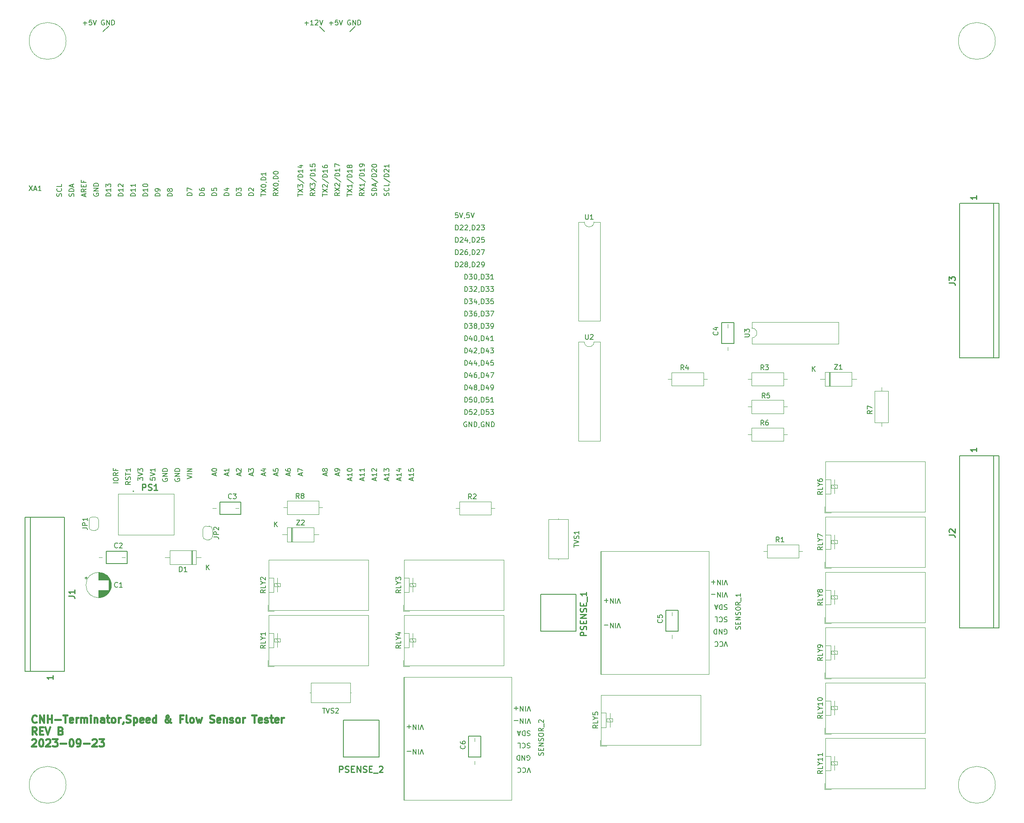
<source format=gbr>
%TF.GenerationSoftware,KiCad,Pcbnew,7.0.7*%
%TF.CreationDate,2023-09-23T16:53:28-05:00*%
%TF.ProjectId,CNH_Functional_Tester_1,434e485f-4675-46e6-9374-696f6e616c5f,B*%
%TF.SameCoordinates,Original*%
%TF.FileFunction,Legend,Top*%
%TF.FilePolarity,Positive*%
%FSLAX46Y46*%
G04 Gerber Fmt 4.6, Leading zero omitted, Abs format (unit mm)*
G04 Created by KiCad (PCBNEW 7.0.7) date 2023-09-23 16:53:28*
%MOMM*%
%LPD*%
G01*
G04 APERTURE LIST*
%ADD10C,0.152400*%
%ADD11C,0.381000*%
%ADD12C,0.254000*%
%ADD13C,0.100000*%
%ADD14C,0.200000*%
%ADD15C,0.127000*%
%ADD16C,0.120000*%
%ADD17C,0.050000*%
G04 APERTURE END LIST*
D10*
X113665000Y-49530000D02*
X112649000Y-48514000D01*
X67945000Y-49530000D02*
X69088000Y-48387000D01*
X118872000Y-49530000D02*
X120015000Y-48387000D01*
D11*
X54214771Y-192124656D02*
X54142199Y-192197228D01*
X54142199Y-192197228D02*
X53924485Y-192269799D01*
X53924485Y-192269799D02*
X53779342Y-192269799D01*
X53779342Y-192269799D02*
X53561628Y-192197228D01*
X53561628Y-192197228D02*
X53416485Y-192052085D01*
X53416485Y-192052085D02*
X53343914Y-191906942D01*
X53343914Y-191906942D02*
X53271342Y-191616656D01*
X53271342Y-191616656D02*
X53271342Y-191398942D01*
X53271342Y-191398942D02*
X53343914Y-191108656D01*
X53343914Y-191108656D02*
X53416485Y-190963513D01*
X53416485Y-190963513D02*
X53561628Y-190818370D01*
X53561628Y-190818370D02*
X53779342Y-190745799D01*
X53779342Y-190745799D02*
X53924485Y-190745799D01*
X53924485Y-190745799D02*
X54142199Y-190818370D01*
X54142199Y-190818370D02*
X54214771Y-190890942D01*
X54867914Y-192269799D02*
X54867914Y-190745799D01*
X54867914Y-190745799D02*
X55738771Y-192269799D01*
X55738771Y-192269799D02*
X55738771Y-190745799D01*
X56464485Y-192269799D02*
X56464485Y-190745799D01*
X56464485Y-191471513D02*
X57335342Y-191471513D01*
X57335342Y-192269799D02*
X57335342Y-190745799D01*
X58061056Y-191689228D02*
X59222199Y-191689228D01*
X59730198Y-190745799D02*
X60601056Y-190745799D01*
X60165627Y-192269799D02*
X60165627Y-190745799D01*
X61689627Y-192197228D02*
X61544484Y-192269799D01*
X61544484Y-192269799D02*
X61254199Y-192269799D01*
X61254199Y-192269799D02*
X61109056Y-192197228D01*
X61109056Y-192197228D02*
X61036484Y-192052085D01*
X61036484Y-192052085D02*
X61036484Y-191471513D01*
X61036484Y-191471513D02*
X61109056Y-191326370D01*
X61109056Y-191326370D02*
X61254199Y-191253799D01*
X61254199Y-191253799D02*
X61544484Y-191253799D01*
X61544484Y-191253799D02*
X61689627Y-191326370D01*
X61689627Y-191326370D02*
X61762199Y-191471513D01*
X61762199Y-191471513D02*
X61762199Y-191616656D01*
X61762199Y-191616656D02*
X61036484Y-191761799D01*
X62415342Y-192269799D02*
X62415342Y-191253799D01*
X62415342Y-191544085D02*
X62487913Y-191398942D01*
X62487913Y-191398942D02*
X62560485Y-191326370D01*
X62560485Y-191326370D02*
X62705627Y-191253799D01*
X62705627Y-191253799D02*
X62850770Y-191253799D01*
X63358771Y-192269799D02*
X63358771Y-191253799D01*
X63358771Y-191398942D02*
X63431342Y-191326370D01*
X63431342Y-191326370D02*
X63576485Y-191253799D01*
X63576485Y-191253799D02*
X63794199Y-191253799D01*
X63794199Y-191253799D02*
X63939342Y-191326370D01*
X63939342Y-191326370D02*
X64011914Y-191471513D01*
X64011914Y-191471513D02*
X64011914Y-192269799D01*
X64011914Y-191471513D02*
X64084485Y-191326370D01*
X64084485Y-191326370D02*
X64229628Y-191253799D01*
X64229628Y-191253799D02*
X64447342Y-191253799D01*
X64447342Y-191253799D02*
X64592485Y-191326370D01*
X64592485Y-191326370D02*
X64665056Y-191471513D01*
X64665056Y-191471513D02*
X64665056Y-192269799D01*
X65390771Y-192269799D02*
X65390771Y-191253799D01*
X65390771Y-190745799D02*
X65318199Y-190818370D01*
X65318199Y-190818370D02*
X65390771Y-190890942D01*
X65390771Y-190890942D02*
X65463342Y-190818370D01*
X65463342Y-190818370D02*
X65390771Y-190745799D01*
X65390771Y-190745799D02*
X65390771Y-190890942D01*
X66116485Y-191253799D02*
X66116485Y-192269799D01*
X66116485Y-191398942D02*
X66189056Y-191326370D01*
X66189056Y-191326370D02*
X66334199Y-191253799D01*
X66334199Y-191253799D02*
X66551913Y-191253799D01*
X66551913Y-191253799D02*
X66697056Y-191326370D01*
X66697056Y-191326370D02*
X66769628Y-191471513D01*
X66769628Y-191471513D02*
X66769628Y-192269799D01*
X68148485Y-192269799D02*
X68148485Y-191471513D01*
X68148485Y-191471513D02*
X68075913Y-191326370D01*
X68075913Y-191326370D02*
X67930770Y-191253799D01*
X67930770Y-191253799D02*
X67640485Y-191253799D01*
X67640485Y-191253799D02*
X67495342Y-191326370D01*
X68148485Y-192197228D02*
X68003342Y-192269799D01*
X68003342Y-192269799D02*
X67640485Y-192269799D01*
X67640485Y-192269799D02*
X67495342Y-192197228D01*
X67495342Y-192197228D02*
X67422770Y-192052085D01*
X67422770Y-192052085D02*
X67422770Y-191906942D01*
X67422770Y-191906942D02*
X67495342Y-191761799D01*
X67495342Y-191761799D02*
X67640485Y-191689228D01*
X67640485Y-191689228D02*
X68003342Y-191689228D01*
X68003342Y-191689228D02*
X68148485Y-191616656D01*
X68656484Y-191253799D02*
X69237056Y-191253799D01*
X68874199Y-190745799D02*
X68874199Y-192052085D01*
X68874199Y-192052085D02*
X68946770Y-192197228D01*
X68946770Y-192197228D02*
X69091913Y-192269799D01*
X69091913Y-192269799D02*
X69237056Y-192269799D01*
X69962770Y-192269799D02*
X69817627Y-192197228D01*
X69817627Y-192197228D02*
X69745056Y-192124656D01*
X69745056Y-192124656D02*
X69672484Y-191979513D01*
X69672484Y-191979513D02*
X69672484Y-191544085D01*
X69672484Y-191544085D02*
X69745056Y-191398942D01*
X69745056Y-191398942D02*
X69817627Y-191326370D01*
X69817627Y-191326370D02*
X69962770Y-191253799D01*
X69962770Y-191253799D02*
X70180484Y-191253799D01*
X70180484Y-191253799D02*
X70325627Y-191326370D01*
X70325627Y-191326370D02*
X70398199Y-191398942D01*
X70398199Y-191398942D02*
X70470770Y-191544085D01*
X70470770Y-191544085D02*
X70470770Y-191979513D01*
X70470770Y-191979513D02*
X70398199Y-192124656D01*
X70398199Y-192124656D02*
X70325627Y-192197228D01*
X70325627Y-192197228D02*
X70180484Y-192269799D01*
X70180484Y-192269799D02*
X69962770Y-192269799D01*
X71123913Y-192269799D02*
X71123913Y-191253799D01*
X71123913Y-191544085D02*
X71196484Y-191398942D01*
X71196484Y-191398942D02*
X71269056Y-191326370D01*
X71269056Y-191326370D02*
X71414198Y-191253799D01*
X71414198Y-191253799D02*
X71559341Y-191253799D01*
X72139913Y-192197228D02*
X72139913Y-192269799D01*
X72139913Y-192269799D02*
X72067342Y-192414942D01*
X72067342Y-192414942D02*
X71994770Y-192487513D01*
X72720484Y-192197228D02*
X72938199Y-192269799D01*
X72938199Y-192269799D02*
X73301056Y-192269799D01*
X73301056Y-192269799D02*
X73446199Y-192197228D01*
X73446199Y-192197228D02*
X73518770Y-192124656D01*
X73518770Y-192124656D02*
X73591341Y-191979513D01*
X73591341Y-191979513D02*
X73591341Y-191834370D01*
X73591341Y-191834370D02*
X73518770Y-191689228D01*
X73518770Y-191689228D02*
X73446199Y-191616656D01*
X73446199Y-191616656D02*
X73301056Y-191544085D01*
X73301056Y-191544085D02*
X73010770Y-191471513D01*
X73010770Y-191471513D02*
X72865627Y-191398942D01*
X72865627Y-191398942D02*
X72793056Y-191326370D01*
X72793056Y-191326370D02*
X72720484Y-191181228D01*
X72720484Y-191181228D02*
X72720484Y-191036085D01*
X72720484Y-191036085D02*
X72793056Y-190890942D01*
X72793056Y-190890942D02*
X72865627Y-190818370D01*
X72865627Y-190818370D02*
X73010770Y-190745799D01*
X73010770Y-190745799D02*
X73373627Y-190745799D01*
X73373627Y-190745799D02*
X73591341Y-190818370D01*
X74244485Y-191253799D02*
X74244485Y-192777799D01*
X74244485Y-191326370D02*
X74389628Y-191253799D01*
X74389628Y-191253799D02*
X74679913Y-191253799D01*
X74679913Y-191253799D02*
X74825056Y-191326370D01*
X74825056Y-191326370D02*
X74897628Y-191398942D01*
X74897628Y-191398942D02*
X74970199Y-191544085D01*
X74970199Y-191544085D02*
X74970199Y-191979513D01*
X74970199Y-191979513D02*
X74897628Y-192124656D01*
X74897628Y-192124656D02*
X74825056Y-192197228D01*
X74825056Y-192197228D02*
X74679913Y-192269799D01*
X74679913Y-192269799D02*
X74389628Y-192269799D01*
X74389628Y-192269799D02*
X74244485Y-192197228D01*
X76203913Y-192197228D02*
X76058770Y-192269799D01*
X76058770Y-192269799D02*
X75768485Y-192269799D01*
X75768485Y-192269799D02*
X75623342Y-192197228D01*
X75623342Y-192197228D02*
X75550770Y-192052085D01*
X75550770Y-192052085D02*
X75550770Y-191471513D01*
X75550770Y-191471513D02*
X75623342Y-191326370D01*
X75623342Y-191326370D02*
X75768485Y-191253799D01*
X75768485Y-191253799D02*
X76058770Y-191253799D01*
X76058770Y-191253799D02*
X76203913Y-191326370D01*
X76203913Y-191326370D02*
X76276485Y-191471513D01*
X76276485Y-191471513D02*
X76276485Y-191616656D01*
X76276485Y-191616656D02*
X75550770Y-191761799D01*
X77510199Y-192197228D02*
X77365056Y-192269799D01*
X77365056Y-192269799D02*
X77074771Y-192269799D01*
X77074771Y-192269799D02*
X76929628Y-192197228D01*
X76929628Y-192197228D02*
X76857056Y-192052085D01*
X76857056Y-192052085D02*
X76857056Y-191471513D01*
X76857056Y-191471513D02*
X76929628Y-191326370D01*
X76929628Y-191326370D02*
X77074771Y-191253799D01*
X77074771Y-191253799D02*
X77365056Y-191253799D01*
X77365056Y-191253799D02*
X77510199Y-191326370D01*
X77510199Y-191326370D02*
X77582771Y-191471513D01*
X77582771Y-191471513D02*
X77582771Y-191616656D01*
X77582771Y-191616656D02*
X76857056Y-191761799D01*
X78889057Y-192269799D02*
X78889057Y-190745799D01*
X78889057Y-192197228D02*
X78743914Y-192269799D01*
X78743914Y-192269799D02*
X78453628Y-192269799D01*
X78453628Y-192269799D02*
X78308485Y-192197228D01*
X78308485Y-192197228D02*
X78235914Y-192124656D01*
X78235914Y-192124656D02*
X78163342Y-191979513D01*
X78163342Y-191979513D02*
X78163342Y-191544085D01*
X78163342Y-191544085D02*
X78235914Y-191398942D01*
X78235914Y-191398942D02*
X78308485Y-191326370D01*
X78308485Y-191326370D02*
X78453628Y-191253799D01*
X78453628Y-191253799D02*
X78743914Y-191253799D01*
X78743914Y-191253799D02*
X78889057Y-191326370D01*
X82009628Y-192269799D02*
X81937057Y-192269799D01*
X81937057Y-192269799D02*
X81791914Y-192197228D01*
X81791914Y-192197228D02*
X81574199Y-191979513D01*
X81574199Y-191979513D02*
X81211342Y-191544085D01*
X81211342Y-191544085D02*
X81066199Y-191326370D01*
X81066199Y-191326370D02*
X80993628Y-191108656D01*
X80993628Y-191108656D02*
X80993628Y-190963513D01*
X80993628Y-190963513D02*
X81066199Y-190818370D01*
X81066199Y-190818370D02*
X81211342Y-190745799D01*
X81211342Y-190745799D02*
X81283914Y-190745799D01*
X81283914Y-190745799D02*
X81429057Y-190818370D01*
X81429057Y-190818370D02*
X81501628Y-190963513D01*
X81501628Y-190963513D02*
X81501628Y-191036085D01*
X81501628Y-191036085D02*
X81429057Y-191181228D01*
X81429057Y-191181228D02*
X81356485Y-191253799D01*
X81356485Y-191253799D02*
X80921057Y-191544085D01*
X80921057Y-191544085D02*
X80848485Y-191616656D01*
X80848485Y-191616656D02*
X80775914Y-191761799D01*
X80775914Y-191761799D02*
X80775914Y-191979513D01*
X80775914Y-191979513D02*
X80848485Y-192124656D01*
X80848485Y-192124656D02*
X80921057Y-192197228D01*
X80921057Y-192197228D02*
X81066199Y-192269799D01*
X81066199Y-192269799D02*
X81283914Y-192269799D01*
X81283914Y-192269799D02*
X81429057Y-192197228D01*
X81429057Y-192197228D02*
X81501628Y-192124656D01*
X81501628Y-192124656D02*
X81719342Y-191834370D01*
X81719342Y-191834370D02*
X81791914Y-191616656D01*
X81791914Y-191616656D02*
X81791914Y-191471513D01*
X84331914Y-191471513D02*
X83823914Y-191471513D01*
X83823914Y-192269799D02*
X83823914Y-190745799D01*
X83823914Y-190745799D02*
X84549628Y-190745799D01*
X85347914Y-192269799D02*
X85202771Y-192197228D01*
X85202771Y-192197228D02*
X85130200Y-192052085D01*
X85130200Y-192052085D02*
X85130200Y-190745799D01*
X86146200Y-192269799D02*
X86001057Y-192197228D01*
X86001057Y-192197228D02*
X85928486Y-192124656D01*
X85928486Y-192124656D02*
X85855914Y-191979513D01*
X85855914Y-191979513D02*
X85855914Y-191544085D01*
X85855914Y-191544085D02*
X85928486Y-191398942D01*
X85928486Y-191398942D02*
X86001057Y-191326370D01*
X86001057Y-191326370D02*
X86146200Y-191253799D01*
X86146200Y-191253799D02*
X86363914Y-191253799D01*
X86363914Y-191253799D02*
X86509057Y-191326370D01*
X86509057Y-191326370D02*
X86581629Y-191398942D01*
X86581629Y-191398942D02*
X86654200Y-191544085D01*
X86654200Y-191544085D02*
X86654200Y-191979513D01*
X86654200Y-191979513D02*
X86581629Y-192124656D01*
X86581629Y-192124656D02*
X86509057Y-192197228D01*
X86509057Y-192197228D02*
X86363914Y-192269799D01*
X86363914Y-192269799D02*
X86146200Y-192269799D01*
X87162200Y-191253799D02*
X87452486Y-192269799D01*
X87452486Y-192269799D02*
X87742771Y-191544085D01*
X87742771Y-191544085D02*
X88033057Y-192269799D01*
X88033057Y-192269799D02*
X88323343Y-191253799D01*
X89992485Y-192197228D02*
X90210200Y-192269799D01*
X90210200Y-192269799D02*
X90573057Y-192269799D01*
X90573057Y-192269799D02*
X90718200Y-192197228D01*
X90718200Y-192197228D02*
X90790771Y-192124656D01*
X90790771Y-192124656D02*
X90863342Y-191979513D01*
X90863342Y-191979513D02*
X90863342Y-191834370D01*
X90863342Y-191834370D02*
X90790771Y-191689228D01*
X90790771Y-191689228D02*
X90718200Y-191616656D01*
X90718200Y-191616656D02*
X90573057Y-191544085D01*
X90573057Y-191544085D02*
X90282771Y-191471513D01*
X90282771Y-191471513D02*
X90137628Y-191398942D01*
X90137628Y-191398942D02*
X90065057Y-191326370D01*
X90065057Y-191326370D02*
X89992485Y-191181228D01*
X89992485Y-191181228D02*
X89992485Y-191036085D01*
X89992485Y-191036085D02*
X90065057Y-190890942D01*
X90065057Y-190890942D02*
X90137628Y-190818370D01*
X90137628Y-190818370D02*
X90282771Y-190745799D01*
X90282771Y-190745799D02*
X90645628Y-190745799D01*
X90645628Y-190745799D02*
X90863342Y-190818370D01*
X92097057Y-192197228D02*
X91951914Y-192269799D01*
X91951914Y-192269799D02*
X91661629Y-192269799D01*
X91661629Y-192269799D02*
X91516486Y-192197228D01*
X91516486Y-192197228D02*
X91443914Y-192052085D01*
X91443914Y-192052085D02*
X91443914Y-191471513D01*
X91443914Y-191471513D02*
X91516486Y-191326370D01*
X91516486Y-191326370D02*
X91661629Y-191253799D01*
X91661629Y-191253799D02*
X91951914Y-191253799D01*
X91951914Y-191253799D02*
X92097057Y-191326370D01*
X92097057Y-191326370D02*
X92169629Y-191471513D01*
X92169629Y-191471513D02*
X92169629Y-191616656D01*
X92169629Y-191616656D02*
X91443914Y-191761799D01*
X92822772Y-191253799D02*
X92822772Y-192269799D01*
X92822772Y-191398942D02*
X92895343Y-191326370D01*
X92895343Y-191326370D02*
X93040486Y-191253799D01*
X93040486Y-191253799D02*
X93258200Y-191253799D01*
X93258200Y-191253799D02*
X93403343Y-191326370D01*
X93403343Y-191326370D02*
X93475915Y-191471513D01*
X93475915Y-191471513D02*
X93475915Y-192269799D01*
X94129057Y-192197228D02*
X94274200Y-192269799D01*
X94274200Y-192269799D02*
X94564486Y-192269799D01*
X94564486Y-192269799D02*
X94709629Y-192197228D01*
X94709629Y-192197228D02*
X94782200Y-192052085D01*
X94782200Y-192052085D02*
X94782200Y-191979513D01*
X94782200Y-191979513D02*
X94709629Y-191834370D01*
X94709629Y-191834370D02*
X94564486Y-191761799D01*
X94564486Y-191761799D02*
X94346772Y-191761799D01*
X94346772Y-191761799D02*
X94201629Y-191689228D01*
X94201629Y-191689228D02*
X94129057Y-191544085D01*
X94129057Y-191544085D02*
X94129057Y-191471513D01*
X94129057Y-191471513D02*
X94201629Y-191326370D01*
X94201629Y-191326370D02*
X94346772Y-191253799D01*
X94346772Y-191253799D02*
X94564486Y-191253799D01*
X94564486Y-191253799D02*
X94709629Y-191326370D01*
X95653057Y-192269799D02*
X95507914Y-192197228D01*
X95507914Y-192197228D02*
X95435343Y-192124656D01*
X95435343Y-192124656D02*
X95362771Y-191979513D01*
X95362771Y-191979513D02*
X95362771Y-191544085D01*
X95362771Y-191544085D02*
X95435343Y-191398942D01*
X95435343Y-191398942D02*
X95507914Y-191326370D01*
X95507914Y-191326370D02*
X95653057Y-191253799D01*
X95653057Y-191253799D02*
X95870771Y-191253799D01*
X95870771Y-191253799D02*
X96015914Y-191326370D01*
X96015914Y-191326370D02*
X96088486Y-191398942D01*
X96088486Y-191398942D02*
X96161057Y-191544085D01*
X96161057Y-191544085D02*
X96161057Y-191979513D01*
X96161057Y-191979513D02*
X96088486Y-192124656D01*
X96088486Y-192124656D02*
X96015914Y-192197228D01*
X96015914Y-192197228D02*
X95870771Y-192269799D01*
X95870771Y-192269799D02*
X95653057Y-192269799D01*
X96814200Y-192269799D02*
X96814200Y-191253799D01*
X96814200Y-191544085D02*
X96886771Y-191398942D01*
X96886771Y-191398942D02*
X96959343Y-191326370D01*
X96959343Y-191326370D02*
X97104485Y-191253799D01*
X97104485Y-191253799D02*
X97249628Y-191253799D01*
X98701057Y-190745799D02*
X99571915Y-190745799D01*
X99136486Y-192269799D02*
X99136486Y-190745799D01*
X100660486Y-192197228D02*
X100515343Y-192269799D01*
X100515343Y-192269799D02*
X100225058Y-192269799D01*
X100225058Y-192269799D02*
X100079915Y-192197228D01*
X100079915Y-192197228D02*
X100007343Y-192052085D01*
X100007343Y-192052085D02*
X100007343Y-191471513D01*
X100007343Y-191471513D02*
X100079915Y-191326370D01*
X100079915Y-191326370D02*
X100225058Y-191253799D01*
X100225058Y-191253799D02*
X100515343Y-191253799D01*
X100515343Y-191253799D02*
X100660486Y-191326370D01*
X100660486Y-191326370D02*
X100733058Y-191471513D01*
X100733058Y-191471513D02*
X100733058Y-191616656D01*
X100733058Y-191616656D02*
X100007343Y-191761799D01*
X101313629Y-192197228D02*
X101458772Y-192269799D01*
X101458772Y-192269799D02*
X101749058Y-192269799D01*
X101749058Y-192269799D02*
X101894201Y-192197228D01*
X101894201Y-192197228D02*
X101966772Y-192052085D01*
X101966772Y-192052085D02*
X101966772Y-191979513D01*
X101966772Y-191979513D02*
X101894201Y-191834370D01*
X101894201Y-191834370D02*
X101749058Y-191761799D01*
X101749058Y-191761799D02*
X101531344Y-191761799D01*
X101531344Y-191761799D02*
X101386201Y-191689228D01*
X101386201Y-191689228D02*
X101313629Y-191544085D01*
X101313629Y-191544085D02*
X101313629Y-191471513D01*
X101313629Y-191471513D02*
X101386201Y-191326370D01*
X101386201Y-191326370D02*
X101531344Y-191253799D01*
X101531344Y-191253799D02*
X101749058Y-191253799D01*
X101749058Y-191253799D02*
X101894201Y-191326370D01*
X102402200Y-191253799D02*
X102982772Y-191253799D01*
X102619915Y-190745799D02*
X102619915Y-192052085D01*
X102619915Y-192052085D02*
X102692486Y-192197228D01*
X102692486Y-192197228D02*
X102837629Y-192269799D01*
X102837629Y-192269799D02*
X102982772Y-192269799D01*
X104071343Y-192197228D02*
X103926200Y-192269799D01*
X103926200Y-192269799D02*
X103635915Y-192269799D01*
X103635915Y-192269799D02*
X103490772Y-192197228D01*
X103490772Y-192197228D02*
X103418200Y-192052085D01*
X103418200Y-192052085D02*
X103418200Y-191471513D01*
X103418200Y-191471513D02*
X103490772Y-191326370D01*
X103490772Y-191326370D02*
X103635915Y-191253799D01*
X103635915Y-191253799D02*
X103926200Y-191253799D01*
X103926200Y-191253799D02*
X104071343Y-191326370D01*
X104071343Y-191326370D02*
X104143915Y-191471513D01*
X104143915Y-191471513D02*
X104143915Y-191616656D01*
X104143915Y-191616656D02*
X103418200Y-191761799D01*
X104797058Y-192269799D02*
X104797058Y-191253799D01*
X104797058Y-191544085D02*
X104869629Y-191398942D01*
X104869629Y-191398942D02*
X104942201Y-191326370D01*
X104942201Y-191326370D02*
X105087343Y-191253799D01*
X105087343Y-191253799D02*
X105232486Y-191253799D01*
X54214771Y-194723439D02*
X53706771Y-193997725D01*
X53343914Y-194723439D02*
X53343914Y-193199439D01*
X53343914Y-193199439D02*
X53924485Y-193199439D01*
X53924485Y-193199439D02*
X54069628Y-193272010D01*
X54069628Y-193272010D02*
X54142199Y-193344582D01*
X54142199Y-193344582D02*
X54214771Y-193489725D01*
X54214771Y-193489725D02*
X54214771Y-193707439D01*
X54214771Y-193707439D02*
X54142199Y-193852582D01*
X54142199Y-193852582D02*
X54069628Y-193925153D01*
X54069628Y-193925153D02*
X53924485Y-193997725D01*
X53924485Y-193997725D02*
X53343914Y-193997725D01*
X54867914Y-193925153D02*
X55375914Y-193925153D01*
X55593628Y-194723439D02*
X54867914Y-194723439D01*
X54867914Y-194723439D02*
X54867914Y-193199439D01*
X54867914Y-193199439D02*
X55593628Y-193199439D01*
X56029056Y-193199439D02*
X56537056Y-194723439D01*
X56537056Y-194723439D02*
X57045056Y-193199439D01*
X59222200Y-193925153D02*
X59439914Y-193997725D01*
X59439914Y-193997725D02*
X59512485Y-194070296D01*
X59512485Y-194070296D02*
X59585057Y-194215439D01*
X59585057Y-194215439D02*
X59585057Y-194433153D01*
X59585057Y-194433153D02*
X59512485Y-194578296D01*
X59512485Y-194578296D02*
X59439914Y-194650868D01*
X59439914Y-194650868D02*
X59294771Y-194723439D01*
X59294771Y-194723439D02*
X58714200Y-194723439D01*
X58714200Y-194723439D02*
X58714200Y-193199439D01*
X58714200Y-193199439D02*
X59222200Y-193199439D01*
X59222200Y-193199439D02*
X59367343Y-193272010D01*
X59367343Y-193272010D02*
X59439914Y-193344582D01*
X59439914Y-193344582D02*
X59512485Y-193489725D01*
X59512485Y-193489725D02*
X59512485Y-193634868D01*
X59512485Y-193634868D02*
X59439914Y-193780010D01*
X59439914Y-193780010D02*
X59367343Y-193852582D01*
X59367343Y-193852582D02*
X59222200Y-193925153D01*
X59222200Y-193925153D02*
X58714200Y-193925153D01*
X53271342Y-195798222D02*
X53343914Y-195725650D01*
X53343914Y-195725650D02*
X53489057Y-195653079D01*
X53489057Y-195653079D02*
X53851914Y-195653079D01*
X53851914Y-195653079D02*
X53997057Y-195725650D01*
X53997057Y-195725650D02*
X54069628Y-195798222D01*
X54069628Y-195798222D02*
X54142199Y-195943365D01*
X54142199Y-195943365D02*
X54142199Y-196088508D01*
X54142199Y-196088508D02*
X54069628Y-196306222D01*
X54069628Y-196306222D02*
X53198771Y-197177079D01*
X53198771Y-197177079D02*
X54142199Y-197177079D01*
X55085628Y-195653079D02*
X55230771Y-195653079D01*
X55230771Y-195653079D02*
X55375914Y-195725650D01*
X55375914Y-195725650D02*
X55448486Y-195798222D01*
X55448486Y-195798222D02*
X55521057Y-195943365D01*
X55521057Y-195943365D02*
X55593628Y-196233650D01*
X55593628Y-196233650D02*
X55593628Y-196596508D01*
X55593628Y-196596508D02*
X55521057Y-196886793D01*
X55521057Y-196886793D02*
X55448486Y-197031936D01*
X55448486Y-197031936D02*
X55375914Y-197104508D01*
X55375914Y-197104508D02*
X55230771Y-197177079D01*
X55230771Y-197177079D02*
X55085628Y-197177079D01*
X55085628Y-197177079D02*
X54940486Y-197104508D01*
X54940486Y-197104508D02*
X54867914Y-197031936D01*
X54867914Y-197031936D02*
X54795343Y-196886793D01*
X54795343Y-196886793D02*
X54722771Y-196596508D01*
X54722771Y-196596508D02*
X54722771Y-196233650D01*
X54722771Y-196233650D02*
X54795343Y-195943365D01*
X54795343Y-195943365D02*
X54867914Y-195798222D01*
X54867914Y-195798222D02*
X54940486Y-195725650D01*
X54940486Y-195725650D02*
X55085628Y-195653079D01*
X56174200Y-195798222D02*
X56246772Y-195725650D01*
X56246772Y-195725650D02*
X56391915Y-195653079D01*
X56391915Y-195653079D02*
X56754772Y-195653079D01*
X56754772Y-195653079D02*
X56899915Y-195725650D01*
X56899915Y-195725650D02*
X56972486Y-195798222D01*
X56972486Y-195798222D02*
X57045057Y-195943365D01*
X57045057Y-195943365D02*
X57045057Y-196088508D01*
X57045057Y-196088508D02*
X56972486Y-196306222D01*
X56972486Y-196306222D02*
X56101629Y-197177079D01*
X56101629Y-197177079D02*
X57045057Y-197177079D01*
X57553058Y-195653079D02*
X58496486Y-195653079D01*
X58496486Y-195653079D02*
X57988486Y-196233650D01*
X57988486Y-196233650D02*
X58206201Y-196233650D01*
X58206201Y-196233650D02*
X58351344Y-196306222D01*
X58351344Y-196306222D02*
X58423915Y-196378793D01*
X58423915Y-196378793D02*
X58496486Y-196523936D01*
X58496486Y-196523936D02*
X58496486Y-196886793D01*
X58496486Y-196886793D02*
X58423915Y-197031936D01*
X58423915Y-197031936D02*
X58351344Y-197104508D01*
X58351344Y-197104508D02*
X58206201Y-197177079D01*
X58206201Y-197177079D02*
X57770772Y-197177079D01*
X57770772Y-197177079D02*
X57625629Y-197104508D01*
X57625629Y-197104508D02*
X57553058Y-197031936D01*
X59149630Y-196596508D02*
X60310773Y-196596508D01*
X61326772Y-195653079D02*
X61471915Y-195653079D01*
X61471915Y-195653079D02*
X61617058Y-195725650D01*
X61617058Y-195725650D02*
X61689630Y-195798222D01*
X61689630Y-195798222D02*
X61762201Y-195943365D01*
X61762201Y-195943365D02*
X61834772Y-196233650D01*
X61834772Y-196233650D02*
X61834772Y-196596508D01*
X61834772Y-196596508D02*
X61762201Y-196886793D01*
X61762201Y-196886793D02*
X61689630Y-197031936D01*
X61689630Y-197031936D02*
X61617058Y-197104508D01*
X61617058Y-197104508D02*
X61471915Y-197177079D01*
X61471915Y-197177079D02*
X61326772Y-197177079D01*
X61326772Y-197177079D02*
X61181630Y-197104508D01*
X61181630Y-197104508D02*
X61109058Y-197031936D01*
X61109058Y-197031936D02*
X61036487Y-196886793D01*
X61036487Y-196886793D02*
X60963915Y-196596508D01*
X60963915Y-196596508D02*
X60963915Y-196233650D01*
X60963915Y-196233650D02*
X61036487Y-195943365D01*
X61036487Y-195943365D02*
X61109058Y-195798222D01*
X61109058Y-195798222D02*
X61181630Y-195725650D01*
X61181630Y-195725650D02*
X61326772Y-195653079D01*
X62560487Y-197177079D02*
X62850773Y-197177079D01*
X62850773Y-197177079D02*
X62995916Y-197104508D01*
X62995916Y-197104508D02*
X63068487Y-197031936D01*
X63068487Y-197031936D02*
X63213630Y-196814222D01*
X63213630Y-196814222D02*
X63286201Y-196523936D01*
X63286201Y-196523936D02*
X63286201Y-195943365D01*
X63286201Y-195943365D02*
X63213630Y-195798222D01*
X63213630Y-195798222D02*
X63141059Y-195725650D01*
X63141059Y-195725650D02*
X62995916Y-195653079D01*
X62995916Y-195653079D02*
X62705630Y-195653079D01*
X62705630Y-195653079D02*
X62560487Y-195725650D01*
X62560487Y-195725650D02*
X62487916Y-195798222D01*
X62487916Y-195798222D02*
X62415344Y-195943365D01*
X62415344Y-195943365D02*
X62415344Y-196306222D01*
X62415344Y-196306222D02*
X62487916Y-196451365D01*
X62487916Y-196451365D02*
X62560487Y-196523936D01*
X62560487Y-196523936D02*
X62705630Y-196596508D01*
X62705630Y-196596508D02*
X62995916Y-196596508D01*
X62995916Y-196596508D02*
X63141059Y-196523936D01*
X63141059Y-196523936D02*
X63213630Y-196451365D01*
X63213630Y-196451365D02*
X63286201Y-196306222D01*
X63939345Y-196596508D02*
X65100488Y-196596508D01*
X65753630Y-195798222D02*
X65826202Y-195725650D01*
X65826202Y-195725650D02*
X65971345Y-195653079D01*
X65971345Y-195653079D02*
X66334202Y-195653079D01*
X66334202Y-195653079D02*
X66479345Y-195725650D01*
X66479345Y-195725650D02*
X66551916Y-195798222D01*
X66551916Y-195798222D02*
X66624487Y-195943365D01*
X66624487Y-195943365D02*
X66624487Y-196088508D01*
X66624487Y-196088508D02*
X66551916Y-196306222D01*
X66551916Y-196306222D02*
X65681059Y-197177079D01*
X65681059Y-197177079D02*
X66624487Y-197177079D01*
X67132488Y-195653079D02*
X68075916Y-195653079D01*
X68075916Y-195653079D02*
X67567916Y-196233650D01*
X67567916Y-196233650D02*
X67785631Y-196233650D01*
X67785631Y-196233650D02*
X67930774Y-196306222D01*
X67930774Y-196306222D02*
X68003345Y-196378793D01*
X68003345Y-196378793D02*
X68075916Y-196523936D01*
X68075916Y-196523936D02*
X68075916Y-196886793D01*
X68075916Y-196886793D02*
X68003345Y-197031936D01*
X68003345Y-197031936D02*
X67930774Y-197104508D01*
X67930774Y-197104508D02*
X67785631Y-197177079D01*
X67785631Y-197177079D02*
X67350202Y-197177079D01*
X67350202Y-197177079D02*
X67205059Y-197104508D01*
X67205059Y-197104508D02*
X67132488Y-197031936D01*
D10*
X68184358Y-47160116D02*
X68087596Y-47111735D01*
X68087596Y-47111735D02*
X67942453Y-47111735D01*
X67942453Y-47111735D02*
X67797310Y-47160116D01*
X67797310Y-47160116D02*
X67700548Y-47256878D01*
X67700548Y-47256878D02*
X67652167Y-47353640D01*
X67652167Y-47353640D02*
X67603786Y-47547164D01*
X67603786Y-47547164D02*
X67603786Y-47692307D01*
X67603786Y-47692307D02*
X67652167Y-47885831D01*
X67652167Y-47885831D02*
X67700548Y-47982593D01*
X67700548Y-47982593D02*
X67797310Y-48079355D01*
X67797310Y-48079355D02*
X67942453Y-48127735D01*
X67942453Y-48127735D02*
X68039215Y-48127735D01*
X68039215Y-48127735D02*
X68184358Y-48079355D01*
X68184358Y-48079355D02*
X68232739Y-48030974D01*
X68232739Y-48030974D02*
X68232739Y-47692307D01*
X68232739Y-47692307D02*
X68039215Y-47692307D01*
X68668167Y-48127735D02*
X68668167Y-47111735D01*
X68668167Y-47111735D02*
X69248739Y-48127735D01*
X69248739Y-48127735D02*
X69248739Y-47111735D01*
X69732548Y-48127735D02*
X69732548Y-47111735D01*
X69732548Y-47111735D02*
X69974453Y-47111735D01*
X69974453Y-47111735D02*
X70119596Y-47160116D01*
X70119596Y-47160116D02*
X70216358Y-47256878D01*
X70216358Y-47256878D02*
X70264739Y-47353640D01*
X70264739Y-47353640D02*
X70313120Y-47547164D01*
X70313120Y-47547164D02*
X70313120Y-47692307D01*
X70313120Y-47692307D02*
X70264739Y-47885831D01*
X70264739Y-47885831D02*
X70216358Y-47982593D01*
X70216358Y-47982593D02*
X70119596Y-48079355D01*
X70119596Y-48079355D02*
X69974453Y-48127735D01*
X69974453Y-48127735D02*
X69732548Y-48127735D01*
X114642167Y-47740688D02*
X115416263Y-47740688D01*
X115029215Y-48127735D02*
X115029215Y-47353640D01*
X116383882Y-47111735D02*
X115900072Y-47111735D01*
X115900072Y-47111735D02*
X115851691Y-47595545D01*
X115851691Y-47595545D02*
X115900072Y-47547164D01*
X115900072Y-47547164D02*
X115996834Y-47498783D01*
X115996834Y-47498783D02*
X116238739Y-47498783D01*
X116238739Y-47498783D02*
X116335501Y-47547164D01*
X116335501Y-47547164D02*
X116383882Y-47595545D01*
X116383882Y-47595545D02*
X116432263Y-47692307D01*
X116432263Y-47692307D02*
X116432263Y-47934212D01*
X116432263Y-47934212D02*
X116383882Y-48030974D01*
X116383882Y-48030974D02*
X116335501Y-48079355D01*
X116335501Y-48079355D02*
X116238739Y-48127735D01*
X116238739Y-48127735D02*
X115996834Y-48127735D01*
X115996834Y-48127735D02*
X115900072Y-48079355D01*
X115900072Y-48079355D02*
X115851691Y-48030974D01*
X116722548Y-47111735D02*
X117061215Y-48127735D01*
X117061215Y-48127735D02*
X117399882Y-47111735D01*
X118984358Y-47160116D02*
X118887596Y-47111735D01*
X118887596Y-47111735D02*
X118742453Y-47111735D01*
X118742453Y-47111735D02*
X118597310Y-47160116D01*
X118597310Y-47160116D02*
X118500548Y-47256878D01*
X118500548Y-47256878D02*
X118452167Y-47353640D01*
X118452167Y-47353640D02*
X118403786Y-47547164D01*
X118403786Y-47547164D02*
X118403786Y-47692307D01*
X118403786Y-47692307D02*
X118452167Y-47885831D01*
X118452167Y-47885831D02*
X118500548Y-47982593D01*
X118500548Y-47982593D02*
X118597310Y-48079355D01*
X118597310Y-48079355D02*
X118742453Y-48127735D01*
X118742453Y-48127735D02*
X118839215Y-48127735D01*
X118839215Y-48127735D02*
X118984358Y-48079355D01*
X118984358Y-48079355D02*
X119032739Y-48030974D01*
X119032739Y-48030974D02*
X119032739Y-47692307D01*
X119032739Y-47692307D02*
X118839215Y-47692307D01*
X119468167Y-48127735D02*
X119468167Y-47111735D01*
X119468167Y-47111735D02*
X120048739Y-48127735D01*
X120048739Y-48127735D02*
X120048739Y-47111735D01*
X120532548Y-48127735D02*
X120532548Y-47111735D01*
X120532548Y-47111735D02*
X120774453Y-47111735D01*
X120774453Y-47111735D02*
X120919596Y-47160116D01*
X120919596Y-47160116D02*
X121016358Y-47256878D01*
X121016358Y-47256878D02*
X121064739Y-47353640D01*
X121064739Y-47353640D02*
X121113120Y-47547164D01*
X121113120Y-47547164D02*
X121113120Y-47692307D01*
X121113120Y-47692307D02*
X121064739Y-47885831D01*
X121064739Y-47885831D02*
X121016358Y-47982593D01*
X121016358Y-47982593D02*
X120919596Y-48079355D01*
X120919596Y-48079355D02*
X120774453Y-48127735D01*
X120774453Y-48127735D02*
X120532548Y-48127735D01*
X63842167Y-47740688D02*
X64616263Y-47740688D01*
X64229215Y-48127735D02*
X64229215Y-47353640D01*
X65583882Y-47111735D02*
X65100072Y-47111735D01*
X65100072Y-47111735D02*
X65051691Y-47595545D01*
X65051691Y-47595545D02*
X65100072Y-47547164D01*
X65100072Y-47547164D02*
X65196834Y-47498783D01*
X65196834Y-47498783D02*
X65438739Y-47498783D01*
X65438739Y-47498783D02*
X65535501Y-47547164D01*
X65535501Y-47547164D02*
X65583882Y-47595545D01*
X65583882Y-47595545D02*
X65632263Y-47692307D01*
X65632263Y-47692307D02*
X65632263Y-47934212D01*
X65632263Y-47934212D02*
X65583882Y-48030974D01*
X65583882Y-48030974D02*
X65535501Y-48079355D01*
X65535501Y-48079355D02*
X65438739Y-48127735D01*
X65438739Y-48127735D02*
X65196834Y-48127735D01*
X65196834Y-48127735D02*
X65100072Y-48079355D01*
X65100072Y-48079355D02*
X65051691Y-48030974D01*
X65922548Y-47111735D02*
X66261215Y-48127735D01*
X66261215Y-48127735D02*
X66599882Y-47111735D01*
X52717095Y-81361095D02*
X53394429Y-82377095D01*
X53394429Y-81361095D02*
X52717095Y-82377095D01*
X53733095Y-82086810D02*
X54216905Y-82086810D01*
X53636333Y-82377095D02*
X53975000Y-81361095D01*
X53975000Y-81361095D02*
X54313667Y-82377095D01*
X55184524Y-82377095D02*
X54603952Y-82377095D01*
X54894238Y-82377095D02*
X54894238Y-81361095D01*
X54894238Y-81361095D02*
X54797476Y-81506238D01*
X54797476Y-81506238D02*
X54700714Y-81603000D01*
X54700714Y-81603000D02*
X54603952Y-81651381D01*
X109562167Y-47740688D02*
X110336263Y-47740688D01*
X109949215Y-48127735D02*
X109949215Y-47353640D01*
X111352263Y-48127735D02*
X110771691Y-48127735D01*
X111061977Y-48127735D02*
X111061977Y-47111735D01*
X111061977Y-47111735D02*
X110965215Y-47256878D01*
X110965215Y-47256878D02*
X110868453Y-47353640D01*
X110868453Y-47353640D02*
X110771691Y-47402021D01*
X111739310Y-47208497D02*
X111787691Y-47160116D01*
X111787691Y-47160116D02*
X111884453Y-47111735D01*
X111884453Y-47111735D02*
X112126358Y-47111735D01*
X112126358Y-47111735D02*
X112223120Y-47160116D01*
X112223120Y-47160116D02*
X112271501Y-47208497D01*
X112271501Y-47208497D02*
X112319882Y-47305259D01*
X112319882Y-47305259D02*
X112319882Y-47402021D01*
X112319882Y-47402021D02*
X112271501Y-47547164D01*
X112271501Y-47547164D02*
X111690929Y-48127735D01*
X111690929Y-48127735D02*
X112319882Y-48127735D01*
X112610167Y-47111735D02*
X112948834Y-48127735D01*
X112948834Y-48127735D02*
X113287501Y-47111735D01*
D12*
X76054856Y-144247318D02*
X76054856Y-142977318D01*
X76054856Y-142977318D02*
X76538666Y-142977318D01*
X76538666Y-142977318D02*
X76659618Y-143037794D01*
X76659618Y-143037794D02*
X76720095Y-143098270D01*
X76720095Y-143098270D02*
X76780571Y-143219222D01*
X76780571Y-143219222D02*
X76780571Y-143400651D01*
X76780571Y-143400651D02*
X76720095Y-143521603D01*
X76720095Y-143521603D02*
X76659618Y-143582080D01*
X76659618Y-143582080D02*
X76538666Y-143642556D01*
X76538666Y-143642556D02*
X76054856Y-143642556D01*
X77264380Y-144186842D02*
X77445809Y-144247318D01*
X77445809Y-144247318D02*
X77748190Y-144247318D01*
X77748190Y-144247318D02*
X77869142Y-144186842D01*
X77869142Y-144186842D02*
X77929618Y-144126365D01*
X77929618Y-144126365D02*
X77990095Y-144005413D01*
X77990095Y-144005413D02*
X77990095Y-143884461D01*
X77990095Y-143884461D02*
X77929618Y-143763508D01*
X77929618Y-143763508D02*
X77869142Y-143703032D01*
X77869142Y-143703032D02*
X77748190Y-143642556D01*
X77748190Y-143642556D02*
X77506285Y-143582080D01*
X77506285Y-143582080D02*
X77385333Y-143521603D01*
X77385333Y-143521603D02*
X77324856Y-143461127D01*
X77324856Y-143461127D02*
X77264380Y-143340175D01*
X77264380Y-143340175D02*
X77264380Y-143219222D01*
X77264380Y-143219222D02*
X77324856Y-143098270D01*
X77324856Y-143098270D02*
X77385333Y-143037794D01*
X77385333Y-143037794D02*
X77506285Y-142977318D01*
X77506285Y-142977318D02*
X77808666Y-142977318D01*
X77808666Y-142977318D02*
X77990095Y-143037794D01*
X79199619Y-144247318D02*
X78473904Y-144247318D01*
X78836761Y-144247318D02*
X78836761Y-142977318D01*
X78836761Y-142977318D02*
X78715809Y-143158746D01*
X78715809Y-143158746D02*
X78594857Y-143279699D01*
X78594857Y-143279699D02*
X78473904Y-143340175D01*
D10*
X69550095Y-83477832D02*
X68534095Y-83477832D01*
X68534095Y-83477832D02*
X68534095Y-83235927D01*
X68534095Y-83235927D02*
X68582476Y-83090784D01*
X68582476Y-83090784D02*
X68679238Y-82994022D01*
X68679238Y-82994022D02*
X68776000Y-82945641D01*
X68776000Y-82945641D02*
X68969524Y-82897260D01*
X68969524Y-82897260D02*
X69114667Y-82897260D01*
X69114667Y-82897260D02*
X69308191Y-82945641D01*
X69308191Y-82945641D02*
X69404953Y-82994022D01*
X69404953Y-82994022D02*
X69501715Y-83090784D01*
X69501715Y-83090784D02*
X69550095Y-83235927D01*
X69550095Y-83235927D02*
X69550095Y-83477832D01*
X69550095Y-81929641D02*
X69550095Y-82510213D01*
X69550095Y-82219927D02*
X68534095Y-82219927D01*
X68534095Y-82219927D02*
X68679238Y-82316689D01*
X68679238Y-82316689D02*
X68776000Y-82413451D01*
X68776000Y-82413451D02*
X68824381Y-82510213D01*
X68534095Y-81590975D02*
X68534095Y-80962022D01*
X68534095Y-80962022D02*
X68921143Y-81300689D01*
X68921143Y-81300689D02*
X68921143Y-81155546D01*
X68921143Y-81155546D02*
X68969524Y-81058784D01*
X68969524Y-81058784D02*
X69017905Y-81010403D01*
X69017905Y-81010403D02*
X69114667Y-80962022D01*
X69114667Y-80962022D02*
X69356572Y-80962022D01*
X69356572Y-80962022D02*
X69453334Y-81010403D01*
X69453334Y-81010403D02*
X69501715Y-81058784D01*
X69501715Y-81058784D02*
X69550095Y-81155546D01*
X69550095Y-81155546D02*
X69550095Y-81445832D01*
X69550095Y-81445832D02*
X69501715Y-81542594D01*
X69501715Y-81542594D02*
X69453334Y-81590975D01*
X96183810Y-141216118D02*
X96183810Y-140732308D01*
X96474095Y-141312880D02*
X95458095Y-140974213D01*
X95458095Y-140974213D02*
X96474095Y-140635546D01*
X95554857Y-140345261D02*
X95506476Y-140296880D01*
X95506476Y-140296880D02*
X95458095Y-140200118D01*
X95458095Y-140200118D02*
X95458095Y-139958213D01*
X95458095Y-139958213D02*
X95506476Y-139861451D01*
X95506476Y-139861451D02*
X95554857Y-139813070D01*
X95554857Y-139813070D02*
X95651619Y-139764689D01*
X95651619Y-139764689D02*
X95748381Y-139764689D01*
X95748381Y-139764689D02*
X95893524Y-139813070D01*
X95893524Y-139813070D02*
X96474095Y-140393642D01*
X96474095Y-140393642D02*
X96474095Y-139764689D01*
X77678095Y-141636308D02*
X77678095Y-142120118D01*
X77678095Y-142120118D02*
X78161905Y-142168499D01*
X78161905Y-142168499D02*
X78113524Y-142120118D01*
X78113524Y-142120118D02*
X78065143Y-142023356D01*
X78065143Y-142023356D02*
X78065143Y-141781451D01*
X78065143Y-141781451D02*
X78113524Y-141684689D01*
X78113524Y-141684689D02*
X78161905Y-141636308D01*
X78161905Y-141636308D02*
X78258667Y-141587927D01*
X78258667Y-141587927D02*
X78500572Y-141587927D01*
X78500572Y-141587927D02*
X78597334Y-141636308D01*
X78597334Y-141636308D02*
X78645715Y-141684689D01*
X78645715Y-141684689D02*
X78694095Y-141781451D01*
X78694095Y-141781451D02*
X78694095Y-142023356D01*
X78694095Y-142023356D02*
X78645715Y-142120118D01*
X78645715Y-142120118D02*
X78597334Y-142168499D01*
X77678095Y-141297642D02*
X78694095Y-140958975D01*
X78694095Y-140958975D02*
X77678095Y-140620308D01*
X78694095Y-139749451D02*
X78694095Y-140330023D01*
X78694095Y-140039737D02*
X77678095Y-140039737D01*
X77678095Y-140039737D02*
X77823238Y-140136499D01*
X77823238Y-140136499D02*
X77920000Y-140233261D01*
X77920000Y-140233261D02*
X77968381Y-140330023D01*
X142977809Y-130177476D02*
X142881047Y-130129095D01*
X142881047Y-130129095D02*
X142735904Y-130129095D01*
X142735904Y-130129095D02*
X142590761Y-130177476D01*
X142590761Y-130177476D02*
X142493999Y-130274238D01*
X142493999Y-130274238D02*
X142445618Y-130371000D01*
X142445618Y-130371000D02*
X142397237Y-130564524D01*
X142397237Y-130564524D02*
X142397237Y-130709667D01*
X142397237Y-130709667D02*
X142445618Y-130903191D01*
X142445618Y-130903191D02*
X142493999Y-130999953D01*
X142493999Y-130999953D02*
X142590761Y-131096715D01*
X142590761Y-131096715D02*
X142735904Y-131145095D01*
X142735904Y-131145095D02*
X142832666Y-131145095D01*
X142832666Y-131145095D02*
X142977809Y-131096715D01*
X142977809Y-131096715D02*
X143026190Y-131048334D01*
X143026190Y-131048334D02*
X143026190Y-130709667D01*
X143026190Y-130709667D02*
X142832666Y-130709667D01*
X143461618Y-131145095D02*
X143461618Y-130129095D01*
X143461618Y-130129095D02*
X144042190Y-131145095D01*
X144042190Y-131145095D02*
X144042190Y-130129095D01*
X144525999Y-131145095D02*
X144525999Y-130129095D01*
X144525999Y-130129095D02*
X144767904Y-130129095D01*
X144767904Y-130129095D02*
X144913047Y-130177476D01*
X144913047Y-130177476D02*
X145009809Y-130274238D01*
X145009809Y-130274238D02*
X145058190Y-130371000D01*
X145058190Y-130371000D02*
X145106571Y-130564524D01*
X145106571Y-130564524D02*
X145106571Y-130709667D01*
X145106571Y-130709667D02*
X145058190Y-130903191D01*
X145058190Y-130903191D02*
X145009809Y-130999953D01*
X145009809Y-130999953D02*
X144913047Y-131096715D01*
X144913047Y-131096715D02*
X144767904Y-131145095D01*
X144767904Y-131145095D02*
X144525999Y-131145095D01*
X145590380Y-131096715D02*
X145590380Y-131145095D01*
X145590380Y-131145095D02*
X145541999Y-131241857D01*
X145541999Y-131241857D02*
X145493618Y-131290238D01*
X146558000Y-130177476D02*
X146461238Y-130129095D01*
X146461238Y-130129095D02*
X146316095Y-130129095D01*
X146316095Y-130129095D02*
X146170952Y-130177476D01*
X146170952Y-130177476D02*
X146074190Y-130274238D01*
X146074190Y-130274238D02*
X146025809Y-130371000D01*
X146025809Y-130371000D02*
X145977428Y-130564524D01*
X145977428Y-130564524D02*
X145977428Y-130709667D01*
X145977428Y-130709667D02*
X146025809Y-130903191D01*
X146025809Y-130903191D02*
X146074190Y-130999953D01*
X146074190Y-130999953D02*
X146170952Y-131096715D01*
X146170952Y-131096715D02*
X146316095Y-131145095D01*
X146316095Y-131145095D02*
X146412857Y-131145095D01*
X146412857Y-131145095D02*
X146558000Y-131096715D01*
X146558000Y-131096715D02*
X146606381Y-131048334D01*
X146606381Y-131048334D02*
X146606381Y-130709667D01*
X146606381Y-130709667D02*
X146412857Y-130709667D01*
X147041809Y-131145095D02*
X147041809Y-130129095D01*
X147041809Y-130129095D02*
X147622381Y-131145095D01*
X147622381Y-131145095D02*
X147622381Y-130129095D01*
X148106190Y-131145095D02*
X148106190Y-130129095D01*
X148106190Y-130129095D02*
X148348095Y-130129095D01*
X148348095Y-130129095D02*
X148493238Y-130177476D01*
X148493238Y-130177476D02*
X148590000Y-130274238D01*
X148590000Y-130274238D02*
X148638381Y-130371000D01*
X148638381Y-130371000D02*
X148686762Y-130564524D01*
X148686762Y-130564524D02*
X148686762Y-130709667D01*
X148686762Y-130709667D02*
X148638381Y-130903191D01*
X148638381Y-130903191D02*
X148590000Y-130999953D01*
X148590000Y-130999953D02*
X148493238Y-131096715D01*
X148493238Y-131096715D02*
X148348095Y-131145095D01*
X148348095Y-131145095D02*
X148106190Y-131145095D01*
X104094095Y-82770260D02*
X103610286Y-83108927D01*
X104094095Y-83350832D02*
X103078095Y-83350832D01*
X103078095Y-83350832D02*
X103078095Y-82963784D01*
X103078095Y-82963784D02*
X103126476Y-82867022D01*
X103126476Y-82867022D02*
X103174857Y-82818641D01*
X103174857Y-82818641D02*
X103271619Y-82770260D01*
X103271619Y-82770260D02*
X103416762Y-82770260D01*
X103416762Y-82770260D02*
X103513524Y-82818641D01*
X103513524Y-82818641D02*
X103561905Y-82867022D01*
X103561905Y-82867022D02*
X103610286Y-82963784D01*
X103610286Y-82963784D02*
X103610286Y-83350832D01*
X103078095Y-82431594D02*
X104094095Y-81754260D01*
X103078095Y-81754260D02*
X104094095Y-82431594D01*
X103078095Y-81173689D02*
X103078095Y-81076927D01*
X103078095Y-81076927D02*
X103126476Y-80980165D01*
X103126476Y-80980165D02*
X103174857Y-80931784D01*
X103174857Y-80931784D02*
X103271619Y-80883403D01*
X103271619Y-80883403D02*
X103465143Y-80835022D01*
X103465143Y-80835022D02*
X103707048Y-80835022D01*
X103707048Y-80835022D02*
X103900572Y-80883403D01*
X103900572Y-80883403D02*
X103997334Y-80931784D01*
X103997334Y-80931784D02*
X104045715Y-80980165D01*
X104045715Y-80980165D02*
X104094095Y-81076927D01*
X104094095Y-81076927D02*
X104094095Y-81173689D01*
X104094095Y-81173689D02*
X104045715Y-81270451D01*
X104045715Y-81270451D02*
X103997334Y-81318832D01*
X103997334Y-81318832D02*
X103900572Y-81367213D01*
X103900572Y-81367213D02*
X103707048Y-81415594D01*
X103707048Y-81415594D02*
X103465143Y-81415594D01*
X103465143Y-81415594D02*
X103271619Y-81367213D01*
X103271619Y-81367213D02*
X103174857Y-81318832D01*
X103174857Y-81318832D02*
X103126476Y-81270451D01*
X103126476Y-81270451D02*
X103078095Y-81173689D01*
X104045715Y-80351213D02*
X104094095Y-80351213D01*
X104094095Y-80351213D02*
X104190857Y-80399594D01*
X104190857Y-80399594D02*
X104239238Y-80447975D01*
X104094095Y-79915784D02*
X103078095Y-79915784D01*
X103078095Y-79915784D02*
X103078095Y-79673879D01*
X103078095Y-79673879D02*
X103126476Y-79528736D01*
X103126476Y-79528736D02*
X103223238Y-79431974D01*
X103223238Y-79431974D02*
X103320000Y-79383593D01*
X103320000Y-79383593D02*
X103513524Y-79335212D01*
X103513524Y-79335212D02*
X103658667Y-79335212D01*
X103658667Y-79335212D02*
X103852191Y-79383593D01*
X103852191Y-79383593D02*
X103948953Y-79431974D01*
X103948953Y-79431974D02*
X104045715Y-79528736D01*
X104045715Y-79528736D02*
X104094095Y-79673879D01*
X104094095Y-79673879D02*
X104094095Y-79915784D01*
X103078095Y-78706260D02*
X103078095Y-78609498D01*
X103078095Y-78609498D02*
X103126476Y-78512736D01*
X103126476Y-78512736D02*
X103174857Y-78464355D01*
X103174857Y-78464355D02*
X103271619Y-78415974D01*
X103271619Y-78415974D02*
X103465143Y-78367593D01*
X103465143Y-78367593D02*
X103707048Y-78367593D01*
X103707048Y-78367593D02*
X103900572Y-78415974D01*
X103900572Y-78415974D02*
X103997334Y-78464355D01*
X103997334Y-78464355D02*
X104045715Y-78512736D01*
X104045715Y-78512736D02*
X104094095Y-78609498D01*
X104094095Y-78609498D02*
X104094095Y-78706260D01*
X104094095Y-78706260D02*
X104045715Y-78803022D01*
X104045715Y-78803022D02*
X103997334Y-78851403D01*
X103997334Y-78851403D02*
X103900572Y-78899784D01*
X103900572Y-78899784D02*
X103707048Y-78948165D01*
X103707048Y-78948165D02*
X103465143Y-78948165D01*
X103465143Y-78948165D02*
X103271619Y-78899784D01*
X103271619Y-78899784D02*
X103174857Y-78851403D01*
X103174857Y-78851403D02*
X103126476Y-78803022D01*
X103126476Y-78803022D02*
X103078095Y-78706260D01*
X142590761Y-110825095D02*
X142590761Y-109809095D01*
X142590761Y-109809095D02*
X142832666Y-109809095D01*
X142832666Y-109809095D02*
X142977809Y-109857476D01*
X142977809Y-109857476D02*
X143074571Y-109954238D01*
X143074571Y-109954238D02*
X143122952Y-110051000D01*
X143122952Y-110051000D02*
X143171333Y-110244524D01*
X143171333Y-110244524D02*
X143171333Y-110389667D01*
X143171333Y-110389667D02*
X143122952Y-110583191D01*
X143122952Y-110583191D02*
X143074571Y-110679953D01*
X143074571Y-110679953D02*
X142977809Y-110776715D01*
X142977809Y-110776715D02*
X142832666Y-110825095D01*
X142832666Y-110825095D02*
X142590761Y-110825095D01*
X143509999Y-109809095D02*
X144138952Y-109809095D01*
X144138952Y-109809095D02*
X143800285Y-110196143D01*
X143800285Y-110196143D02*
X143945428Y-110196143D01*
X143945428Y-110196143D02*
X144042190Y-110244524D01*
X144042190Y-110244524D02*
X144090571Y-110292905D01*
X144090571Y-110292905D02*
X144138952Y-110389667D01*
X144138952Y-110389667D02*
X144138952Y-110631572D01*
X144138952Y-110631572D02*
X144090571Y-110728334D01*
X144090571Y-110728334D02*
X144042190Y-110776715D01*
X144042190Y-110776715D02*
X143945428Y-110825095D01*
X143945428Y-110825095D02*
X143655142Y-110825095D01*
X143655142Y-110825095D02*
X143558380Y-110776715D01*
X143558380Y-110776715D02*
X143509999Y-110728334D01*
X144719523Y-110244524D02*
X144622761Y-110196143D01*
X144622761Y-110196143D02*
X144574380Y-110147762D01*
X144574380Y-110147762D02*
X144525999Y-110051000D01*
X144525999Y-110051000D02*
X144525999Y-110002619D01*
X144525999Y-110002619D02*
X144574380Y-109905857D01*
X144574380Y-109905857D02*
X144622761Y-109857476D01*
X144622761Y-109857476D02*
X144719523Y-109809095D01*
X144719523Y-109809095D02*
X144913047Y-109809095D01*
X144913047Y-109809095D02*
X145009809Y-109857476D01*
X145009809Y-109857476D02*
X145058190Y-109905857D01*
X145058190Y-109905857D02*
X145106571Y-110002619D01*
X145106571Y-110002619D02*
X145106571Y-110051000D01*
X145106571Y-110051000D02*
X145058190Y-110147762D01*
X145058190Y-110147762D02*
X145009809Y-110196143D01*
X145009809Y-110196143D02*
X144913047Y-110244524D01*
X144913047Y-110244524D02*
X144719523Y-110244524D01*
X144719523Y-110244524D02*
X144622761Y-110292905D01*
X144622761Y-110292905D02*
X144574380Y-110341286D01*
X144574380Y-110341286D02*
X144525999Y-110438048D01*
X144525999Y-110438048D02*
X144525999Y-110631572D01*
X144525999Y-110631572D02*
X144574380Y-110728334D01*
X144574380Y-110728334D02*
X144622761Y-110776715D01*
X144622761Y-110776715D02*
X144719523Y-110825095D01*
X144719523Y-110825095D02*
X144913047Y-110825095D01*
X144913047Y-110825095D02*
X145009809Y-110776715D01*
X145009809Y-110776715D02*
X145058190Y-110728334D01*
X145058190Y-110728334D02*
X145106571Y-110631572D01*
X145106571Y-110631572D02*
X145106571Y-110438048D01*
X145106571Y-110438048D02*
X145058190Y-110341286D01*
X145058190Y-110341286D02*
X145009809Y-110292905D01*
X145009809Y-110292905D02*
X144913047Y-110244524D01*
X145590380Y-110776715D02*
X145590380Y-110825095D01*
X145590380Y-110825095D02*
X145541999Y-110921857D01*
X145541999Y-110921857D02*
X145493618Y-110970238D01*
X146025809Y-110825095D02*
X146025809Y-109809095D01*
X146025809Y-109809095D02*
X146267714Y-109809095D01*
X146267714Y-109809095D02*
X146412857Y-109857476D01*
X146412857Y-109857476D02*
X146509619Y-109954238D01*
X146509619Y-109954238D02*
X146558000Y-110051000D01*
X146558000Y-110051000D02*
X146606381Y-110244524D01*
X146606381Y-110244524D02*
X146606381Y-110389667D01*
X146606381Y-110389667D02*
X146558000Y-110583191D01*
X146558000Y-110583191D02*
X146509619Y-110679953D01*
X146509619Y-110679953D02*
X146412857Y-110776715D01*
X146412857Y-110776715D02*
X146267714Y-110825095D01*
X146267714Y-110825095D02*
X146025809Y-110825095D01*
X146945047Y-109809095D02*
X147574000Y-109809095D01*
X147574000Y-109809095D02*
X147235333Y-110196143D01*
X147235333Y-110196143D02*
X147380476Y-110196143D01*
X147380476Y-110196143D02*
X147477238Y-110244524D01*
X147477238Y-110244524D02*
X147525619Y-110292905D01*
X147525619Y-110292905D02*
X147574000Y-110389667D01*
X147574000Y-110389667D02*
X147574000Y-110631572D01*
X147574000Y-110631572D02*
X147525619Y-110728334D01*
X147525619Y-110728334D02*
X147477238Y-110776715D01*
X147477238Y-110776715D02*
X147380476Y-110825095D01*
X147380476Y-110825095D02*
X147090190Y-110825095D01*
X147090190Y-110825095D02*
X146993428Y-110776715D01*
X146993428Y-110776715D02*
X146945047Y-110728334D01*
X148057809Y-110825095D02*
X148251333Y-110825095D01*
X148251333Y-110825095D02*
X148348095Y-110776715D01*
X148348095Y-110776715D02*
X148396476Y-110728334D01*
X148396476Y-110728334D02*
X148493238Y-110583191D01*
X148493238Y-110583191D02*
X148541619Y-110389667D01*
X148541619Y-110389667D02*
X148541619Y-110002619D01*
X148541619Y-110002619D02*
X148493238Y-109905857D01*
X148493238Y-109905857D02*
X148444857Y-109857476D01*
X148444857Y-109857476D02*
X148348095Y-109809095D01*
X148348095Y-109809095D02*
X148154571Y-109809095D01*
X148154571Y-109809095D02*
X148057809Y-109857476D01*
X148057809Y-109857476D02*
X148009428Y-109905857D01*
X148009428Y-109905857D02*
X147961047Y-110002619D01*
X147961047Y-110002619D02*
X147961047Y-110244524D01*
X147961047Y-110244524D02*
X148009428Y-110341286D01*
X148009428Y-110341286D02*
X148057809Y-110389667D01*
X148057809Y-110389667D02*
X148154571Y-110438048D01*
X148154571Y-110438048D02*
X148348095Y-110438048D01*
X148348095Y-110438048D02*
X148444857Y-110389667D01*
X148444857Y-110389667D02*
X148493238Y-110341286D01*
X148493238Y-110341286D02*
X148541619Y-110244524D01*
X113238095Y-83495975D02*
X113238095Y-82915403D01*
X114254095Y-83205689D02*
X113238095Y-83205689D01*
X113238095Y-82673499D02*
X114254095Y-81996165D01*
X113238095Y-81996165D02*
X114254095Y-82673499D01*
X113334857Y-81657499D02*
X113286476Y-81609118D01*
X113286476Y-81609118D02*
X113238095Y-81512356D01*
X113238095Y-81512356D02*
X113238095Y-81270451D01*
X113238095Y-81270451D02*
X113286476Y-81173689D01*
X113286476Y-81173689D02*
X113334857Y-81125308D01*
X113334857Y-81125308D02*
X113431619Y-81076927D01*
X113431619Y-81076927D02*
X113528381Y-81076927D01*
X113528381Y-81076927D02*
X113673524Y-81125308D01*
X113673524Y-81125308D02*
X114254095Y-81705880D01*
X114254095Y-81705880D02*
X114254095Y-81076927D01*
X113189715Y-79915784D02*
X114496000Y-80786642D01*
X114254095Y-79577118D02*
X113238095Y-79577118D01*
X113238095Y-79577118D02*
X113238095Y-79335213D01*
X113238095Y-79335213D02*
X113286476Y-79190070D01*
X113286476Y-79190070D02*
X113383238Y-79093308D01*
X113383238Y-79093308D02*
X113480000Y-79044927D01*
X113480000Y-79044927D02*
X113673524Y-78996546D01*
X113673524Y-78996546D02*
X113818667Y-78996546D01*
X113818667Y-78996546D02*
X114012191Y-79044927D01*
X114012191Y-79044927D02*
X114108953Y-79093308D01*
X114108953Y-79093308D02*
X114205715Y-79190070D01*
X114205715Y-79190070D02*
X114254095Y-79335213D01*
X114254095Y-79335213D02*
X114254095Y-79577118D01*
X114254095Y-78028927D02*
X114254095Y-78609499D01*
X114254095Y-78319213D02*
X113238095Y-78319213D01*
X113238095Y-78319213D02*
X113383238Y-78415975D01*
X113383238Y-78415975D02*
X113480000Y-78512737D01*
X113480000Y-78512737D02*
X113528381Y-78609499D01*
X113238095Y-77158070D02*
X113238095Y-77351594D01*
X113238095Y-77351594D02*
X113286476Y-77448356D01*
X113286476Y-77448356D02*
X113334857Y-77496737D01*
X113334857Y-77496737D02*
X113480000Y-77593499D01*
X113480000Y-77593499D02*
X113673524Y-77641880D01*
X113673524Y-77641880D02*
X114060572Y-77641880D01*
X114060572Y-77641880D02*
X114157334Y-77593499D01*
X114157334Y-77593499D02*
X114205715Y-77545118D01*
X114205715Y-77545118D02*
X114254095Y-77448356D01*
X114254095Y-77448356D02*
X114254095Y-77254832D01*
X114254095Y-77254832D02*
X114205715Y-77158070D01*
X114205715Y-77158070D02*
X114157334Y-77109689D01*
X114157334Y-77109689D02*
X114060572Y-77061308D01*
X114060572Y-77061308D02*
X113818667Y-77061308D01*
X113818667Y-77061308D02*
X113721905Y-77109689D01*
X113721905Y-77109689D02*
X113673524Y-77158070D01*
X113673524Y-77158070D02*
X113625143Y-77254832D01*
X113625143Y-77254832D02*
X113625143Y-77448356D01*
X113625143Y-77448356D02*
X113673524Y-77545118D01*
X113673524Y-77545118D02*
X113721905Y-77593499D01*
X113721905Y-77593499D02*
X113818667Y-77641880D01*
X101263810Y-141216118D02*
X101263810Y-140732308D01*
X101554095Y-141312880D02*
X100538095Y-140974213D01*
X100538095Y-140974213D02*
X101554095Y-140635546D01*
X100876762Y-139861451D02*
X101554095Y-139861451D01*
X100489715Y-140103356D02*
X101215429Y-140345261D01*
X101215429Y-140345261D02*
X101215429Y-139716308D01*
X80266476Y-141873641D02*
X80218095Y-141970403D01*
X80218095Y-141970403D02*
X80218095Y-142115546D01*
X80218095Y-142115546D02*
X80266476Y-142260689D01*
X80266476Y-142260689D02*
X80363238Y-142357451D01*
X80363238Y-142357451D02*
X80460000Y-142405832D01*
X80460000Y-142405832D02*
X80653524Y-142454213D01*
X80653524Y-142454213D02*
X80798667Y-142454213D01*
X80798667Y-142454213D02*
X80992191Y-142405832D01*
X80992191Y-142405832D02*
X81088953Y-142357451D01*
X81088953Y-142357451D02*
X81185715Y-142260689D01*
X81185715Y-142260689D02*
X81234095Y-142115546D01*
X81234095Y-142115546D02*
X81234095Y-142018784D01*
X81234095Y-142018784D02*
X81185715Y-141873641D01*
X81185715Y-141873641D02*
X81137334Y-141825260D01*
X81137334Y-141825260D02*
X80798667Y-141825260D01*
X80798667Y-141825260D02*
X80798667Y-142018784D01*
X81234095Y-141389832D02*
X80218095Y-141389832D01*
X80218095Y-141389832D02*
X81234095Y-140809260D01*
X81234095Y-140809260D02*
X80218095Y-140809260D01*
X81234095Y-140325451D02*
X80218095Y-140325451D01*
X80218095Y-140325451D02*
X80218095Y-140083546D01*
X80218095Y-140083546D02*
X80266476Y-139938403D01*
X80266476Y-139938403D02*
X80363238Y-139841641D01*
X80363238Y-139841641D02*
X80460000Y-139793260D01*
X80460000Y-139793260D02*
X80653524Y-139744879D01*
X80653524Y-139744879D02*
X80798667Y-139744879D01*
X80798667Y-139744879D02*
X80992191Y-139793260D01*
X80992191Y-139793260D02*
X81088953Y-139841641D01*
X81088953Y-139841641D02*
X81185715Y-139938403D01*
X81185715Y-139938403D02*
X81234095Y-140083546D01*
X81234095Y-140083546D02*
X81234095Y-140325451D01*
X131743810Y-142168499D02*
X131743810Y-141684689D01*
X132034095Y-142265261D02*
X131018095Y-141926594D01*
X131018095Y-141926594D02*
X132034095Y-141587927D01*
X132034095Y-140717070D02*
X132034095Y-141297642D01*
X132034095Y-141007356D02*
X131018095Y-141007356D01*
X131018095Y-141007356D02*
X131163238Y-141104118D01*
X131163238Y-141104118D02*
X131260000Y-141200880D01*
X131260000Y-141200880D02*
X131308381Y-141297642D01*
X131018095Y-139797832D02*
X131018095Y-140281642D01*
X131018095Y-140281642D02*
X131501905Y-140330023D01*
X131501905Y-140330023D02*
X131453524Y-140281642D01*
X131453524Y-140281642D02*
X131405143Y-140184880D01*
X131405143Y-140184880D02*
X131405143Y-139942975D01*
X131405143Y-139942975D02*
X131453524Y-139846213D01*
X131453524Y-139846213D02*
X131501905Y-139797832D01*
X131501905Y-139797832D02*
X131598667Y-139749451D01*
X131598667Y-139749451D02*
X131840572Y-139749451D01*
X131840572Y-139749451D02*
X131937334Y-139797832D01*
X131937334Y-139797832D02*
X131985715Y-139846213D01*
X131985715Y-139846213D02*
X132034095Y-139942975D01*
X132034095Y-139942975D02*
X132034095Y-140184880D01*
X132034095Y-140184880D02*
X131985715Y-140281642D01*
X131985715Y-140281642D02*
X131937334Y-140330023D01*
X142590761Y-126065095D02*
X142590761Y-125049095D01*
X142590761Y-125049095D02*
X142832666Y-125049095D01*
X142832666Y-125049095D02*
X142977809Y-125097476D01*
X142977809Y-125097476D02*
X143074571Y-125194238D01*
X143074571Y-125194238D02*
X143122952Y-125291000D01*
X143122952Y-125291000D02*
X143171333Y-125484524D01*
X143171333Y-125484524D02*
X143171333Y-125629667D01*
X143171333Y-125629667D02*
X143122952Y-125823191D01*
X143122952Y-125823191D02*
X143074571Y-125919953D01*
X143074571Y-125919953D02*
X142977809Y-126016715D01*
X142977809Y-126016715D02*
X142832666Y-126065095D01*
X142832666Y-126065095D02*
X142590761Y-126065095D01*
X144090571Y-125049095D02*
X143606761Y-125049095D01*
X143606761Y-125049095D02*
X143558380Y-125532905D01*
X143558380Y-125532905D02*
X143606761Y-125484524D01*
X143606761Y-125484524D02*
X143703523Y-125436143D01*
X143703523Y-125436143D02*
X143945428Y-125436143D01*
X143945428Y-125436143D02*
X144042190Y-125484524D01*
X144042190Y-125484524D02*
X144090571Y-125532905D01*
X144090571Y-125532905D02*
X144138952Y-125629667D01*
X144138952Y-125629667D02*
X144138952Y-125871572D01*
X144138952Y-125871572D02*
X144090571Y-125968334D01*
X144090571Y-125968334D02*
X144042190Y-126016715D01*
X144042190Y-126016715D02*
X143945428Y-126065095D01*
X143945428Y-126065095D02*
X143703523Y-126065095D01*
X143703523Y-126065095D02*
X143606761Y-126016715D01*
X143606761Y-126016715D02*
X143558380Y-125968334D01*
X144767904Y-125049095D02*
X144864666Y-125049095D01*
X144864666Y-125049095D02*
X144961428Y-125097476D01*
X144961428Y-125097476D02*
X145009809Y-125145857D01*
X145009809Y-125145857D02*
X145058190Y-125242619D01*
X145058190Y-125242619D02*
X145106571Y-125436143D01*
X145106571Y-125436143D02*
X145106571Y-125678048D01*
X145106571Y-125678048D02*
X145058190Y-125871572D01*
X145058190Y-125871572D02*
X145009809Y-125968334D01*
X145009809Y-125968334D02*
X144961428Y-126016715D01*
X144961428Y-126016715D02*
X144864666Y-126065095D01*
X144864666Y-126065095D02*
X144767904Y-126065095D01*
X144767904Y-126065095D02*
X144671142Y-126016715D01*
X144671142Y-126016715D02*
X144622761Y-125968334D01*
X144622761Y-125968334D02*
X144574380Y-125871572D01*
X144574380Y-125871572D02*
X144525999Y-125678048D01*
X144525999Y-125678048D02*
X144525999Y-125436143D01*
X144525999Y-125436143D02*
X144574380Y-125242619D01*
X144574380Y-125242619D02*
X144622761Y-125145857D01*
X144622761Y-125145857D02*
X144671142Y-125097476D01*
X144671142Y-125097476D02*
X144767904Y-125049095D01*
X145590380Y-126016715D02*
X145590380Y-126065095D01*
X145590380Y-126065095D02*
X145541999Y-126161857D01*
X145541999Y-126161857D02*
X145493618Y-126210238D01*
X146025809Y-126065095D02*
X146025809Y-125049095D01*
X146025809Y-125049095D02*
X146267714Y-125049095D01*
X146267714Y-125049095D02*
X146412857Y-125097476D01*
X146412857Y-125097476D02*
X146509619Y-125194238D01*
X146509619Y-125194238D02*
X146558000Y-125291000D01*
X146558000Y-125291000D02*
X146606381Y-125484524D01*
X146606381Y-125484524D02*
X146606381Y-125629667D01*
X146606381Y-125629667D02*
X146558000Y-125823191D01*
X146558000Y-125823191D02*
X146509619Y-125919953D01*
X146509619Y-125919953D02*
X146412857Y-126016715D01*
X146412857Y-126016715D02*
X146267714Y-126065095D01*
X146267714Y-126065095D02*
X146025809Y-126065095D01*
X147525619Y-125049095D02*
X147041809Y-125049095D01*
X147041809Y-125049095D02*
X146993428Y-125532905D01*
X146993428Y-125532905D02*
X147041809Y-125484524D01*
X147041809Y-125484524D02*
X147138571Y-125436143D01*
X147138571Y-125436143D02*
X147380476Y-125436143D01*
X147380476Y-125436143D02*
X147477238Y-125484524D01*
X147477238Y-125484524D02*
X147525619Y-125532905D01*
X147525619Y-125532905D02*
X147574000Y-125629667D01*
X147574000Y-125629667D02*
X147574000Y-125871572D01*
X147574000Y-125871572D02*
X147525619Y-125968334D01*
X147525619Y-125968334D02*
X147477238Y-126016715D01*
X147477238Y-126016715D02*
X147380476Y-126065095D01*
X147380476Y-126065095D02*
X147138571Y-126065095D01*
X147138571Y-126065095D02*
X147041809Y-126016715D01*
X147041809Y-126016715D02*
X146993428Y-125968334D01*
X148541619Y-126065095D02*
X147961047Y-126065095D01*
X148251333Y-126065095D02*
X148251333Y-125049095D01*
X148251333Y-125049095D02*
X148154571Y-125194238D01*
X148154571Y-125194238D02*
X148057809Y-125291000D01*
X148057809Y-125291000D02*
X147961047Y-125339381D01*
X61881715Y-83526213D02*
X61930095Y-83381070D01*
X61930095Y-83381070D02*
X61930095Y-83139165D01*
X61930095Y-83139165D02*
X61881715Y-83042403D01*
X61881715Y-83042403D02*
X61833334Y-82994022D01*
X61833334Y-82994022D02*
X61736572Y-82945641D01*
X61736572Y-82945641D02*
X61639810Y-82945641D01*
X61639810Y-82945641D02*
X61543048Y-82994022D01*
X61543048Y-82994022D02*
X61494667Y-83042403D01*
X61494667Y-83042403D02*
X61446286Y-83139165D01*
X61446286Y-83139165D02*
X61397905Y-83332689D01*
X61397905Y-83332689D02*
X61349524Y-83429451D01*
X61349524Y-83429451D02*
X61301143Y-83477832D01*
X61301143Y-83477832D02*
X61204381Y-83526213D01*
X61204381Y-83526213D02*
X61107619Y-83526213D01*
X61107619Y-83526213D02*
X61010857Y-83477832D01*
X61010857Y-83477832D02*
X60962476Y-83429451D01*
X60962476Y-83429451D02*
X60914095Y-83332689D01*
X60914095Y-83332689D02*
X60914095Y-83090784D01*
X60914095Y-83090784D02*
X60962476Y-82945641D01*
X61930095Y-82510213D02*
X60914095Y-82510213D01*
X60914095Y-82510213D02*
X60914095Y-82268308D01*
X60914095Y-82268308D02*
X60962476Y-82123165D01*
X60962476Y-82123165D02*
X61059238Y-82026403D01*
X61059238Y-82026403D02*
X61156000Y-81978022D01*
X61156000Y-81978022D02*
X61349524Y-81929641D01*
X61349524Y-81929641D02*
X61494667Y-81929641D01*
X61494667Y-81929641D02*
X61688191Y-81978022D01*
X61688191Y-81978022D02*
X61784953Y-82026403D01*
X61784953Y-82026403D02*
X61881715Y-82123165D01*
X61881715Y-82123165D02*
X61930095Y-82268308D01*
X61930095Y-82268308D02*
X61930095Y-82510213D01*
X61639810Y-81542594D02*
X61639810Y-81058784D01*
X61930095Y-81639356D02*
X60914095Y-81300689D01*
X60914095Y-81300689D02*
X61930095Y-80962022D01*
X82250095Y-83477832D02*
X81234095Y-83477832D01*
X81234095Y-83477832D02*
X81234095Y-83235927D01*
X81234095Y-83235927D02*
X81282476Y-83090784D01*
X81282476Y-83090784D02*
X81379238Y-82994022D01*
X81379238Y-82994022D02*
X81476000Y-82945641D01*
X81476000Y-82945641D02*
X81669524Y-82897260D01*
X81669524Y-82897260D02*
X81814667Y-82897260D01*
X81814667Y-82897260D02*
X82008191Y-82945641D01*
X82008191Y-82945641D02*
X82104953Y-82994022D01*
X82104953Y-82994022D02*
X82201715Y-83090784D01*
X82201715Y-83090784D02*
X82250095Y-83235927D01*
X82250095Y-83235927D02*
X82250095Y-83477832D01*
X81669524Y-82316689D02*
X81621143Y-82413451D01*
X81621143Y-82413451D02*
X81572762Y-82461832D01*
X81572762Y-82461832D02*
X81476000Y-82510213D01*
X81476000Y-82510213D02*
X81427619Y-82510213D01*
X81427619Y-82510213D02*
X81330857Y-82461832D01*
X81330857Y-82461832D02*
X81282476Y-82413451D01*
X81282476Y-82413451D02*
X81234095Y-82316689D01*
X81234095Y-82316689D02*
X81234095Y-82123165D01*
X81234095Y-82123165D02*
X81282476Y-82026403D01*
X81282476Y-82026403D02*
X81330857Y-81978022D01*
X81330857Y-81978022D02*
X81427619Y-81929641D01*
X81427619Y-81929641D02*
X81476000Y-81929641D01*
X81476000Y-81929641D02*
X81572762Y-81978022D01*
X81572762Y-81978022D02*
X81621143Y-82026403D01*
X81621143Y-82026403D02*
X81669524Y-82123165D01*
X81669524Y-82123165D02*
X81669524Y-82316689D01*
X81669524Y-82316689D02*
X81717905Y-82413451D01*
X81717905Y-82413451D02*
X81766286Y-82461832D01*
X81766286Y-82461832D02*
X81863048Y-82510213D01*
X81863048Y-82510213D02*
X82056572Y-82510213D01*
X82056572Y-82510213D02*
X82153334Y-82461832D01*
X82153334Y-82461832D02*
X82201715Y-82413451D01*
X82201715Y-82413451D02*
X82250095Y-82316689D01*
X82250095Y-82316689D02*
X82250095Y-82123165D01*
X82250095Y-82123165D02*
X82201715Y-82026403D01*
X82201715Y-82026403D02*
X82153334Y-81978022D01*
X82153334Y-81978022D02*
X82056572Y-81929641D01*
X82056572Y-81929641D02*
X81863048Y-81929641D01*
X81863048Y-81929641D02*
X81766286Y-81978022D01*
X81766286Y-81978022D02*
X81717905Y-82026403D01*
X81717905Y-82026403D02*
X81669524Y-82123165D01*
X82806476Y-141873641D02*
X82758095Y-141970403D01*
X82758095Y-141970403D02*
X82758095Y-142115546D01*
X82758095Y-142115546D02*
X82806476Y-142260689D01*
X82806476Y-142260689D02*
X82903238Y-142357451D01*
X82903238Y-142357451D02*
X83000000Y-142405832D01*
X83000000Y-142405832D02*
X83193524Y-142454213D01*
X83193524Y-142454213D02*
X83338667Y-142454213D01*
X83338667Y-142454213D02*
X83532191Y-142405832D01*
X83532191Y-142405832D02*
X83628953Y-142357451D01*
X83628953Y-142357451D02*
X83725715Y-142260689D01*
X83725715Y-142260689D02*
X83774095Y-142115546D01*
X83774095Y-142115546D02*
X83774095Y-142018784D01*
X83774095Y-142018784D02*
X83725715Y-141873641D01*
X83725715Y-141873641D02*
X83677334Y-141825260D01*
X83677334Y-141825260D02*
X83338667Y-141825260D01*
X83338667Y-141825260D02*
X83338667Y-142018784D01*
X83774095Y-141389832D02*
X82758095Y-141389832D01*
X82758095Y-141389832D02*
X83774095Y-140809260D01*
X83774095Y-140809260D02*
X82758095Y-140809260D01*
X83774095Y-140325451D02*
X82758095Y-140325451D01*
X82758095Y-140325451D02*
X82758095Y-140083546D01*
X82758095Y-140083546D02*
X82806476Y-139938403D01*
X82806476Y-139938403D02*
X82903238Y-139841641D01*
X82903238Y-139841641D02*
X83000000Y-139793260D01*
X83000000Y-139793260D02*
X83193524Y-139744879D01*
X83193524Y-139744879D02*
X83338667Y-139744879D01*
X83338667Y-139744879D02*
X83532191Y-139793260D01*
X83532191Y-139793260D02*
X83628953Y-139841641D01*
X83628953Y-139841641D02*
X83725715Y-139938403D01*
X83725715Y-139938403D02*
X83774095Y-140083546D01*
X83774095Y-140083546D02*
X83774095Y-140325451D01*
X142590761Y-113365095D02*
X142590761Y-112349095D01*
X142590761Y-112349095D02*
X142832666Y-112349095D01*
X142832666Y-112349095D02*
X142977809Y-112397476D01*
X142977809Y-112397476D02*
X143074571Y-112494238D01*
X143074571Y-112494238D02*
X143122952Y-112591000D01*
X143122952Y-112591000D02*
X143171333Y-112784524D01*
X143171333Y-112784524D02*
X143171333Y-112929667D01*
X143171333Y-112929667D02*
X143122952Y-113123191D01*
X143122952Y-113123191D02*
X143074571Y-113219953D01*
X143074571Y-113219953D02*
X142977809Y-113316715D01*
X142977809Y-113316715D02*
X142832666Y-113365095D01*
X142832666Y-113365095D02*
X142590761Y-113365095D01*
X144042190Y-112687762D02*
X144042190Y-113365095D01*
X143800285Y-112300715D02*
X143558380Y-113026429D01*
X143558380Y-113026429D02*
X144187333Y-113026429D01*
X144767904Y-112349095D02*
X144864666Y-112349095D01*
X144864666Y-112349095D02*
X144961428Y-112397476D01*
X144961428Y-112397476D02*
X145009809Y-112445857D01*
X145009809Y-112445857D02*
X145058190Y-112542619D01*
X145058190Y-112542619D02*
X145106571Y-112736143D01*
X145106571Y-112736143D02*
X145106571Y-112978048D01*
X145106571Y-112978048D02*
X145058190Y-113171572D01*
X145058190Y-113171572D02*
X145009809Y-113268334D01*
X145009809Y-113268334D02*
X144961428Y-113316715D01*
X144961428Y-113316715D02*
X144864666Y-113365095D01*
X144864666Y-113365095D02*
X144767904Y-113365095D01*
X144767904Y-113365095D02*
X144671142Y-113316715D01*
X144671142Y-113316715D02*
X144622761Y-113268334D01*
X144622761Y-113268334D02*
X144574380Y-113171572D01*
X144574380Y-113171572D02*
X144525999Y-112978048D01*
X144525999Y-112978048D02*
X144525999Y-112736143D01*
X144525999Y-112736143D02*
X144574380Y-112542619D01*
X144574380Y-112542619D02*
X144622761Y-112445857D01*
X144622761Y-112445857D02*
X144671142Y-112397476D01*
X144671142Y-112397476D02*
X144767904Y-112349095D01*
X145590380Y-113316715D02*
X145590380Y-113365095D01*
X145590380Y-113365095D02*
X145541999Y-113461857D01*
X145541999Y-113461857D02*
X145493618Y-113510238D01*
X146025809Y-113365095D02*
X146025809Y-112349095D01*
X146025809Y-112349095D02*
X146267714Y-112349095D01*
X146267714Y-112349095D02*
X146412857Y-112397476D01*
X146412857Y-112397476D02*
X146509619Y-112494238D01*
X146509619Y-112494238D02*
X146558000Y-112591000D01*
X146558000Y-112591000D02*
X146606381Y-112784524D01*
X146606381Y-112784524D02*
X146606381Y-112929667D01*
X146606381Y-112929667D02*
X146558000Y-113123191D01*
X146558000Y-113123191D02*
X146509619Y-113219953D01*
X146509619Y-113219953D02*
X146412857Y-113316715D01*
X146412857Y-113316715D02*
X146267714Y-113365095D01*
X146267714Y-113365095D02*
X146025809Y-113365095D01*
X147477238Y-112687762D02*
X147477238Y-113365095D01*
X147235333Y-112300715D02*
X146993428Y-113026429D01*
X146993428Y-113026429D02*
X147622381Y-113026429D01*
X148541619Y-113365095D02*
X147961047Y-113365095D01*
X148251333Y-113365095D02*
X148251333Y-112349095D01*
X148251333Y-112349095D02*
X148154571Y-112494238D01*
X148154571Y-112494238D02*
X148057809Y-112591000D01*
X148057809Y-112591000D02*
X147961047Y-112639381D01*
X141187095Y-86949095D02*
X140703285Y-86949095D01*
X140703285Y-86949095D02*
X140654904Y-87432905D01*
X140654904Y-87432905D02*
X140703285Y-87384524D01*
X140703285Y-87384524D02*
X140800047Y-87336143D01*
X140800047Y-87336143D02*
X141041952Y-87336143D01*
X141041952Y-87336143D02*
X141138714Y-87384524D01*
X141138714Y-87384524D02*
X141187095Y-87432905D01*
X141187095Y-87432905D02*
X141235476Y-87529667D01*
X141235476Y-87529667D02*
X141235476Y-87771572D01*
X141235476Y-87771572D02*
X141187095Y-87868334D01*
X141187095Y-87868334D02*
X141138714Y-87916715D01*
X141138714Y-87916715D02*
X141041952Y-87965095D01*
X141041952Y-87965095D02*
X140800047Y-87965095D01*
X140800047Y-87965095D02*
X140703285Y-87916715D01*
X140703285Y-87916715D02*
X140654904Y-87868334D01*
X141525761Y-86949095D02*
X141864428Y-87965095D01*
X141864428Y-87965095D02*
X142203095Y-86949095D01*
X142590142Y-87916715D02*
X142590142Y-87965095D01*
X142590142Y-87965095D02*
X142541761Y-88061857D01*
X142541761Y-88061857D02*
X142493380Y-88110238D01*
X143509381Y-86949095D02*
X143025571Y-86949095D01*
X143025571Y-86949095D02*
X142977190Y-87432905D01*
X142977190Y-87432905D02*
X143025571Y-87384524D01*
X143025571Y-87384524D02*
X143122333Y-87336143D01*
X143122333Y-87336143D02*
X143364238Y-87336143D01*
X143364238Y-87336143D02*
X143461000Y-87384524D01*
X143461000Y-87384524D02*
X143509381Y-87432905D01*
X143509381Y-87432905D02*
X143557762Y-87529667D01*
X143557762Y-87529667D02*
X143557762Y-87771572D01*
X143557762Y-87771572D02*
X143509381Y-87868334D01*
X143509381Y-87868334D02*
X143461000Y-87916715D01*
X143461000Y-87916715D02*
X143364238Y-87965095D01*
X143364238Y-87965095D02*
X143122333Y-87965095D01*
X143122333Y-87965095D02*
X143025571Y-87916715D01*
X143025571Y-87916715D02*
X142977190Y-87868334D01*
X143848047Y-86949095D02*
X144186714Y-87965095D01*
X144186714Y-87965095D02*
X144525381Y-86949095D01*
X93643810Y-141216118D02*
X93643810Y-140732308D01*
X93934095Y-141312880D02*
X92918095Y-140974213D01*
X92918095Y-140974213D02*
X93934095Y-140635546D01*
X93934095Y-139764689D02*
X93934095Y-140345261D01*
X93934095Y-140054975D02*
X92918095Y-140054975D01*
X92918095Y-140054975D02*
X93063238Y-140151737D01*
X93063238Y-140151737D02*
X93160000Y-140248499D01*
X93160000Y-140248499D02*
X93208381Y-140345261D01*
X142590761Y-123525095D02*
X142590761Y-122509095D01*
X142590761Y-122509095D02*
X142832666Y-122509095D01*
X142832666Y-122509095D02*
X142977809Y-122557476D01*
X142977809Y-122557476D02*
X143074571Y-122654238D01*
X143074571Y-122654238D02*
X143122952Y-122751000D01*
X143122952Y-122751000D02*
X143171333Y-122944524D01*
X143171333Y-122944524D02*
X143171333Y-123089667D01*
X143171333Y-123089667D02*
X143122952Y-123283191D01*
X143122952Y-123283191D02*
X143074571Y-123379953D01*
X143074571Y-123379953D02*
X142977809Y-123476715D01*
X142977809Y-123476715D02*
X142832666Y-123525095D01*
X142832666Y-123525095D02*
X142590761Y-123525095D01*
X144042190Y-122847762D02*
X144042190Y-123525095D01*
X143800285Y-122460715D02*
X143558380Y-123186429D01*
X143558380Y-123186429D02*
X144187333Y-123186429D01*
X144719523Y-122944524D02*
X144622761Y-122896143D01*
X144622761Y-122896143D02*
X144574380Y-122847762D01*
X144574380Y-122847762D02*
X144525999Y-122751000D01*
X144525999Y-122751000D02*
X144525999Y-122702619D01*
X144525999Y-122702619D02*
X144574380Y-122605857D01*
X144574380Y-122605857D02*
X144622761Y-122557476D01*
X144622761Y-122557476D02*
X144719523Y-122509095D01*
X144719523Y-122509095D02*
X144913047Y-122509095D01*
X144913047Y-122509095D02*
X145009809Y-122557476D01*
X145009809Y-122557476D02*
X145058190Y-122605857D01*
X145058190Y-122605857D02*
X145106571Y-122702619D01*
X145106571Y-122702619D02*
X145106571Y-122751000D01*
X145106571Y-122751000D02*
X145058190Y-122847762D01*
X145058190Y-122847762D02*
X145009809Y-122896143D01*
X145009809Y-122896143D02*
X144913047Y-122944524D01*
X144913047Y-122944524D02*
X144719523Y-122944524D01*
X144719523Y-122944524D02*
X144622761Y-122992905D01*
X144622761Y-122992905D02*
X144574380Y-123041286D01*
X144574380Y-123041286D02*
X144525999Y-123138048D01*
X144525999Y-123138048D02*
X144525999Y-123331572D01*
X144525999Y-123331572D02*
X144574380Y-123428334D01*
X144574380Y-123428334D02*
X144622761Y-123476715D01*
X144622761Y-123476715D02*
X144719523Y-123525095D01*
X144719523Y-123525095D02*
X144913047Y-123525095D01*
X144913047Y-123525095D02*
X145009809Y-123476715D01*
X145009809Y-123476715D02*
X145058190Y-123428334D01*
X145058190Y-123428334D02*
X145106571Y-123331572D01*
X145106571Y-123331572D02*
X145106571Y-123138048D01*
X145106571Y-123138048D02*
X145058190Y-123041286D01*
X145058190Y-123041286D02*
X145009809Y-122992905D01*
X145009809Y-122992905D02*
X144913047Y-122944524D01*
X145590380Y-123476715D02*
X145590380Y-123525095D01*
X145590380Y-123525095D02*
X145541999Y-123621857D01*
X145541999Y-123621857D02*
X145493618Y-123670238D01*
X146025809Y-123525095D02*
X146025809Y-122509095D01*
X146025809Y-122509095D02*
X146267714Y-122509095D01*
X146267714Y-122509095D02*
X146412857Y-122557476D01*
X146412857Y-122557476D02*
X146509619Y-122654238D01*
X146509619Y-122654238D02*
X146558000Y-122751000D01*
X146558000Y-122751000D02*
X146606381Y-122944524D01*
X146606381Y-122944524D02*
X146606381Y-123089667D01*
X146606381Y-123089667D02*
X146558000Y-123283191D01*
X146558000Y-123283191D02*
X146509619Y-123379953D01*
X146509619Y-123379953D02*
X146412857Y-123476715D01*
X146412857Y-123476715D02*
X146267714Y-123525095D01*
X146267714Y-123525095D02*
X146025809Y-123525095D01*
X147477238Y-122847762D02*
X147477238Y-123525095D01*
X147235333Y-122460715D02*
X146993428Y-123186429D01*
X146993428Y-123186429D02*
X147622381Y-123186429D01*
X148057809Y-123525095D02*
X148251333Y-123525095D01*
X148251333Y-123525095D02*
X148348095Y-123476715D01*
X148348095Y-123476715D02*
X148396476Y-123428334D01*
X148396476Y-123428334D02*
X148493238Y-123283191D01*
X148493238Y-123283191D02*
X148541619Y-123089667D01*
X148541619Y-123089667D02*
X148541619Y-122702619D01*
X148541619Y-122702619D02*
X148493238Y-122605857D01*
X148493238Y-122605857D02*
X148444857Y-122557476D01*
X148444857Y-122557476D02*
X148348095Y-122509095D01*
X148348095Y-122509095D02*
X148154571Y-122509095D01*
X148154571Y-122509095D02*
X148057809Y-122557476D01*
X148057809Y-122557476D02*
X148009428Y-122605857D01*
X148009428Y-122605857D02*
X147961047Y-122702619D01*
X147961047Y-122702619D02*
X147961047Y-122944524D01*
X147961047Y-122944524D02*
X148009428Y-123041286D01*
X148009428Y-123041286D02*
X148057809Y-123089667D01*
X148057809Y-123089667D02*
X148154571Y-123138048D01*
X148154571Y-123138048D02*
X148348095Y-123138048D01*
X148348095Y-123138048D02*
X148444857Y-123089667D01*
X148444857Y-123089667D02*
X148493238Y-123041286D01*
X148493238Y-123041286D02*
X148541619Y-122944524D01*
X129203810Y-142168499D02*
X129203810Y-141684689D01*
X129494095Y-142265261D02*
X128478095Y-141926594D01*
X128478095Y-141926594D02*
X129494095Y-141587927D01*
X129494095Y-140717070D02*
X129494095Y-141297642D01*
X129494095Y-141007356D02*
X128478095Y-141007356D01*
X128478095Y-141007356D02*
X128623238Y-141104118D01*
X128623238Y-141104118D02*
X128720000Y-141200880D01*
X128720000Y-141200880D02*
X128768381Y-141297642D01*
X128816762Y-139846213D02*
X129494095Y-139846213D01*
X128429715Y-140088118D02*
X129155429Y-140330023D01*
X129155429Y-140330023D02*
X129155429Y-139701070D01*
X100538095Y-83495975D02*
X100538095Y-82915403D01*
X101554095Y-83205689D02*
X100538095Y-83205689D01*
X100538095Y-82673499D02*
X101554095Y-81996165D01*
X100538095Y-81996165D02*
X101554095Y-82673499D01*
X100538095Y-81415594D02*
X100538095Y-81318832D01*
X100538095Y-81318832D02*
X100586476Y-81222070D01*
X100586476Y-81222070D02*
X100634857Y-81173689D01*
X100634857Y-81173689D02*
X100731619Y-81125308D01*
X100731619Y-81125308D02*
X100925143Y-81076927D01*
X100925143Y-81076927D02*
X101167048Y-81076927D01*
X101167048Y-81076927D02*
X101360572Y-81125308D01*
X101360572Y-81125308D02*
X101457334Y-81173689D01*
X101457334Y-81173689D02*
X101505715Y-81222070D01*
X101505715Y-81222070D02*
X101554095Y-81318832D01*
X101554095Y-81318832D02*
X101554095Y-81415594D01*
X101554095Y-81415594D02*
X101505715Y-81512356D01*
X101505715Y-81512356D02*
X101457334Y-81560737D01*
X101457334Y-81560737D02*
X101360572Y-81609118D01*
X101360572Y-81609118D02*
X101167048Y-81657499D01*
X101167048Y-81657499D02*
X100925143Y-81657499D01*
X100925143Y-81657499D02*
X100731619Y-81609118D01*
X100731619Y-81609118D02*
X100634857Y-81560737D01*
X100634857Y-81560737D02*
X100586476Y-81512356D01*
X100586476Y-81512356D02*
X100538095Y-81415594D01*
X101505715Y-80593118D02*
X101554095Y-80593118D01*
X101554095Y-80593118D02*
X101650857Y-80641499D01*
X101650857Y-80641499D02*
X101699238Y-80689880D01*
X101554095Y-80157689D02*
X100538095Y-80157689D01*
X100538095Y-80157689D02*
X100538095Y-79915784D01*
X100538095Y-79915784D02*
X100586476Y-79770641D01*
X100586476Y-79770641D02*
X100683238Y-79673879D01*
X100683238Y-79673879D02*
X100780000Y-79625498D01*
X100780000Y-79625498D02*
X100973524Y-79577117D01*
X100973524Y-79577117D02*
X101118667Y-79577117D01*
X101118667Y-79577117D02*
X101312191Y-79625498D01*
X101312191Y-79625498D02*
X101408953Y-79673879D01*
X101408953Y-79673879D02*
X101505715Y-79770641D01*
X101505715Y-79770641D02*
X101554095Y-79915784D01*
X101554095Y-79915784D02*
X101554095Y-80157689D01*
X101554095Y-78609498D02*
X101554095Y-79190070D01*
X101554095Y-78899784D02*
X100538095Y-78899784D01*
X100538095Y-78899784D02*
X100683238Y-78996546D01*
X100683238Y-78996546D02*
X100780000Y-79093308D01*
X100780000Y-79093308D02*
X100828381Y-79190070D01*
X116503810Y-141216118D02*
X116503810Y-140732308D01*
X116794095Y-141312880D02*
X115778095Y-140974213D01*
X115778095Y-140974213D02*
X116794095Y-140635546D01*
X116794095Y-140248499D02*
X116794095Y-140054975D01*
X116794095Y-140054975D02*
X116745715Y-139958213D01*
X116745715Y-139958213D02*
X116697334Y-139909832D01*
X116697334Y-139909832D02*
X116552191Y-139813070D01*
X116552191Y-139813070D02*
X116358667Y-139764689D01*
X116358667Y-139764689D02*
X115971619Y-139764689D01*
X115971619Y-139764689D02*
X115874857Y-139813070D01*
X115874857Y-139813070D02*
X115826476Y-139861451D01*
X115826476Y-139861451D02*
X115778095Y-139958213D01*
X115778095Y-139958213D02*
X115778095Y-140151737D01*
X115778095Y-140151737D02*
X115826476Y-140248499D01*
X115826476Y-140248499D02*
X115874857Y-140296880D01*
X115874857Y-140296880D02*
X115971619Y-140345261D01*
X115971619Y-140345261D02*
X116213524Y-140345261D01*
X116213524Y-140345261D02*
X116310286Y-140296880D01*
X116310286Y-140296880D02*
X116358667Y-140248499D01*
X116358667Y-140248499D02*
X116407048Y-140151737D01*
X116407048Y-140151737D02*
X116407048Y-139958213D01*
X116407048Y-139958213D02*
X116358667Y-139861451D01*
X116358667Y-139861451D02*
X116310286Y-139813070D01*
X116310286Y-139813070D02*
X116213524Y-139764689D01*
X85298095Y-141884308D02*
X86314095Y-141545641D01*
X86314095Y-141545641D02*
X85298095Y-141206974D01*
X86314095Y-140868308D02*
X85298095Y-140868308D01*
X86314095Y-140384498D02*
X85298095Y-140384498D01*
X85298095Y-140384498D02*
X86314095Y-139803926D01*
X86314095Y-139803926D02*
X85298095Y-139803926D01*
X126663810Y-142168499D02*
X126663810Y-141684689D01*
X126954095Y-142265261D02*
X125938095Y-141926594D01*
X125938095Y-141926594D02*
X126954095Y-141587927D01*
X126954095Y-140717070D02*
X126954095Y-141297642D01*
X126954095Y-141007356D02*
X125938095Y-141007356D01*
X125938095Y-141007356D02*
X126083238Y-141104118D01*
X126083238Y-141104118D02*
X126180000Y-141200880D01*
X126180000Y-141200880D02*
X126228381Y-141297642D01*
X125938095Y-140378404D02*
X125938095Y-139749451D01*
X125938095Y-139749451D02*
X126325143Y-140088118D01*
X126325143Y-140088118D02*
X126325143Y-139942975D01*
X126325143Y-139942975D02*
X126373524Y-139846213D01*
X126373524Y-139846213D02*
X126421905Y-139797832D01*
X126421905Y-139797832D02*
X126518667Y-139749451D01*
X126518667Y-139749451D02*
X126760572Y-139749451D01*
X126760572Y-139749451D02*
X126857334Y-139797832D01*
X126857334Y-139797832D02*
X126905715Y-139846213D01*
X126905715Y-139846213D02*
X126954095Y-139942975D01*
X126954095Y-139942975D02*
X126954095Y-140233261D01*
X126954095Y-140233261D02*
X126905715Y-140330023D01*
X126905715Y-140330023D02*
X126857334Y-140378404D01*
X108883810Y-141216118D02*
X108883810Y-140732308D01*
X109174095Y-141312880D02*
X108158095Y-140974213D01*
X108158095Y-140974213D02*
X109174095Y-140635546D01*
X108158095Y-140393642D02*
X108158095Y-139716308D01*
X108158095Y-139716308D02*
X109174095Y-140151737D01*
X118318095Y-83495975D02*
X118318095Y-82915403D01*
X119334095Y-83205689D02*
X118318095Y-83205689D01*
X118318095Y-82673499D02*
X119334095Y-81996165D01*
X118318095Y-81996165D02*
X119334095Y-82673499D01*
X119334095Y-81076927D02*
X119334095Y-81657499D01*
X119334095Y-81367213D02*
X118318095Y-81367213D01*
X118318095Y-81367213D02*
X118463238Y-81463975D01*
X118463238Y-81463975D02*
X118560000Y-81560737D01*
X118560000Y-81560737D02*
X118608381Y-81657499D01*
X118269715Y-79915784D02*
X119576000Y-80786642D01*
X119334095Y-79577118D02*
X118318095Y-79577118D01*
X118318095Y-79577118D02*
X118318095Y-79335213D01*
X118318095Y-79335213D02*
X118366476Y-79190070D01*
X118366476Y-79190070D02*
X118463238Y-79093308D01*
X118463238Y-79093308D02*
X118560000Y-79044927D01*
X118560000Y-79044927D02*
X118753524Y-78996546D01*
X118753524Y-78996546D02*
X118898667Y-78996546D01*
X118898667Y-78996546D02*
X119092191Y-79044927D01*
X119092191Y-79044927D02*
X119188953Y-79093308D01*
X119188953Y-79093308D02*
X119285715Y-79190070D01*
X119285715Y-79190070D02*
X119334095Y-79335213D01*
X119334095Y-79335213D02*
X119334095Y-79577118D01*
X119334095Y-78028927D02*
X119334095Y-78609499D01*
X119334095Y-78319213D02*
X118318095Y-78319213D01*
X118318095Y-78319213D02*
X118463238Y-78415975D01*
X118463238Y-78415975D02*
X118560000Y-78512737D01*
X118560000Y-78512737D02*
X118608381Y-78609499D01*
X118753524Y-77448356D02*
X118705143Y-77545118D01*
X118705143Y-77545118D02*
X118656762Y-77593499D01*
X118656762Y-77593499D02*
X118560000Y-77641880D01*
X118560000Y-77641880D02*
X118511619Y-77641880D01*
X118511619Y-77641880D02*
X118414857Y-77593499D01*
X118414857Y-77593499D02*
X118366476Y-77545118D01*
X118366476Y-77545118D02*
X118318095Y-77448356D01*
X118318095Y-77448356D02*
X118318095Y-77254832D01*
X118318095Y-77254832D02*
X118366476Y-77158070D01*
X118366476Y-77158070D02*
X118414857Y-77109689D01*
X118414857Y-77109689D02*
X118511619Y-77061308D01*
X118511619Y-77061308D02*
X118560000Y-77061308D01*
X118560000Y-77061308D02*
X118656762Y-77109689D01*
X118656762Y-77109689D02*
X118705143Y-77158070D01*
X118705143Y-77158070D02*
X118753524Y-77254832D01*
X118753524Y-77254832D02*
X118753524Y-77448356D01*
X118753524Y-77448356D02*
X118801905Y-77545118D01*
X118801905Y-77545118D02*
X118850286Y-77593499D01*
X118850286Y-77593499D02*
X118947048Y-77641880D01*
X118947048Y-77641880D02*
X119140572Y-77641880D01*
X119140572Y-77641880D02*
X119237334Y-77593499D01*
X119237334Y-77593499D02*
X119285715Y-77545118D01*
X119285715Y-77545118D02*
X119334095Y-77448356D01*
X119334095Y-77448356D02*
X119334095Y-77254832D01*
X119334095Y-77254832D02*
X119285715Y-77158070D01*
X119285715Y-77158070D02*
X119237334Y-77109689D01*
X119237334Y-77109689D02*
X119140572Y-77061308D01*
X119140572Y-77061308D02*
X118947048Y-77061308D01*
X118947048Y-77061308D02*
X118850286Y-77109689D01*
X118850286Y-77109689D02*
X118801905Y-77158070D01*
X118801905Y-77158070D02*
X118753524Y-77254832D01*
X106343810Y-141216118D02*
X106343810Y-140732308D01*
X106634095Y-141312880D02*
X105618095Y-140974213D01*
X105618095Y-140974213D02*
X106634095Y-140635546D01*
X105618095Y-139861451D02*
X105618095Y-140054975D01*
X105618095Y-140054975D02*
X105666476Y-140151737D01*
X105666476Y-140151737D02*
X105714857Y-140200118D01*
X105714857Y-140200118D02*
X105860000Y-140296880D01*
X105860000Y-140296880D02*
X106053524Y-140345261D01*
X106053524Y-140345261D02*
X106440572Y-140345261D01*
X106440572Y-140345261D02*
X106537334Y-140296880D01*
X106537334Y-140296880D02*
X106585715Y-140248499D01*
X106585715Y-140248499D02*
X106634095Y-140151737D01*
X106634095Y-140151737D02*
X106634095Y-139958213D01*
X106634095Y-139958213D02*
X106585715Y-139861451D01*
X106585715Y-139861451D02*
X106537334Y-139813070D01*
X106537334Y-139813070D02*
X106440572Y-139764689D01*
X106440572Y-139764689D02*
X106198667Y-139764689D01*
X106198667Y-139764689D02*
X106101905Y-139813070D01*
X106101905Y-139813070D02*
X106053524Y-139861451D01*
X106053524Y-139861451D02*
X106005143Y-139958213D01*
X106005143Y-139958213D02*
X106005143Y-140151737D01*
X106005143Y-140151737D02*
X106053524Y-140248499D01*
X106053524Y-140248499D02*
X106101905Y-140296880D01*
X106101905Y-140296880D02*
X106198667Y-140345261D01*
X124365715Y-83399213D02*
X124414095Y-83254070D01*
X124414095Y-83254070D02*
X124414095Y-83012165D01*
X124414095Y-83012165D02*
X124365715Y-82915403D01*
X124365715Y-82915403D02*
X124317334Y-82867022D01*
X124317334Y-82867022D02*
X124220572Y-82818641D01*
X124220572Y-82818641D02*
X124123810Y-82818641D01*
X124123810Y-82818641D02*
X124027048Y-82867022D01*
X124027048Y-82867022D02*
X123978667Y-82915403D01*
X123978667Y-82915403D02*
X123930286Y-83012165D01*
X123930286Y-83012165D02*
X123881905Y-83205689D01*
X123881905Y-83205689D02*
X123833524Y-83302451D01*
X123833524Y-83302451D02*
X123785143Y-83350832D01*
X123785143Y-83350832D02*
X123688381Y-83399213D01*
X123688381Y-83399213D02*
X123591619Y-83399213D01*
X123591619Y-83399213D02*
X123494857Y-83350832D01*
X123494857Y-83350832D02*
X123446476Y-83302451D01*
X123446476Y-83302451D02*
X123398095Y-83205689D01*
X123398095Y-83205689D02*
X123398095Y-82963784D01*
X123398095Y-82963784D02*
X123446476Y-82818641D01*
X124414095Y-82383213D02*
X123398095Y-82383213D01*
X123398095Y-82383213D02*
X123398095Y-82141308D01*
X123398095Y-82141308D02*
X123446476Y-81996165D01*
X123446476Y-81996165D02*
X123543238Y-81899403D01*
X123543238Y-81899403D02*
X123640000Y-81851022D01*
X123640000Y-81851022D02*
X123833524Y-81802641D01*
X123833524Y-81802641D02*
X123978667Y-81802641D01*
X123978667Y-81802641D02*
X124172191Y-81851022D01*
X124172191Y-81851022D02*
X124268953Y-81899403D01*
X124268953Y-81899403D02*
X124365715Y-81996165D01*
X124365715Y-81996165D02*
X124414095Y-82141308D01*
X124414095Y-82141308D02*
X124414095Y-82383213D01*
X124123810Y-81415594D02*
X124123810Y-80931784D01*
X124414095Y-81512356D02*
X123398095Y-81173689D01*
X123398095Y-81173689D02*
X124414095Y-80835022D01*
X123349715Y-79770641D02*
X124656000Y-80641499D01*
X124414095Y-79431975D02*
X123398095Y-79431975D01*
X123398095Y-79431975D02*
X123398095Y-79190070D01*
X123398095Y-79190070D02*
X123446476Y-79044927D01*
X123446476Y-79044927D02*
X123543238Y-78948165D01*
X123543238Y-78948165D02*
X123640000Y-78899784D01*
X123640000Y-78899784D02*
X123833524Y-78851403D01*
X123833524Y-78851403D02*
X123978667Y-78851403D01*
X123978667Y-78851403D02*
X124172191Y-78899784D01*
X124172191Y-78899784D02*
X124268953Y-78948165D01*
X124268953Y-78948165D02*
X124365715Y-79044927D01*
X124365715Y-79044927D02*
X124414095Y-79190070D01*
X124414095Y-79190070D02*
X124414095Y-79431975D01*
X123494857Y-78464356D02*
X123446476Y-78415975D01*
X123446476Y-78415975D02*
X123398095Y-78319213D01*
X123398095Y-78319213D02*
X123398095Y-78077308D01*
X123398095Y-78077308D02*
X123446476Y-77980546D01*
X123446476Y-77980546D02*
X123494857Y-77932165D01*
X123494857Y-77932165D02*
X123591619Y-77883784D01*
X123591619Y-77883784D02*
X123688381Y-77883784D01*
X123688381Y-77883784D02*
X123833524Y-77932165D01*
X123833524Y-77932165D02*
X124414095Y-78512737D01*
X124414095Y-78512737D02*
X124414095Y-77883784D01*
X123398095Y-77254832D02*
X123398095Y-77158070D01*
X123398095Y-77158070D02*
X123446476Y-77061308D01*
X123446476Y-77061308D02*
X123494857Y-77012927D01*
X123494857Y-77012927D02*
X123591619Y-76964546D01*
X123591619Y-76964546D02*
X123785143Y-76916165D01*
X123785143Y-76916165D02*
X124027048Y-76916165D01*
X124027048Y-76916165D02*
X124220572Y-76964546D01*
X124220572Y-76964546D02*
X124317334Y-77012927D01*
X124317334Y-77012927D02*
X124365715Y-77061308D01*
X124365715Y-77061308D02*
X124414095Y-77158070D01*
X124414095Y-77158070D02*
X124414095Y-77254832D01*
X124414095Y-77254832D02*
X124365715Y-77351594D01*
X124365715Y-77351594D02*
X124317334Y-77399975D01*
X124317334Y-77399975D02*
X124220572Y-77448356D01*
X124220572Y-77448356D02*
X124027048Y-77496737D01*
X124027048Y-77496737D02*
X123785143Y-77496737D01*
X123785143Y-77496737D02*
X123591619Y-77448356D01*
X123591619Y-77448356D02*
X123494857Y-77399975D01*
X123494857Y-77399975D02*
X123446476Y-77351594D01*
X123446476Y-77351594D02*
X123398095Y-77254832D01*
X86314095Y-83350832D02*
X85298095Y-83350832D01*
X85298095Y-83350832D02*
X85298095Y-83108927D01*
X85298095Y-83108927D02*
X85346476Y-82963784D01*
X85346476Y-82963784D02*
X85443238Y-82867022D01*
X85443238Y-82867022D02*
X85540000Y-82818641D01*
X85540000Y-82818641D02*
X85733524Y-82770260D01*
X85733524Y-82770260D02*
X85878667Y-82770260D01*
X85878667Y-82770260D02*
X86072191Y-82818641D01*
X86072191Y-82818641D02*
X86168953Y-82867022D01*
X86168953Y-82867022D02*
X86265715Y-82963784D01*
X86265715Y-82963784D02*
X86314095Y-83108927D01*
X86314095Y-83108927D02*
X86314095Y-83350832D01*
X85298095Y-82431594D02*
X85298095Y-81754260D01*
X85298095Y-81754260D02*
X86314095Y-82189689D01*
X66042476Y-82945641D02*
X65994095Y-83042403D01*
X65994095Y-83042403D02*
X65994095Y-83187546D01*
X65994095Y-83187546D02*
X66042476Y-83332689D01*
X66042476Y-83332689D02*
X66139238Y-83429451D01*
X66139238Y-83429451D02*
X66236000Y-83477832D01*
X66236000Y-83477832D02*
X66429524Y-83526213D01*
X66429524Y-83526213D02*
X66574667Y-83526213D01*
X66574667Y-83526213D02*
X66768191Y-83477832D01*
X66768191Y-83477832D02*
X66864953Y-83429451D01*
X66864953Y-83429451D02*
X66961715Y-83332689D01*
X66961715Y-83332689D02*
X67010095Y-83187546D01*
X67010095Y-83187546D02*
X67010095Y-83090784D01*
X67010095Y-83090784D02*
X66961715Y-82945641D01*
X66961715Y-82945641D02*
X66913334Y-82897260D01*
X66913334Y-82897260D02*
X66574667Y-82897260D01*
X66574667Y-82897260D02*
X66574667Y-83090784D01*
X67010095Y-82461832D02*
X65994095Y-82461832D01*
X65994095Y-82461832D02*
X67010095Y-81881260D01*
X67010095Y-81881260D02*
X65994095Y-81881260D01*
X67010095Y-81397451D02*
X65994095Y-81397451D01*
X65994095Y-81397451D02*
X65994095Y-81155546D01*
X65994095Y-81155546D02*
X66042476Y-81010403D01*
X66042476Y-81010403D02*
X66139238Y-80913641D01*
X66139238Y-80913641D02*
X66236000Y-80865260D01*
X66236000Y-80865260D02*
X66429524Y-80816879D01*
X66429524Y-80816879D02*
X66574667Y-80816879D01*
X66574667Y-80816879D02*
X66768191Y-80865260D01*
X66768191Y-80865260D02*
X66864953Y-80913641D01*
X66864953Y-80913641D02*
X66961715Y-81010403D01*
X66961715Y-81010403D02*
X67010095Y-81155546D01*
X67010095Y-81155546D02*
X67010095Y-81397451D01*
X140685761Y-93045095D02*
X140685761Y-92029095D01*
X140685761Y-92029095D02*
X140927666Y-92029095D01*
X140927666Y-92029095D02*
X141072809Y-92077476D01*
X141072809Y-92077476D02*
X141169571Y-92174238D01*
X141169571Y-92174238D02*
X141217952Y-92271000D01*
X141217952Y-92271000D02*
X141266333Y-92464524D01*
X141266333Y-92464524D02*
X141266333Y-92609667D01*
X141266333Y-92609667D02*
X141217952Y-92803191D01*
X141217952Y-92803191D02*
X141169571Y-92899953D01*
X141169571Y-92899953D02*
X141072809Y-92996715D01*
X141072809Y-92996715D02*
X140927666Y-93045095D01*
X140927666Y-93045095D02*
X140685761Y-93045095D01*
X141653380Y-92125857D02*
X141701761Y-92077476D01*
X141701761Y-92077476D02*
X141798523Y-92029095D01*
X141798523Y-92029095D02*
X142040428Y-92029095D01*
X142040428Y-92029095D02*
X142137190Y-92077476D01*
X142137190Y-92077476D02*
X142185571Y-92125857D01*
X142185571Y-92125857D02*
X142233952Y-92222619D01*
X142233952Y-92222619D02*
X142233952Y-92319381D01*
X142233952Y-92319381D02*
X142185571Y-92464524D01*
X142185571Y-92464524D02*
X141604999Y-93045095D01*
X141604999Y-93045095D02*
X142233952Y-93045095D01*
X143104809Y-92367762D02*
X143104809Y-93045095D01*
X142862904Y-91980715D02*
X142620999Y-92706429D01*
X142620999Y-92706429D02*
X143249952Y-92706429D01*
X143685380Y-92996715D02*
X143685380Y-93045095D01*
X143685380Y-93045095D02*
X143636999Y-93141857D01*
X143636999Y-93141857D02*
X143588618Y-93190238D01*
X144120809Y-93045095D02*
X144120809Y-92029095D01*
X144120809Y-92029095D02*
X144362714Y-92029095D01*
X144362714Y-92029095D02*
X144507857Y-92077476D01*
X144507857Y-92077476D02*
X144604619Y-92174238D01*
X144604619Y-92174238D02*
X144653000Y-92271000D01*
X144653000Y-92271000D02*
X144701381Y-92464524D01*
X144701381Y-92464524D02*
X144701381Y-92609667D01*
X144701381Y-92609667D02*
X144653000Y-92803191D01*
X144653000Y-92803191D02*
X144604619Y-92899953D01*
X144604619Y-92899953D02*
X144507857Y-92996715D01*
X144507857Y-92996715D02*
X144362714Y-93045095D01*
X144362714Y-93045095D02*
X144120809Y-93045095D01*
X145088428Y-92125857D02*
X145136809Y-92077476D01*
X145136809Y-92077476D02*
X145233571Y-92029095D01*
X145233571Y-92029095D02*
X145475476Y-92029095D01*
X145475476Y-92029095D02*
X145572238Y-92077476D01*
X145572238Y-92077476D02*
X145620619Y-92125857D01*
X145620619Y-92125857D02*
X145669000Y-92222619D01*
X145669000Y-92222619D02*
X145669000Y-92319381D01*
X145669000Y-92319381D02*
X145620619Y-92464524D01*
X145620619Y-92464524D02*
X145040047Y-93045095D01*
X145040047Y-93045095D02*
X145669000Y-93045095D01*
X146588238Y-92029095D02*
X146104428Y-92029095D01*
X146104428Y-92029095D02*
X146056047Y-92512905D01*
X146056047Y-92512905D02*
X146104428Y-92464524D01*
X146104428Y-92464524D02*
X146201190Y-92416143D01*
X146201190Y-92416143D02*
X146443095Y-92416143D01*
X146443095Y-92416143D02*
X146539857Y-92464524D01*
X146539857Y-92464524D02*
X146588238Y-92512905D01*
X146588238Y-92512905D02*
X146636619Y-92609667D01*
X146636619Y-92609667D02*
X146636619Y-92851572D01*
X146636619Y-92851572D02*
X146588238Y-92948334D01*
X146588238Y-92948334D02*
X146539857Y-92996715D01*
X146539857Y-92996715D02*
X146443095Y-93045095D01*
X146443095Y-93045095D02*
X146201190Y-93045095D01*
X146201190Y-93045095D02*
X146104428Y-92996715D01*
X146104428Y-92996715D02*
X146056047Y-92948334D01*
X88854095Y-83350832D02*
X87838095Y-83350832D01*
X87838095Y-83350832D02*
X87838095Y-83108927D01*
X87838095Y-83108927D02*
X87886476Y-82963784D01*
X87886476Y-82963784D02*
X87983238Y-82867022D01*
X87983238Y-82867022D02*
X88080000Y-82818641D01*
X88080000Y-82818641D02*
X88273524Y-82770260D01*
X88273524Y-82770260D02*
X88418667Y-82770260D01*
X88418667Y-82770260D02*
X88612191Y-82818641D01*
X88612191Y-82818641D02*
X88708953Y-82867022D01*
X88708953Y-82867022D02*
X88805715Y-82963784D01*
X88805715Y-82963784D02*
X88854095Y-83108927D01*
X88854095Y-83108927D02*
X88854095Y-83350832D01*
X87838095Y-81899403D02*
X87838095Y-82092927D01*
X87838095Y-82092927D02*
X87886476Y-82189689D01*
X87886476Y-82189689D02*
X87934857Y-82238070D01*
X87934857Y-82238070D02*
X88080000Y-82334832D01*
X88080000Y-82334832D02*
X88273524Y-82383213D01*
X88273524Y-82383213D02*
X88660572Y-82383213D01*
X88660572Y-82383213D02*
X88757334Y-82334832D01*
X88757334Y-82334832D02*
X88805715Y-82286451D01*
X88805715Y-82286451D02*
X88854095Y-82189689D01*
X88854095Y-82189689D02*
X88854095Y-81996165D01*
X88854095Y-81996165D02*
X88805715Y-81899403D01*
X88805715Y-81899403D02*
X88757334Y-81851022D01*
X88757334Y-81851022D02*
X88660572Y-81802641D01*
X88660572Y-81802641D02*
X88418667Y-81802641D01*
X88418667Y-81802641D02*
X88321905Y-81851022D01*
X88321905Y-81851022D02*
X88273524Y-81899403D01*
X88273524Y-81899403D02*
X88225143Y-81996165D01*
X88225143Y-81996165D02*
X88225143Y-82189689D01*
X88225143Y-82189689D02*
X88273524Y-82286451D01*
X88273524Y-82286451D02*
X88321905Y-82334832D01*
X88321905Y-82334832D02*
X88418667Y-82383213D01*
X116794095Y-82770260D02*
X116310286Y-83108927D01*
X116794095Y-83350832D02*
X115778095Y-83350832D01*
X115778095Y-83350832D02*
X115778095Y-82963784D01*
X115778095Y-82963784D02*
X115826476Y-82867022D01*
X115826476Y-82867022D02*
X115874857Y-82818641D01*
X115874857Y-82818641D02*
X115971619Y-82770260D01*
X115971619Y-82770260D02*
X116116762Y-82770260D01*
X116116762Y-82770260D02*
X116213524Y-82818641D01*
X116213524Y-82818641D02*
X116261905Y-82867022D01*
X116261905Y-82867022D02*
X116310286Y-82963784D01*
X116310286Y-82963784D02*
X116310286Y-83350832D01*
X115778095Y-82431594D02*
X116794095Y-81754260D01*
X115778095Y-81754260D02*
X116794095Y-82431594D01*
X115874857Y-81415594D02*
X115826476Y-81367213D01*
X115826476Y-81367213D02*
X115778095Y-81270451D01*
X115778095Y-81270451D02*
X115778095Y-81028546D01*
X115778095Y-81028546D02*
X115826476Y-80931784D01*
X115826476Y-80931784D02*
X115874857Y-80883403D01*
X115874857Y-80883403D02*
X115971619Y-80835022D01*
X115971619Y-80835022D02*
X116068381Y-80835022D01*
X116068381Y-80835022D02*
X116213524Y-80883403D01*
X116213524Y-80883403D02*
X116794095Y-81463975D01*
X116794095Y-81463975D02*
X116794095Y-80835022D01*
X115729715Y-79673879D02*
X117036000Y-80544737D01*
X116794095Y-79335213D02*
X115778095Y-79335213D01*
X115778095Y-79335213D02*
X115778095Y-79093308D01*
X115778095Y-79093308D02*
X115826476Y-78948165D01*
X115826476Y-78948165D02*
X115923238Y-78851403D01*
X115923238Y-78851403D02*
X116020000Y-78803022D01*
X116020000Y-78803022D02*
X116213524Y-78754641D01*
X116213524Y-78754641D02*
X116358667Y-78754641D01*
X116358667Y-78754641D02*
X116552191Y-78803022D01*
X116552191Y-78803022D02*
X116648953Y-78851403D01*
X116648953Y-78851403D02*
X116745715Y-78948165D01*
X116745715Y-78948165D02*
X116794095Y-79093308D01*
X116794095Y-79093308D02*
X116794095Y-79335213D01*
X116794095Y-77787022D02*
X116794095Y-78367594D01*
X116794095Y-78077308D02*
X115778095Y-78077308D01*
X115778095Y-78077308D02*
X115923238Y-78174070D01*
X115923238Y-78174070D02*
X116020000Y-78270832D01*
X116020000Y-78270832D02*
X116068381Y-78367594D01*
X115778095Y-77448356D02*
X115778095Y-76771022D01*
X115778095Y-76771022D02*
X116794095Y-77206451D01*
X142590761Y-115905095D02*
X142590761Y-114889095D01*
X142590761Y-114889095D02*
X142832666Y-114889095D01*
X142832666Y-114889095D02*
X142977809Y-114937476D01*
X142977809Y-114937476D02*
X143074571Y-115034238D01*
X143074571Y-115034238D02*
X143122952Y-115131000D01*
X143122952Y-115131000D02*
X143171333Y-115324524D01*
X143171333Y-115324524D02*
X143171333Y-115469667D01*
X143171333Y-115469667D02*
X143122952Y-115663191D01*
X143122952Y-115663191D02*
X143074571Y-115759953D01*
X143074571Y-115759953D02*
X142977809Y-115856715D01*
X142977809Y-115856715D02*
X142832666Y-115905095D01*
X142832666Y-115905095D02*
X142590761Y-115905095D01*
X144042190Y-115227762D02*
X144042190Y-115905095D01*
X143800285Y-114840715D02*
X143558380Y-115566429D01*
X143558380Y-115566429D02*
X144187333Y-115566429D01*
X144525999Y-114985857D02*
X144574380Y-114937476D01*
X144574380Y-114937476D02*
X144671142Y-114889095D01*
X144671142Y-114889095D02*
X144913047Y-114889095D01*
X144913047Y-114889095D02*
X145009809Y-114937476D01*
X145009809Y-114937476D02*
X145058190Y-114985857D01*
X145058190Y-114985857D02*
X145106571Y-115082619D01*
X145106571Y-115082619D02*
X145106571Y-115179381D01*
X145106571Y-115179381D02*
X145058190Y-115324524D01*
X145058190Y-115324524D02*
X144477618Y-115905095D01*
X144477618Y-115905095D02*
X145106571Y-115905095D01*
X145590380Y-115856715D02*
X145590380Y-115905095D01*
X145590380Y-115905095D02*
X145541999Y-116001857D01*
X145541999Y-116001857D02*
X145493618Y-116050238D01*
X146025809Y-115905095D02*
X146025809Y-114889095D01*
X146025809Y-114889095D02*
X146267714Y-114889095D01*
X146267714Y-114889095D02*
X146412857Y-114937476D01*
X146412857Y-114937476D02*
X146509619Y-115034238D01*
X146509619Y-115034238D02*
X146558000Y-115131000D01*
X146558000Y-115131000D02*
X146606381Y-115324524D01*
X146606381Y-115324524D02*
X146606381Y-115469667D01*
X146606381Y-115469667D02*
X146558000Y-115663191D01*
X146558000Y-115663191D02*
X146509619Y-115759953D01*
X146509619Y-115759953D02*
X146412857Y-115856715D01*
X146412857Y-115856715D02*
X146267714Y-115905095D01*
X146267714Y-115905095D02*
X146025809Y-115905095D01*
X147477238Y-115227762D02*
X147477238Y-115905095D01*
X147235333Y-114840715D02*
X146993428Y-115566429D01*
X146993428Y-115566429D02*
X147622381Y-115566429D01*
X147912666Y-114889095D02*
X148541619Y-114889095D01*
X148541619Y-114889095D02*
X148202952Y-115276143D01*
X148202952Y-115276143D02*
X148348095Y-115276143D01*
X148348095Y-115276143D02*
X148444857Y-115324524D01*
X148444857Y-115324524D02*
X148493238Y-115372905D01*
X148493238Y-115372905D02*
X148541619Y-115469667D01*
X148541619Y-115469667D02*
X148541619Y-115711572D01*
X148541619Y-115711572D02*
X148493238Y-115808334D01*
X148493238Y-115808334D02*
X148444857Y-115856715D01*
X148444857Y-115856715D02*
X148348095Y-115905095D01*
X148348095Y-115905095D02*
X148057809Y-115905095D01*
X148057809Y-115905095D02*
X147961047Y-115856715D01*
X147961047Y-115856715D02*
X147912666Y-115808334D01*
X93934095Y-83350832D02*
X92918095Y-83350832D01*
X92918095Y-83350832D02*
X92918095Y-83108927D01*
X92918095Y-83108927D02*
X92966476Y-82963784D01*
X92966476Y-82963784D02*
X93063238Y-82867022D01*
X93063238Y-82867022D02*
X93160000Y-82818641D01*
X93160000Y-82818641D02*
X93353524Y-82770260D01*
X93353524Y-82770260D02*
X93498667Y-82770260D01*
X93498667Y-82770260D02*
X93692191Y-82818641D01*
X93692191Y-82818641D02*
X93788953Y-82867022D01*
X93788953Y-82867022D02*
X93885715Y-82963784D01*
X93885715Y-82963784D02*
X93934095Y-83108927D01*
X93934095Y-83108927D02*
X93934095Y-83350832D01*
X93256762Y-81899403D02*
X93934095Y-81899403D01*
X92869715Y-82141308D02*
X93595429Y-82383213D01*
X93595429Y-82383213D02*
X93595429Y-81754260D01*
X72090095Y-83477832D02*
X71074095Y-83477832D01*
X71074095Y-83477832D02*
X71074095Y-83235927D01*
X71074095Y-83235927D02*
X71122476Y-83090784D01*
X71122476Y-83090784D02*
X71219238Y-82994022D01*
X71219238Y-82994022D02*
X71316000Y-82945641D01*
X71316000Y-82945641D02*
X71509524Y-82897260D01*
X71509524Y-82897260D02*
X71654667Y-82897260D01*
X71654667Y-82897260D02*
X71848191Y-82945641D01*
X71848191Y-82945641D02*
X71944953Y-82994022D01*
X71944953Y-82994022D02*
X72041715Y-83090784D01*
X72041715Y-83090784D02*
X72090095Y-83235927D01*
X72090095Y-83235927D02*
X72090095Y-83477832D01*
X72090095Y-81929641D02*
X72090095Y-82510213D01*
X72090095Y-82219927D02*
X71074095Y-82219927D01*
X71074095Y-82219927D02*
X71219238Y-82316689D01*
X71219238Y-82316689D02*
X71316000Y-82413451D01*
X71316000Y-82413451D02*
X71364381Y-82510213D01*
X71170857Y-81542594D02*
X71122476Y-81494213D01*
X71122476Y-81494213D02*
X71074095Y-81397451D01*
X71074095Y-81397451D02*
X71074095Y-81155546D01*
X71074095Y-81155546D02*
X71122476Y-81058784D01*
X71122476Y-81058784D02*
X71170857Y-81010403D01*
X71170857Y-81010403D02*
X71267619Y-80962022D01*
X71267619Y-80962022D02*
X71364381Y-80962022D01*
X71364381Y-80962022D02*
X71509524Y-81010403D01*
X71509524Y-81010403D02*
X72090095Y-81590975D01*
X72090095Y-81590975D02*
X72090095Y-80962022D01*
X99014095Y-83350832D02*
X97998095Y-83350832D01*
X97998095Y-83350832D02*
X97998095Y-83108927D01*
X97998095Y-83108927D02*
X98046476Y-82963784D01*
X98046476Y-82963784D02*
X98143238Y-82867022D01*
X98143238Y-82867022D02*
X98240000Y-82818641D01*
X98240000Y-82818641D02*
X98433524Y-82770260D01*
X98433524Y-82770260D02*
X98578667Y-82770260D01*
X98578667Y-82770260D02*
X98772191Y-82818641D01*
X98772191Y-82818641D02*
X98868953Y-82867022D01*
X98868953Y-82867022D02*
X98965715Y-82963784D01*
X98965715Y-82963784D02*
X99014095Y-83108927D01*
X99014095Y-83108927D02*
X99014095Y-83350832D01*
X98094857Y-82383213D02*
X98046476Y-82334832D01*
X98046476Y-82334832D02*
X97998095Y-82238070D01*
X97998095Y-82238070D02*
X97998095Y-81996165D01*
X97998095Y-81996165D02*
X98046476Y-81899403D01*
X98046476Y-81899403D02*
X98094857Y-81851022D01*
X98094857Y-81851022D02*
X98191619Y-81802641D01*
X98191619Y-81802641D02*
X98288381Y-81802641D01*
X98288381Y-81802641D02*
X98433524Y-81851022D01*
X98433524Y-81851022D02*
X99014095Y-82431594D01*
X99014095Y-82431594D02*
X99014095Y-81802641D01*
X142590761Y-100665095D02*
X142590761Y-99649095D01*
X142590761Y-99649095D02*
X142832666Y-99649095D01*
X142832666Y-99649095D02*
X142977809Y-99697476D01*
X142977809Y-99697476D02*
X143074571Y-99794238D01*
X143074571Y-99794238D02*
X143122952Y-99891000D01*
X143122952Y-99891000D02*
X143171333Y-100084524D01*
X143171333Y-100084524D02*
X143171333Y-100229667D01*
X143171333Y-100229667D02*
X143122952Y-100423191D01*
X143122952Y-100423191D02*
X143074571Y-100519953D01*
X143074571Y-100519953D02*
X142977809Y-100616715D01*
X142977809Y-100616715D02*
X142832666Y-100665095D01*
X142832666Y-100665095D02*
X142590761Y-100665095D01*
X143509999Y-99649095D02*
X144138952Y-99649095D01*
X144138952Y-99649095D02*
X143800285Y-100036143D01*
X143800285Y-100036143D02*
X143945428Y-100036143D01*
X143945428Y-100036143D02*
X144042190Y-100084524D01*
X144042190Y-100084524D02*
X144090571Y-100132905D01*
X144090571Y-100132905D02*
X144138952Y-100229667D01*
X144138952Y-100229667D02*
X144138952Y-100471572D01*
X144138952Y-100471572D02*
X144090571Y-100568334D01*
X144090571Y-100568334D02*
X144042190Y-100616715D01*
X144042190Y-100616715D02*
X143945428Y-100665095D01*
X143945428Y-100665095D02*
X143655142Y-100665095D01*
X143655142Y-100665095D02*
X143558380Y-100616715D01*
X143558380Y-100616715D02*
X143509999Y-100568334D01*
X144767904Y-99649095D02*
X144864666Y-99649095D01*
X144864666Y-99649095D02*
X144961428Y-99697476D01*
X144961428Y-99697476D02*
X145009809Y-99745857D01*
X145009809Y-99745857D02*
X145058190Y-99842619D01*
X145058190Y-99842619D02*
X145106571Y-100036143D01*
X145106571Y-100036143D02*
X145106571Y-100278048D01*
X145106571Y-100278048D02*
X145058190Y-100471572D01*
X145058190Y-100471572D02*
X145009809Y-100568334D01*
X145009809Y-100568334D02*
X144961428Y-100616715D01*
X144961428Y-100616715D02*
X144864666Y-100665095D01*
X144864666Y-100665095D02*
X144767904Y-100665095D01*
X144767904Y-100665095D02*
X144671142Y-100616715D01*
X144671142Y-100616715D02*
X144622761Y-100568334D01*
X144622761Y-100568334D02*
X144574380Y-100471572D01*
X144574380Y-100471572D02*
X144525999Y-100278048D01*
X144525999Y-100278048D02*
X144525999Y-100036143D01*
X144525999Y-100036143D02*
X144574380Y-99842619D01*
X144574380Y-99842619D02*
X144622761Y-99745857D01*
X144622761Y-99745857D02*
X144671142Y-99697476D01*
X144671142Y-99697476D02*
X144767904Y-99649095D01*
X145590380Y-100616715D02*
X145590380Y-100665095D01*
X145590380Y-100665095D02*
X145541999Y-100761857D01*
X145541999Y-100761857D02*
X145493618Y-100810238D01*
X146025809Y-100665095D02*
X146025809Y-99649095D01*
X146025809Y-99649095D02*
X146267714Y-99649095D01*
X146267714Y-99649095D02*
X146412857Y-99697476D01*
X146412857Y-99697476D02*
X146509619Y-99794238D01*
X146509619Y-99794238D02*
X146558000Y-99891000D01*
X146558000Y-99891000D02*
X146606381Y-100084524D01*
X146606381Y-100084524D02*
X146606381Y-100229667D01*
X146606381Y-100229667D02*
X146558000Y-100423191D01*
X146558000Y-100423191D02*
X146509619Y-100519953D01*
X146509619Y-100519953D02*
X146412857Y-100616715D01*
X146412857Y-100616715D02*
X146267714Y-100665095D01*
X146267714Y-100665095D02*
X146025809Y-100665095D01*
X146945047Y-99649095D02*
X147574000Y-99649095D01*
X147574000Y-99649095D02*
X147235333Y-100036143D01*
X147235333Y-100036143D02*
X147380476Y-100036143D01*
X147380476Y-100036143D02*
X147477238Y-100084524D01*
X147477238Y-100084524D02*
X147525619Y-100132905D01*
X147525619Y-100132905D02*
X147574000Y-100229667D01*
X147574000Y-100229667D02*
X147574000Y-100471572D01*
X147574000Y-100471572D02*
X147525619Y-100568334D01*
X147525619Y-100568334D02*
X147477238Y-100616715D01*
X147477238Y-100616715D02*
X147380476Y-100665095D01*
X147380476Y-100665095D02*
X147090190Y-100665095D01*
X147090190Y-100665095D02*
X146993428Y-100616715D01*
X146993428Y-100616715D02*
X146945047Y-100568334D01*
X148541619Y-100665095D02*
X147961047Y-100665095D01*
X148251333Y-100665095D02*
X148251333Y-99649095D01*
X148251333Y-99649095D02*
X148154571Y-99794238D01*
X148154571Y-99794238D02*
X148057809Y-99891000D01*
X148057809Y-99891000D02*
X147961047Y-99939381D01*
X113963810Y-141216118D02*
X113963810Y-140732308D01*
X114254095Y-141312880D02*
X113238095Y-140974213D01*
X113238095Y-140974213D02*
X114254095Y-140635546D01*
X113673524Y-140151737D02*
X113625143Y-140248499D01*
X113625143Y-140248499D02*
X113576762Y-140296880D01*
X113576762Y-140296880D02*
X113480000Y-140345261D01*
X113480000Y-140345261D02*
X113431619Y-140345261D01*
X113431619Y-140345261D02*
X113334857Y-140296880D01*
X113334857Y-140296880D02*
X113286476Y-140248499D01*
X113286476Y-140248499D02*
X113238095Y-140151737D01*
X113238095Y-140151737D02*
X113238095Y-139958213D01*
X113238095Y-139958213D02*
X113286476Y-139861451D01*
X113286476Y-139861451D02*
X113334857Y-139813070D01*
X113334857Y-139813070D02*
X113431619Y-139764689D01*
X113431619Y-139764689D02*
X113480000Y-139764689D01*
X113480000Y-139764689D02*
X113576762Y-139813070D01*
X113576762Y-139813070D02*
X113625143Y-139861451D01*
X113625143Y-139861451D02*
X113673524Y-139958213D01*
X113673524Y-139958213D02*
X113673524Y-140151737D01*
X113673524Y-140151737D02*
X113721905Y-140248499D01*
X113721905Y-140248499D02*
X113770286Y-140296880D01*
X113770286Y-140296880D02*
X113867048Y-140345261D01*
X113867048Y-140345261D02*
X114060572Y-140345261D01*
X114060572Y-140345261D02*
X114157334Y-140296880D01*
X114157334Y-140296880D02*
X114205715Y-140248499D01*
X114205715Y-140248499D02*
X114254095Y-140151737D01*
X114254095Y-140151737D02*
X114254095Y-139958213D01*
X114254095Y-139958213D02*
X114205715Y-139861451D01*
X114205715Y-139861451D02*
X114157334Y-139813070D01*
X114157334Y-139813070D02*
X114060572Y-139764689D01*
X114060572Y-139764689D02*
X113867048Y-139764689D01*
X113867048Y-139764689D02*
X113770286Y-139813070D01*
X113770286Y-139813070D02*
X113721905Y-139861451D01*
X113721905Y-139861451D02*
X113673524Y-139958213D01*
X75138095Y-142216880D02*
X75138095Y-141587927D01*
X75138095Y-141587927D02*
X75525143Y-141926594D01*
X75525143Y-141926594D02*
X75525143Y-141781451D01*
X75525143Y-141781451D02*
X75573524Y-141684689D01*
X75573524Y-141684689D02*
X75621905Y-141636308D01*
X75621905Y-141636308D02*
X75718667Y-141587927D01*
X75718667Y-141587927D02*
X75960572Y-141587927D01*
X75960572Y-141587927D02*
X76057334Y-141636308D01*
X76057334Y-141636308D02*
X76105715Y-141684689D01*
X76105715Y-141684689D02*
X76154095Y-141781451D01*
X76154095Y-141781451D02*
X76154095Y-142071737D01*
X76154095Y-142071737D02*
X76105715Y-142168499D01*
X76105715Y-142168499D02*
X76057334Y-142216880D01*
X75138095Y-141297642D02*
X76154095Y-140958975D01*
X76154095Y-140958975D02*
X75138095Y-140620308D01*
X75138095Y-140378404D02*
X75138095Y-139749451D01*
X75138095Y-139749451D02*
X75525143Y-140088118D01*
X75525143Y-140088118D02*
X75525143Y-139942975D01*
X75525143Y-139942975D02*
X75573524Y-139846213D01*
X75573524Y-139846213D02*
X75621905Y-139797832D01*
X75621905Y-139797832D02*
X75718667Y-139749451D01*
X75718667Y-139749451D02*
X75960572Y-139749451D01*
X75960572Y-139749451D02*
X76057334Y-139797832D01*
X76057334Y-139797832D02*
X76105715Y-139846213D01*
X76105715Y-139846213D02*
X76154095Y-139942975D01*
X76154095Y-139942975D02*
X76154095Y-140233261D01*
X76154095Y-140233261D02*
X76105715Y-140330023D01*
X76105715Y-140330023D02*
X76057334Y-140378404D01*
X140685761Y-95585095D02*
X140685761Y-94569095D01*
X140685761Y-94569095D02*
X140927666Y-94569095D01*
X140927666Y-94569095D02*
X141072809Y-94617476D01*
X141072809Y-94617476D02*
X141169571Y-94714238D01*
X141169571Y-94714238D02*
X141217952Y-94811000D01*
X141217952Y-94811000D02*
X141266333Y-95004524D01*
X141266333Y-95004524D02*
X141266333Y-95149667D01*
X141266333Y-95149667D02*
X141217952Y-95343191D01*
X141217952Y-95343191D02*
X141169571Y-95439953D01*
X141169571Y-95439953D02*
X141072809Y-95536715D01*
X141072809Y-95536715D02*
X140927666Y-95585095D01*
X140927666Y-95585095D02*
X140685761Y-95585095D01*
X141653380Y-94665857D02*
X141701761Y-94617476D01*
X141701761Y-94617476D02*
X141798523Y-94569095D01*
X141798523Y-94569095D02*
X142040428Y-94569095D01*
X142040428Y-94569095D02*
X142137190Y-94617476D01*
X142137190Y-94617476D02*
X142185571Y-94665857D01*
X142185571Y-94665857D02*
X142233952Y-94762619D01*
X142233952Y-94762619D02*
X142233952Y-94859381D01*
X142233952Y-94859381D02*
X142185571Y-95004524D01*
X142185571Y-95004524D02*
X141604999Y-95585095D01*
X141604999Y-95585095D02*
X142233952Y-95585095D01*
X143104809Y-94569095D02*
X142911285Y-94569095D01*
X142911285Y-94569095D02*
X142814523Y-94617476D01*
X142814523Y-94617476D02*
X142766142Y-94665857D01*
X142766142Y-94665857D02*
X142669380Y-94811000D01*
X142669380Y-94811000D02*
X142620999Y-95004524D01*
X142620999Y-95004524D02*
X142620999Y-95391572D01*
X142620999Y-95391572D02*
X142669380Y-95488334D01*
X142669380Y-95488334D02*
X142717761Y-95536715D01*
X142717761Y-95536715D02*
X142814523Y-95585095D01*
X142814523Y-95585095D02*
X143008047Y-95585095D01*
X143008047Y-95585095D02*
X143104809Y-95536715D01*
X143104809Y-95536715D02*
X143153190Y-95488334D01*
X143153190Y-95488334D02*
X143201571Y-95391572D01*
X143201571Y-95391572D02*
X143201571Y-95149667D01*
X143201571Y-95149667D02*
X143153190Y-95052905D01*
X143153190Y-95052905D02*
X143104809Y-95004524D01*
X143104809Y-95004524D02*
X143008047Y-94956143D01*
X143008047Y-94956143D02*
X142814523Y-94956143D01*
X142814523Y-94956143D02*
X142717761Y-95004524D01*
X142717761Y-95004524D02*
X142669380Y-95052905D01*
X142669380Y-95052905D02*
X142620999Y-95149667D01*
X143685380Y-95536715D02*
X143685380Y-95585095D01*
X143685380Y-95585095D02*
X143636999Y-95681857D01*
X143636999Y-95681857D02*
X143588618Y-95730238D01*
X144120809Y-95585095D02*
X144120809Y-94569095D01*
X144120809Y-94569095D02*
X144362714Y-94569095D01*
X144362714Y-94569095D02*
X144507857Y-94617476D01*
X144507857Y-94617476D02*
X144604619Y-94714238D01*
X144604619Y-94714238D02*
X144653000Y-94811000D01*
X144653000Y-94811000D02*
X144701381Y-95004524D01*
X144701381Y-95004524D02*
X144701381Y-95149667D01*
X144701381Y-95149667D02*
X144653000Y-95343191D01*
X144653000Y-95343191D02*
X144604619Y-95439953D01*
X144604619Y-95439953D02*
X144507857Y-95536715D01*
X144507857Y-95536715D02*
X144362714Y-95585095D01*
X144362714Y-95585095D02*
X144120809Y-95585095D01*
X145088428Y-94665857D02*
X145136809Y-94617476D01*
X145136809Y-94617476D02*
X145233571Y-94569095D01*
X145233571Y-94569095D02*
X145475476Y-94569095D01*
X145475476Y-94569095D02*
X145572238Y-94617476D01*
X145572238Y-94617476D02*
X145620619Y-94665857D01*
X145620619Y-94665857D02*
X145669000Y-94762619D01*
X145669000Y-94762619D02*
X145669000Y-94859381D01*
X145669000Y-94859381D02*
X145620619Y-95004524D01*
X145620619Y-95004524D02*
X145040047Y-95585095D01*
X145040047Y-95585095D02*
X145669000Y-95585095D01*
X146007666Y-94569095D02*
X146685000Y-94569095D01*
X146685000Y-94569095D02*
X146249571Y-95585095D01*
X124123810Y-142168499D02*
X124123810Y-141684689D01*
X124414095Y-142265261D02*
X123398095Y-141926594D01*
X123398095Y-141926594D02*
X124414095Y-141587927D01*
X124414095Y-140717070D02*
X124414095Y-141297642D01*
X124414095Y-141007356D02*
X123398095Y-141007356D01*
X123398095Y-141007356D02*
X123543238Y-141104118D01*
X123543238Y-141104118D02*
X123640000Y-141200880D01*
X123640000Y-141200880D02*
X123688381Y-141297642D01*
X123494857Y-140330023D02*
X123446476Y-140281642D01*
X123446476Y-140281642D02*
X123398095Y-140184880D01*
X123398095Y-140184880D02*
X123398095Y-139942975D01*
X123398095Y-139942975D02*
X123446476Y-139846213D01*
X123446476Y-139846213D02*
X123494857Y-139797832D01*
X123494857Y-139797832D02*
X123591619Y-139749451D01*
X123591619Y-139749451D02*
X123688381Y-139749451D01*
X123688381Y-139749451D02*
X123833524Y-139797832D01*
X123833524Y-139797832D02*
X124414095Y-140378404D01*
X124414095Y-140378404D02*
X124414095Y-139749451D01*
X91394095Y-83350832D02*
X90378095Y-83350832D01*
X90378095Y-83350832D02*
X90378095Y-83108927D01*
X90378095Y-83108927D02*
X90426476Y-82963784D01*
X90426476Y-82963784D02*
X90523238Y-82867022D01*
X90523238Y-82867022D02*
X90620000Y-82818641D01*
X90620000Y-82818641D02*
X90813524Y-82770260D01*
X90813524Y-82770260D02*
X90958667Y-82770260D01*
X90958667Y-82770260D02*
X91152191Y-82818641D01*
X91152191Y-82818641D02*
X91248953Y-82867022D01*
X91248953Y-82867022D02*
X91345715Y-82963784D01*
X91345715Y-82963784D02*
X91394095Y-83108927D01*
X91394095Y-83108927D02*
X91394095Y-83350832D01*
X90378095Y-81851022D02*
X90378095Y-82334832D01*
X90378095Y-82334832D02*
X90861905Y-82383213D01*
X90861905Y-82383213D02*
X90813524Y-82334832D01*
X90813524Y-82334832D02*
X90765143Y-82238070D01*
X90765143Y-82238070D02*
X90765143Y-81996165D01*
X90765143Y-81996165D02*
X90813524Y-81899403D01*
X90813524Y-81899403D02*
X90861905Y-81851022D01*
X90861905Y-81851022D02*
X90958667Y-81802641D01*
X90958667Y-81802641D02*
X91200572Y-81802641D01*
X91200572Y-81802641D02*
X91297334Y-81851022D01*
X91297334Y-81851022D02*
X91345715Y-81899403D01*
X91345715Y-81899403D02*
X91394095Y-81996165D01*
X91394095Y-81996165D02*
X91394095Y-82238070D01*
X91394095Y-82238070D02*
X91345715Y-82334832D01*
X91345715Y-82334832D02*
X91297334Y-82383213D01*
X142590761Y-128605095D02*
X142590761Y-127589095D01*
X142590761Y-127589095D02*
X142832666Y-127589095D01*
X142832666Y-127589095D02*
X142977809Y-127637476D01*
X142977809Y-127637476D02*
X143074571Y-127734238D01*
X143074571Y-127734238D02*
X143122952Y-127831000D01*
X143122952Y-127831000D02*
X143171333Y-128024524D01*
X143171333Y-128024524D02*
X143171333Y-128169667D01*
X143171333Y-128169667D02*
X143122952Y-128363191D01*
X143122952Y-128363191D02*
X143074571Y-128459953D01*
X143074571Y-128459953D02*
X142977809Y-128556715D01*
X142977809Y-128556715D02*
X142832666Y-128605095D01*
X142832666Y-128605095D02*
X142590761Y-128605095D01*
X144090571Y-127589095D02*
X143606761Y-127589095D01*
X143606761Y-127589095D02*
X143558380Y-128072905D01*
X143558380Y-128072905D02*
X143606761Y-128024524D01*
X143606761Y-128024524D02*
X143703523Y-127976143D01*
X143703523Y-127976143D02*
X143945428Y-127976143D01*
X143945428Y-127976143D02*
X144042190Y-128024524D01*
X144042190Y-128024524D02*
X144090571Y-128072905D01*
X144090571Y-128072905D02*
X144138952Y-128169667D01*
X144138952Y-128169667D02*
X144138952Y-128411572D01*
X144138952Y-128411572D02*
X144090571Y-128508334D01*
X144090571Y-128508334D02*
X144042190Y-128556715D01*
X144042190Y-128556715D02*
X143945428Y-128605095D01*
X143945428Y-128605095D02*
X143703523Y-128605095D01*
X143703523Y-128605095D02*
X143606761Y-128556715D01*
X143606761Y-128556715D02*
X143558380Y-128508334D01*
X144525999Y-127685857D02*
X144574380Y-127637476D01*
X144574380Y-127637476D02*
X144671142Y-127589095D01*
X144671142Y-127589095D02*
X144913047Y-127589095D01*
X144913047Y-127589095D02*
X145009809Y-127637476D01*
X145009809Y-127637476D02*
X145058190Y-127685857D01*
X145058190Y-127685857D02*
X145106571Y-127782619D01*
X145106571Y-127782619D02*
X145106571Y-127879381D01*
X145106571Y-127879381D02*
X145058190Y-128024524D01*
X145058190Y-128024524D02*
X144477618Y-128605095D01*
X144477618Y-128605095D02*
X145106571Y-128605095D01*
X145590380Y-128556715D02*
X145590380Y-128605095D01*
X145590380Y-128605095D02*
X145541999Y-128701857D01*
X145541999Y-128701857D02*
X145493618Y-128750238D01*
X146025809Y-128605095D02*
X146025809Y-127589095D01*
X146025809Y-127589095D02*
X146267714Y-127589095D01*
X146267714Y-127589095D02*
X146412857Y-127637476D01*
X146412857Y-127637476D02*
X146509619Y-127734238D01*
X146509619Y-127734238D02*
X146558000Y-127831000D01*
X146558000Y-127831000D02*
X146606381Y-128024524D01*
X146606381Y-128024524D02*
X146606381Y-128169667D01*
X146606381Y-128169667D02*
X146558000Y-128363191D01*
X146558000Y-128363191D02*
X146509619Y-128459953D01*
X146509619Y-128459953D02*
X146412857Y-128556715D01*
X146412857Y-128556715D02*
X146267714Y-128605095D01*
X146267714Y-128605095D02*
X146025809Y-128605095D01*
X147525619Y-127589095D02*
X147041809Y-127589095D01*
X147041809Y-127589095D02*
X146993428Y-128072905D01*
X146993428Y-128072905D02*
X147041809Y-128024524D01*
X147041809Y-128024524D02*
X147138571Y-127976143D01*
X147138571Y-127976143D02*
X147380476Y-127976143D01*
X147380476Y-127976143D02*
X147477238Y-128024524D01*
X147477238Y-128024524D02*
X147525619Y-128072905D01*
X147525619Y-128072905D02*
X147574000Y-128169667D01*
X147574000Y-128169667D02*
X147574000Y-128411572D01*
X147574000Y-128411572D02*
X147525619Y-128508334D01*
X147525619Y-128508334D02*
X147477238Y-128556715D01*
X147477238Y-128556715D02*
X147380476Y-128605095D01*
X147380476Y-128605095D02*
X147138571Y-128605095D01*
X147138571Y-128605095D02*
X147041809Y-128556715D01*
X147041809Y-128556715D02*
X146993428Y-128508334D01*
X147912666Y-127589095D02*
X148541619Y-127589095D01*
X148541619Y-127589095D02*
X148202952Y-127976143D01*
X148202952Y-127976143D02*
X148348095Y-127976143D01*
X148348095Y-127976143D02*
X148444857Y-128024524D01*
X148444857Y-128024524D02*
X148493238Y-128072905D01*
X148493238Y-128072905D02*
X148541619Y-128169667D01*
X148541619Y-128169667D02*
X148541619Y-128411572D01*
X148541619Y-128411572D02*
X148493238Y-128508334D01*
X148493238Y-128508334D02*
X148444857Y-128556715D01*
X148444857Y-128556715D02*
X148348095Y-128605095D01*
X148348095Y-128605095D02*
X148057809Y-128605095D01*
X148057809Y-128605095D02*
X147961047Y-128556715D01*
X147961047Y-128556715D02*
X147912666Y-128508334D01*
X79710095Y-83477832D02*
X78694095Y-83477832D01*
X78694095Y-83477832D02*
X78694095Y-83235927D01*
X78694095Y-83235927D02*
X78742476Y-83090784D01*
X78742476Y-83090784D02*
X78839238Y-82994022D01*
X78839238Y-82994022D02*
X78936000Y-82945641D01*
X78936000Y-82945641D02*
X79129524Y-82897260D01*
X79129524Y-82897260D02*
X79274667Y-82897260D01*
X79274667Y-82897260D02*
X79468191Y-82945641D01*
X79468191Y-82945641D02*
X79564953Y-82994022D01*
X79564953Y-82994022D02*
X79661715Y-83090784D01*
X79661715Y-83090784D02*
X79710095Y-83235927D01*
X79710095Y-83235927D02*
X79710095Y-83477832D01*
X79710095Y-82413451D02*
X79710095Y-82219927D01*
X79710095Y-82219927D02*
X79661715Y-82123165D01*
X79661715Y-82123165D02*
X79613334Y-82074784D01*
X79613334Y-82074784D02*
X79468191Y-81978022D01*
X79468191Y-81978022D02*
X79274667Y-81929641D01*
X79274667Y-81929641D02*
X78887619Y-81929641D01*
X78887619Y-81929641D02*
X78790857Y-81978022D01*
X78790857Y-81978022D02*
X78742476Y-82026403D01*
X78742476Y-82026403D02*
X78694095Y-82123165D01*
X78694095Y-82123165D02*
X78694095Y-82316689D01*
X78694095Y-82316689D02*
X78742476Y-82413451D01*
X78742476Y-82413451D02*
X78790857Y-82461832D01*
X78790857Y-82461832D02*
X78887619Y-82510213D01*
X78887619Y-82510213D02*
X79129524Y-82510213D01*
X79129524Y-82510213D02*
X79226286Y-82461832D01*
X79226286Y-82461832D02*
X79274667Y-82413451D01*
X79274667Y-82413451D02*
X79323048Y-82316689D01*
X79323048Y-82316689D02*
X79323048Y-82123165D01*
X79323048Y-82123165D02*
X79274667Y-82026403D01*
X79274667Y-82026403D02*
X79226286Y-81978022D01*
X79226286Y-81978022D02*
X79129524Y-81929641D01*
X140685761Y-98125095D02*
X140685761Y-97109095D01*
X140685761Y-97109095D02*
X140927666Y-97109095D01*
X140927666Y-97109095D02*
X141072809Y-97157476D01*
X141072809Y-97157476D02*
X141169571Y-97254238D01*
X141169571Y-97254238D02*
X141217952Y-97351000D01*
X141217952Y-97351000D02*
X141266333Y-97544524D01*
X141266333Y-97544524D02*
X141266333Y-97689667D01*
X141266333Y-97689667D02*
X141217952Y-97883191D01*
X141217952Y-97883191D02*
X141169571Y-97979953D01*
X141169571Y-97979953D02*
X141072809Y-98076715D01*
X141072809Y-98076715D02*
X140927666Y-98125095D01*
X140927666Y-98125095D02*
X140685761Y-98125095D01*
X141653380Y-97205857D02*
X141701761Y-97157476D01*
X141701761Y-97157476D02*
X141798523Y-97109095D01*
X141798523Y-97109095D02*
X142040428Y-97109095D01*
X142040428Y-97109095D02*
X142137190Y-97157476D01*
X142137190Y-97157476D02*
X142185571Y-97205857D01*
X142185571Y-97205857D02*
X142233952Y-97302619D01*
X142233952Y-97302619D02*
X142233952Y-97399381D01*
X142233952Y-97399381D02*
X142185571Y-97544524D01*
X142185571Y-97544524D02*
X141604999Y-98125095D01*
X141604999Y-98125095D02*
X142233952Y-98125095D01*
X142814523Y-97544524D02*
X142717761Y-97496143D01*
X142717761Y-97496143D02*
X142669380Y-97447762D01*
X142669380Y-97447762D02*
X142620999Y-97351000D01*
X142620999Y-97351000D02*
X142620999Y-97302619D01*
X142620999Y-97302619D02*
X142669380Y-97205857D01*
X142669380Y-97205857D02*
X142717761Y-97157476D01*
X142717761Y-97157476D02*
X142814523Y-97109095D01*
X142814523Y-97109095D02*
X143008047Y-97109095D01*
X143008047Y-97109095D02*
X143104809Y-97157476D01*
X143104809Y-97157476D02*
X143153190Y-97205857D01*
X143153190Y-97205857D02*
X143201571Y-97302619D01*
X143201571Y-97302619D02*
X143201571Y-97351000D01*
X143201571Y-97351000D02*
X143153190Y-97447762D01*
X143153190Y-97447762D02*
X143104809Y-97496143D01*
X143104809Y-97496143D02*
X143008047Y-97544524D01*
X143008047Y-97544524D02*
X142814523Y-97544524D01*
X142814523Y-97544524D02*
X142717761Y-97592905D01*
X142717761Y-97592905D02*
X142669380Y-97641286D01*
X142669380Y-97641286D02*
X142620999Y-97738048D01*
X142620999Y-97738048D02*
X142620999Y-97931572D01*
X142620999Y-97931572D02*
X142669380Y-98028334D01*
X142669380Y-98028334D02*
X142717761Y-98076715D01*
X142717761Y-98076715D02*
X142814523Y-98125095D01*
X142814523Y-98125095D02*
X143008047Y-98125095D01*
X143008047Y-98125095D02*
X143104809Y-98076715D01*
X143104809Y-98076715D02*
X143153190Y-98028334D01*
X143153190Y-98028334D02*
X143201571Y-97931572D01*
X143201571Y-97931572D02*
X143201571Y-97738048D01*
X143201571Y-97738048D02*
X143153190Y-97641286D01*
X143153190Y-97641286D02*
X143104809Y-97592905D01*
X143104809Y-97592905D02*
X143008047Y-97544524D01*
X143685380Y-98076715D02*
X143685380Y-98125095D01*
X143685380Y-98125095D02*
X143636999Y-98221857D01*
X143636999Y-98221857D02*
X143588618Y-98270238D01*
X144120809Y-98125095D02*
X144120809Y-97109095D01*
X144120809Y-97109095D02*
X144362714Y-97109095D01*
X144362714Y-97109095D02*
X144507857Y-97157476D01*
X144507857Y-97157476D02*
X144604619Y-97254238D01*
X144604619Y-97254238D02*
X144653000Y-97351000D01*
X144653000Y-97351000D02*
X144701381Y-97544524D01*
X144701381Y-97544524D02*
X144701381Y-97689667D01*
X144701381Y-97689667D02*
X144653000Y-97883191D01*
X144653000Y-97883191D02*
X144604619Y-97979953D01*
X144604619Y-97979953D02*
X144507857Y-98076715D01*
X144507857Y-98076715D02*
X144362714Y-98125095D01*
X144362714Y-98125095D02*
X144120809Y-98125095D01*
X145088428Y-97205857D02*
X145136809Y-97157476D01*
X145136809Y-97157476D02*
X145233571Y-97109095D01*
X145233571Y-97109095D02*
X145475476Y-97109095D01*
X145475476Y-97109095D02*
X145572238Y-97157476D01*
X145572238Y-97157476D02*
X145620619Y-97205857D01*
X145620619Y-97205857D02*
X145669000Y-97302619D01*
X145669000Y-97302619D02*
X145669000Y-97399381D01*
X145669000Y-97399381D02*
X145620619Y-97544524D01*
X145620619Y-97544524D02*
X145040047Y-98125095D01*
X145040047Y-98125095D02*
X145669000Y-98125095D01*
X146152809Y-98125095D02*
X146346333Y-98125095D01*
X146346333Y-98125095D02*
X146443095Y-98076715D01*
X146443095Y-98076715D02*
X146491476Y-98028334D01*
X146491476Y-98028334D02*
X146588238Y-97883191D01*
X146588238Y-97883191D02*
X146636619Y-97689667D01*
X146636619Y-97689667D02*
X146636619Y-97302619D01*
X146636619Y-97302619D02*
X146588238Y-97205857D01*
X146588238Y-97205857D02*
X146539857Y-97157476D01*
X146539857Y-97157476D02*
X146443095Y-97109095D01*
X146443095Y-97109095D02*
X146249571Y-97109095D01*
X146249571Y-97109095D02*
X146152809Y-97157476D01*
X146152809Y-97157476D02*
X146104428Y-97205857D01*
X146104428Y-97205857D02*
X146056047Y-97302619D01*
X146056047Y-97302619D02*
X146056047Y-97544524D01*
X146056047Y-97544524D02*
X146104428Y-97641286D01*
X146104428Y-97641286D02*
X146152809Y-97689667D01*
X146152809Y-97689667D02*
X146249571Y-97738048D01*
X146249571Y-97738048D02*
X146443095Y-97738048D01*
X146443095Y-97738048D02*
X146539857Y-97689667D01*
X146539857Y-97689667D02*
X146588238Y-97641286D01*
X146588238Y-97641286D02*
X146636619Y-97544524D01*
X64179810Y-83526213D02*
X64179810Y-83042403D01*
X64470095Y-83622975D02*
X63454095Y-83284308D01*
X63454095Y-83284308D02*
X64470095Y-82945641D01*
X64470095Y-82026403D02*
X63986286Y-82365070D01*
X64470095Y-82606975D02*
X63454095Y-82606975D01*
X63454095Y-82606975D02*
X63454095Y-82219927D01*
X63454095Y-82219927D02*
X63502476Y-82123165D01*
X63502476Y-82123165D02*
X63550857Y-82074784D01*
X63550857Y-82074784D02*
X63647619Y-82026403D01*
X63647619Y-82026403D02*
X63792762Y-82026403D01*
X63792762Y-82026403D02*
X63889524Y-82074784D01*
X63889524Y-82074784D02*
X63937905Y-82123165D01*
X63937905Y-82123165D02*
X63986286Y-82219927D01*
X63986286Y-82219927D02*
X63986286Y-82606975D01*
X63937905Y-81590975D02*
X63937905Y-81252308D01*
X64470095Y-81107165D02*
X64470095Y-81590975D01*
X64470095Y-81590975D02*
X63454095Y-81590975D01*
X63454095Y-81590975D02*
X63454095Y-81107165D01*
X63937905Y-80333070D02*
X63937905Y-80671737D01*
X64470095Y-80671737D02*
X63454095Y-80671737D01*
X63454095Y-80671737D02*
X63454095Y-80187927D01*
X142590761Y-105745095D02*
X142590761Y-104729095D01*
X142590761Y-104729095D02*
X142832666Y-104729095D01*
X142832666Y-104729095D02*
X142977809Y-104777476D01*
X142977809Y-104777476D02*
X143074571Y-104874238D01*
X143074571Y-104874238D02*
X143122952Y-104971000D01*
X143122952Y-104971000D02*
X143171333Y-105164524D01*
X143171333Y-105164524D02*
X143171333Y-105309667D01*
X143171333Y-105309667D02*
X143122952Y-105503191D01*
X143122952Y-105503191D02*
X143074571Y-105599953D01*
X143074571Y-105599953D02*
X142977809Y-105696715D01*
X142977809Y-105696715D02*
X142832666Y-105745095D01*
X142832666Y-105745095D02*
X142590761Y-105745095D01*
X143509999Y-104729095D02*
X144138952Y-104729095D01*
X144138952Y-104729095D02*
X143800285Y-105116143D01*
X143800285Y-105116143D02*
X143945428Y-105116143D01*
X143945428Y-105116143D02*
X144042190Y-105164524D01*
X144042190Y-105164524D02*
X144090571Y-105212905D01*
X144090571Y-105212905D02*
X144138952Y-105309667D01*
X144138952Y-105309667D02*
X144138952Y-105551572D01*
X144138952Y-105551572D02*
X144090571Y-105648334D01*
X144090571Y-105648334D02*
X144042190Y-105696715D01*
X144042190Y-105696715D02*
X143945428Y-105745095D01*
X143945428Y-105745095D02*
X143655142Y-105745095D01*
X143655142Y-105745095D02*
X143558380Y-105696715D01*
X143558380Y-105696715D02*
X143509999Y-105648334D01*
X145009809Y-105067762D02*
X145009809Y-105745095D01*
X144767904Y-104680715D02*
X144525999Y-105406429D01*
X144525999Y-105406429D02*
X145154952Y-105406429D01*
X145590380Y-105696715D02*
X145590380Y-105745095D01*
X145590380Y-105745095D02*
X145541999Y-105841857D01*
X145541999Y-105841857D02*
X145493618Y-105890238D01*
X146025809Y-105745095D02*
X146025809Y-104729095D01*
X146025809Y-104729095D02*
X146267714Y-104729095D01*
X146267714Y-104729095D02*
X146412857Y-104777476D01*
X146412857Y-104777476D02*
X146509619Y-104874238D01*
X146509619Y-104874238D02*
X146558000Y-104971000D01*
X146558000Y-104971000D02*
X146606381Y-105164524D01*
X146606381Y-105164524D02*
X146606381Y-105309667D01*
X146606381Y-105309667D02*
X146558000Y-105503191D01*
X146558000Y-105503191D02*
X146509619Y-105599953D01*
X146509619Y-105599953D02*
X146412857Y-105696715D01*
X146412857Y-105696715D02*
X146267714Y-105745095D01*
X146267714Y-105745095D02*
X146025809Y-105745095D01*
X146945047Y-104729095D02*
X147574000Y-104729095D01*
X147574000Y-104729095D02*
X147235333Y-105116143D01*
X147235333Y-105116143D02*
X147380476Y-105116143D01*
X147380476Y-105116143D02*
X147477238Y-105164524D01*
X147477238Y-105164524D02*
X147525619Y-105212905D01*
X147525619Y-105212905D02*
X147574000Y-105309667D01*
X147574000Y-105309667D02*
X147574000Y-105551572D01*
X147574000Y-105551572D02*
X147525619Y-105648334D01*
X147525619Y-105648334D02*
X147477238Y-105696715D01*
X147477238Y-105696715D02*
X147380476Y-105745095D01*
X147380476Y-105745095D02*
X147090190Y-105745095D01*
X147090190Y-105745095D02*
X146993428Y-105696715D01*
X146993428Y-105696715D02*
X146945047Y-105648334D01*
X148493238Y-104729095D02*
X148009428Y-104729095D01*
X148009428Y-104729095D02*
X147961047Y-105212905D01*
X147961047Y-105212905D02*
X148009428Y-105164524D01*
X148009428Y-105164524D02*
X148106190Y-105116143D01*
X148106190Y-105116143D02*
X148348095Y-105116143D01*
X148348095Y-105116143D02*
X148444857Y-105164524D01*
X148444857Y-105164524D02*
X148493238Y-105212905D01*
X148493238Y-105212905D02*
X148541619Y-105309667D01*
X148541619Y-105309667D02*
X148541619Y-105551572D01*
X148541619Y-105551572D02*
X148493238Y-105648334D01*
X148493238Y-105648334D02*
X148444857Y-105696715D01*
X148444857Y-105696715D02*
X148348095Y-105745095D01*
X148348095Y-105745095D02*
X148106190Y-105745095D01*
X148106190Y-105745095D02*
X148009428Y-105696715D01*
X148009428Y-105696715D02*
X147961047Y-105648334D01*
X103803810Y-141216118D02*
X103803810Y-140732308D01*
X104094095Y-141312880D02*
X103078095Y-140974213D01*
X103078095Y-140974213D02*
X104094095Y-140635546D01*
X103078095Y-139813070D02*
X103078095Y-140296880D01*
X103078095Y-140296880D02*
X103561905Y-140345261D01*
X103561905Y-140345261D02*
X103513524Y-140296880D01*
X103513524Y-140296880D02*
X103465143Y-140200118D01*
X103465143Y-140200118D02*
X103465143Y-139958213D01*
X103465143Y-139958213D02*
X103513524Y-139861451D01*
X103513524Y-139861451D02*
X103561905Y-139813070D01*
X103561905Y-139813070D02*
X103658667Y-139764689D01*
X103658667Y-139764689D02*
X103900572Y-139764689D01*
X103900572Y-139764689D02*
X103997334Y-139813070D01*
X103997334Y-139813070D02*
X104045715Y-139861451D01*
X104045715Y-139861451D02*
X104094095Y-139958213D01*
X104094095Y-139958213D02*
X104094095Y-140200118D01*
X104094095Y-140200118D02*
X104045715Y-140296880D01*
X104045715Y-140296880D02*
X103997334Y-140345261D01*
X121583810Y-142168499D02*
X121583810Y-141684689D01*
X121874095Y-142265261D02*
X120858095Y-141926594D01*
X120858095Y-141926594D02*
X121874095Y-141587927D01*
X121874095Y-140717070D02*
X121874095Y-141297642D01*
X121874095Y-141007356D02*
X120858095Y-141007356D01*
X120858095Y-141007356D02*
X121003238Y-141104118D01*
X121003238Y-141104118D02*
X121100000Y-141200880D01*
X121100000Y-141200880D02*
X121148381Y-141297642D01*
X121874095Y-139749451D02*
X121874095Y-140330023D01*
X121874095Y-140039737D02*
X120858095Y-140039737D01*
X120858095Y-140039737D02*
X121003238Y-140136499D01*
X121003238Y-140136499D02*
X121100000Y-140233261D01*
X121100000Y-140233261D02*
X121148381Y-140330023D01*
X119043810Y-142168499D02*
X119043810Y-141684689D01*
X119334095Y-142265261D02*
X118318095Y-141926594D01*
X118318095Y-141926594D02*
X119334095Y-141587927D01*
X119334095Y-140717070D02*
X119334095Y-141297642D01*
X119334095Y-141007356D02*
X118318095Y-141007356D01*
X118318095Y-141007356D02*
X118463238Y-141104118D01*
X118463238Y-141104118D02*
X118560000Y-141200880D01*
X118560000Y-141200880D02*
X118608381Y-141297642D01*
X118318095Y-140088118D02*
X118318095Y-139991356D01*
X118318095Y-139991356D02*
X118366476Y-139894594D01*
X118366476Y-139894594D02*
X118414857Y-139846213D01*
X118414857Y-139846213D02*
X118511619Y-139797832D01*
X118511619Y-139797832D02*
X118705143Y-139749451D01*
X118705143Y-139749451D02*
X118947048Y-139749451D01*
X118947048Y-139749451D02*
X119140572Y-139797832D01*
X119140572Y-139797832D02*
X119237334Y-139846213D01*
X119237334Y-139846213D02*
X119285715Y-139894594D01*
X119285715Y-139894594D02*
X119334095Y-139991356D01*
X119334095Y-139991356D02*
X119334095Y-140088118D01*
X119334095Y-140088118D02*
X119285715Y-140184880D01*
X119285715Y-140184880D02*
X119237334Y-140233261D01*
X119237334Y-140233261D02*
X119140572Y-140281642D01*
X119140572Y-140281642D02*
X118947048Y-140330023D01*
X118947048Y-140330023D02*
X118705143Y-140330023D01*
X118705143Y-140330023D02*
X118511619Y-140281642D01*
X118511619Y-140281642D02*
X118414857Y-140233261D01*
X118414857Y-140233261D02*
X118366476Y-140184880D01*
X118366476Y-140184880D02*
X118318095Y-140088118D01*
X142590761Y-118445095D02*
X142590761Y-117429095D01*
X142590761Y-117429095D02*
X142832666Y-117429095D01*
X142832666Y-117429095D02*
X142977809Y-117477476D01*
X142977809Y-117477476D02*
X143074571Y-117574238D01*
X143074571Y-117574238D02*
X143122952Y-117671000D01*
X143122952Y-117671000D02*
X143171333Y-117864524D01*
X143171333Y-117864524D02*
X143171333Y-118009667D01*
X143171333Y-118009667D02*
X143122952Y-118203191D01*
X143122952Y-118203191D02*
X143074571Y-118299953D01*
X143074571Y-118299953D02*
X142977809Y-118396715D01*
X142977809Y-118396715D02*
X142832666Y-118445095D01*
X142832666Y-118445095D02*
X142590761Y-118445095D01*
X144042190Y-117767762D02*
X144042190Y-118445095D01*
X143800285Y-117380715D02*
X143558380Y-118106429D01*
X143558380Y-118106429D02*
X144187333Y-118106429D01*
X145009809Y-117767762D02*
X145009809Y-118445095D01*
X144767904Y-117380715D02*
X144525999Y-118106429D01*
X144525999Y-118106429D02*
X145154952Y-118106429D01*
X145590380Y-118396715D02*
X145590380Y-118445095D01*
X145590380Y-118445095D02*
X145541999Y-118541857D01*
X145541999Y-118541857D02*
X145493618Y-118590238D01*
X146025809Y-118445095D02*
X146025809Y-117429095D01*
X146025809Y-117429095D02*
X146267714Y-117429095D01*
X146267714Y-117429095D02*
X146412857Y-117477476D01*
X146412857Y-117477476D02*
X146509619Y-117574238D01*
X146509619Y-117574238D02*
X146558000Y-117671000D01*
X146558000Y-117671000D02*
X146606381Y-117864524D01*
X146606381Y-117864524D02*
X146606381Y-118009667D01*
X146606381Y-118009667D02*
X146558000Y-118203191D01*
X146558000Y-118203191D02*
X146509619Y-118299953D01*
X146509619Y-118299953D02*
X146412857Y-118396715D01*
X146412857Y-118396715D02*
X146267714Y-118445095D01*
X146267714Y-118445095D02*
X146025809Y-118445095D01*
X147477238Y-117767762D02*
X147477238Y-118445095D01*
X147235333Y-117380715D02*
X146993428Y-118106429D01*
X146993428Y-118106429D02*
X147622381Y-118106429D01*
X148493238Y-117429095D02*
X148009428Y-117429095D01*
X148009428Y-117429095D02*
X147961047Y-117912905D01*
X147961047Y-117912905D02*
X148009428Y-117864524D01*
X148009428Y-117864524D02*
X148106190Y-117816143D01*
X148106190Y-117816143D02*
X148348095Y-117816143D01*
X148348095Y-117816143D02*
X148444857Y-117864524D01*
X148444857Y-117864524D02*
X148493238Y-117912905D01*
X148493238Y-117912905D02*
X148541619Y-118009667D01*
X148541619Y-118009667D02*
X148541619Y-118251572D01*
X148541619Y-118251572D02*
X148493238Y-118348334D01*
X148493238Y-118348334D02*
X148444857Y-118396715D01*
X148444857Y-118396715D02*
X148348095Y-118445095D01*
X148348095Y-118445095D02*
X148106190Y-118445095D01*
X148106190Y-118445095D02*
X148009428Y-118396715D01*
X148009428Y-118396715D02*
X147961047Y-118348334D01*
X73614095Y-142444308D02*
X73130286Y-142782975D01*
X73614095Y-143024880D02*
X72598095Y-143024880D01*
X72598095Y-143024880D02*
X72598095Y-142637832D01*
X72598095Y-142637832D02*
X72646476Y-142541070D01*
X72646476Y-142541070D02*
X72694857Y-142492689D01*
X72694857Y-142492689D02*
X72791619Y-142444308D01*
X72791619Y-142444308D02*
X72936762Y-142444308D01*
X72936762Y-142444308D02*
X73033524Y-142492689D01*
X73033524Y-142492689D02*
X73081905Y-142541070D01*
X73081905Y-142541070D02*
X73130286Y-142637832D01*
X73130286Y-142637832D02*
X73130286Y-143024880D01*
X73565715Y-142057261D02*
X73614095Y-141912118D01*
X73614095Y-141912118D02*
X73614095Y-141670213D01*
X73614095Y-141670213D02*
X73565715Y-141573451D01*
X73565715Y-141573451D02*
X73517334Y-141525070D01*
X73517334Y-141525070D02*
X73420572Y-141476689D01*
X73420572Y-141476689D02*
X73323810Y-141476689D01*
X73323810Y-141476689D02*
X73227048Y-141525070D01*
X73227048Y-141525070D02*
X73178667Y-141573451D01*
X73178667Y-141573451D02*
X73130286Y-141670213D01*
X73130286Y-141670213D02*
X73081905Y-141863737D01*
X73081905Y-141863737D02*
X73033524Y-141960499D01*
X73033524Y-141960499D02*
X72985143Y-142008880D01*
X72985143Y-142008880D02*
X72888381Y-142057261D01*
X72888381Y-142057261D02*
X72791619Y-142057261D01*
X72791619Y-142057261D02*
X72694857Y-142008880D01*
X72694857Y-142008880D02*
X72646476Y-141960499D01*
X72646476Y-141960499D02*
X72598095Y-141863737D01*
X72598095Y-141863737D02*
X72598095Y-141621832D01*
X72598095Y-141621832D02*
X72646476Y-141476689D01*
X72598095Y-141186404D02*
X72598095Y-140605832D01*
X73614095Y-140896118D02*
X72598095Y-140896118D01*
X73614095Y-139734975D02*
X73614095Y-140315547D01*
X73614095Y-140025261D02*
X72598095Y-140025261D01*
X72598095Y-140025261D02*
X72743238Y-140122023D01*
X72743238Y-140122023D02*
X72840000Y-140218785D01*
X72840000Y-140218785D02*
X72888381Y-140315547D01*
X140685761Y-90505095D02*
X140685761Y-89489095D01*
X140685761Y-89489095D02*
X140927666Y-89489095D01*
X140927666Y-89489095D02*
X141072809Y-89537476D01*
X141072809Y-89537476D02*
X141169571Y-89634238D01*
X141169571Y-89634238D02*
X141217952Y-89731000D01*
X141217952Y-89731000D02*
X141266333Y-89924524D01*
X141266333Y-89924524D02*
X141266333Y-90069667D01*
X141266333Y-90069667D02*
X141217952Y-90263191D01*
X141217952Y-90263191D02*
X141169571Y-90359953D01*
X141169571Y-90359953D02*
X141072809Y-90456715D01*
X141072809Y-90456715D02*
X140927666Y-90505095D01*
X140927666Y-90505095D02*
X140685761Y-90505095D01*
X141653380Y-89585857D02*
X141701761Y-89537476D01*
X141701761Y-89537476D02*
X141798523Y-89489095D01*
X141798523Y-89489095D02*
X142040428Y-89489095D01*
X142040428Y-89489095D02*
X142137190Y-89537476D01*
X142137190Y-89537476D02*
X142185571Y-89585857D01*
X142185571Y-89585857D02*
X142233952Y-89682619D01*
X142233952Y-89682619D02*
X142233952Y-89779381D01*
X142233952Y-89779381D02*
X142185571Y-89924524D01*
X142185571Y-89924524D02*
X141604999Y-90505095D01*
X141604999Y-90505095D02*
X142233952Y-90505095D01*
X142620999Y-89585857D02*
X142669380Y-89537476D01*
X142669380Y-89537476D02*
X142766142Y-89489095D01*
X142766142Y-89489095D02*
X143008047Y-89489095D01*
X143008047Y-89489095D02*
X143104809Y-89537476D01*
X143104809Y-89537476D02*
X143153190Y-89585857D01*
X143153190Y-89585857D02*
X143201571Y-89682619D01*
X143201571Y-89682619D02*
X143201571Y-89779381D01*
X143201571Y-89779381D02*
X143153190Y-89924524D01*
X143153190Y-89924524D02*
X142572618Y-90505095D01*
X142572618Y-90505095D02*
X143201571Y-90505095D01*
X143685380Y-90456715D02*
X143685380Y-90505095D01*
X143685380Y-90505095D02*
X143636999Y-90601857D01*
X143636999Y-90601857D02*
X143588618Y-90650238D01*
X144120809Y-90505095D02*
X144120809Y-89489095D01*
X144120809Y-89489095D02*
X144362714Y-89489095D01*
X144362714Y-89489095D02*
X144507857Y-89537476D01*
X144507857Y-89537476D02*
X144604619Y-89634238D01*
X144604619Y-89634238D02*
X144653000Y-89731000D01*
X144653000Y-89731000D02*
X144701381Y-89924524D01*
X144701381Y-89924524D02*
X144701381Y-90069667D01*
X144701381Y-90069667D02*
X144653000Y-90263191D01*
X144653000Y-90263191D02*
X144604619Y-90359953D01*
X144604619Y-90359953D02*
X144507857Y-90456715D01*
X144507857Y-90456715D02*
X144362714Y-90505095D01*
X144362714Y-90505095D02*
X144120809Y-90505095D01*
X145088428Y-89585857D02*
X145136809Y-89537476D01*
X145136809Y-89537476D02*
X145233571Y-89489095D01*
X145233571Y-89489095D02*
X145475476Y-89489095D01*
X145475476Y-89489095D02*
X145572238Y-89537476D01*
X145572238Y-89537476D02*
X145620619Y-89585857D01*
X145620619Y-89585857D02*
X145669000Y-89682619D01*
X145669000Y-89682619D02*
X145669000Y-89779381D01*
X145669000Y-89779381D02*
X145620619Y-89924524D01*
X145620619Y-89924524D02*
X145040047Y-90505095D01*
X145040047Y-90505095D02*
X145669000Y-90505095D01*
X146007666Y-89489095D02*
X146636619Y-89489095D01*
X146636619Y-89489095D02*
X146297952Y-89876143D01*
X146297952Y-89876143D02*
X146443095Y-89876143D01*
X146443095Y-89876143D02*
X146539857Y-89924524D01*
X146539857Y-89924524D02*
X146588238Y-89972905D01*
X146588238Y-89972905D02*
X146636619Y-90069667D01*
X146636619Y-90069667D02*
X146636619Y-90311572D01*
X146636619Y-90311572D02*
X146588238Y-90408334D01*
X146588238Y-90408334D02*
X146539857Y-90456715D01*
X146539857Y-90456715D02*
X146443095Y-90505095D01*
X146443095Y-90505095D02*
X146152809Y-90505095D01*
X146152809Y-90505095D02*
X146056047Y-90456715D01*
X146056047Y-90456715D02*
X146007666Y-90408334D01*
X59341715Y-83526213D02*
X59390095Y-83381070D01*
X59390095Y-83381070D02*
X59390095Y-83139165D01*
X59390095Y-83139165D02*
X59341715Y-83042403D01*
X59341715Y-83042403D02*
X59293334Y-82994022D01*
X59293334Y-82994022D02*
X59196572Y-82945641D01*
X59196572Y-82945641D02*
X59099810Y-82945641D01*
X59099810Y-82945641D02*
X59003048Y-82994022D01*
X59003048Y-82994022D02*
X58954667Y-83042403D01*
X58954667Y-83042403D02*
X58906286Y-83139165D01*
X58906286Y-83139165D02*
X58857905Y-83332689D01*
X58857905Y-83332689D02*
X58809524Y-83429451D01*
X58809524Y-83429451D02*
X58761143Y-83477832D01*
X58761143Y-83477832D02*
X58664381Y-83526213D01*
X58664381Y-83526213D02*
X58567619Y-83526213D01*
X58567619Y-83526213D02*
X58470857Y-83477832D01*
X58470857Y-83477832D02*
X58422476Y-83429451D01*
X58422476Y-83429451D02*
X58374095Y-83332689D01*
X58374095Y-83332689D02*
X58374095Y-83090784D01*
X58374095Y-83090784D02*
X58422476Y-82945641D01*
X59293334Y-81929641D02*
X59341715Y-81978022D01*
X59341715Y-81978022D02*
X59390095Y-82123165D01*
X59390095Y-82123165D02*
X59390095Y-82219927D01*
X59390095Y-82219927D02*
X59341715Y-82365070D01*
X59341715Y-82365070D02*
X59244953Y-82461832D01*
X59244953Y-82461832D02*
X59148191Y-82510213D01*
X59148191Y-82510213D02*
X58954667Y-82558594D01*
X58954667Y-82558594D02*
X58809524Y-82558594D01*
X58809524Y-82558594D02*
X58616000Y-82510213D01*
X58616000Y-82510213D02*
X58519238Y-82461832D01*
X58519238Y-82461832D02*
X58422476Y-82365070D01*
X58422476Y-82365070D02*
X58374095Y-82219927D01*
X58374095Y-82219927D02*
X58374095Y-82123165D01*
X58374095Y-82123165D02*
X58422476Y-81978022D01*
X58422476Y-81978022D02*
X58470857Y-81929641D01*
X59390095Y-81010403D02*
X59390095Y-81494213D01*
X59390095Y-81494213D02*
X58374095Y-81494213D01*
X98723810Y-141216118D02*
X98723810Y-140732308D01*
X99014095Y-141312880D02*
X97998095Y-140974213D01*
X97998095Y-140974213D02*
X99014095Y-140635546D01*
X97998095Y-140393642D02*
X97998095Y-139764689D01*
X97998095Y-139764689D02*
X98385143Y-140103356D01*
X98385143Y-140103356D02*
X98385143Y-139958213D01*
X98385143Y-139958213D02*
X98433524Y-139861451D01*
X98433524Y-139861451D02*
X98481905Y-139813070D01*
X98481905Y-139813070D02*
X98578667Y-139764689D01*
X98578667Y-139764689D02*
X98820572Y-139764689D01*
X98820572Y-139764689D02*
X98917334Y-139813070D01*
X98917334Y-139813070D02*
X98965715Y-139861451D01*
X98965715Y-139861451D02*
X99014095Y-139958213D01*
X99014095Y-139958213D02*
X99014095Y-140248499D01*
X99014095Y-140248499D02*
X98965715Y-140345261D01*
X98965715Y-140345261D02*
X98917334Y-140393642D01*
X77170095Y-83477832D02*
X76154095Y-83477832D01*
X76154095Y-83477832D02*
X76154095Y-83235927D01*
X76154095Y-83235927D02*
X76202476Y-83090784D01*
X76202476Y-83090784D02*
X76299238Y-82994022D01*
X76299238Y-82994022D02*
X76396000Y-82945641D01*
X76396000Y-82945641D02*
X76589524Y-82897260D01*
X76589524Y-82897260D02*
X76734667Y-82897260D01*
X76734667Y-82897260D02*
X76928191Y-82945641D01*
X76928191Y-82945641D02*
X77024953Y-82994022D01*
X77024953Y-82994022D02*
X77121715Y-83090784D01*
X77121715Y-83090784D02*
X77170095Y-83235927D01*
X77170095Y-83235927D02*
X77170095Y-83477832D01*
X77170095Y-81929641D02*
X77170095Y-82510213D01*
X77170095Y-82219927D02*
X76154095Y-82219927D01*
X76154095Y-82219927D02*
X76299238Y-82316689D01*
X76299238Y-82316689D02*
X76396000Y-82413451D01*
X76396000Y-82413451D02*
X76444381Y-82510213D01*
X76154095Y-81300689D02*
X76154095Y-81203927D01*
X76154095Y-81203927D02*
X76202476Y-81107165D01*
X76202476Y-81107165D02*
X76250857Y-81058784D01*
X76250857Y-81058784D02*
X76347619Y-81010403D01*
X76347619Y-81010403D02*
X76541143Y-80962022D01*
X76541143Y-80962022D02*
X76783048Y-80962022D01*
X76783048Y-80962022D02*
X76976572Y-81010403D01*
X76976572Y-81010403D02*
X77073334Y-81058784D01*
X77073334Y-81058784D02*
X77121715Y-81107165D01*
X77121715Y-81107165D02*
X77170095Y-81203927D01*
X77170095Y-81203927D02*
X77170095Y-81300689D01*
X77170095Y-81300689D02*
X77121715Y-81397451D01*
X77121715Y-81397451D02*
X77073334Y-81445832D01*
X77073334Y-81445832D02*
X76976572Y-81494213D01*
X76976572Y-81494213D02*
X76783048Y-81542594D01*
X76783048Y-81542594D02*
X76541143Y-81542594D01*
X76541143Y-81542594D02*
X76347619Y-81494213D01*
X76347619Y-81494213D02*
X76250857Y-81445832D01*
X76250857Y-81445832D02*
X76202476Y-81397451D01*
X76202476Y-81397451D02*
X76154095Y-81300689D01*
X71074095Y-142739165D02*
X70058095Y-142739165D01*
X70058095Y-142061831D02*
X70058095Y-141868307D01*
X70058095Y-141868307D02*
X70106476Y-141771545D01*
X70106476Y-141771545D02*
X70203238Y-141674783D01*
X70203238Y-141674783D02*
X70396762Y-141626402D01*
X70396762Y-141626402D02*
X70735429Y-141626402D01*
X70735429Y-141626402D02*
X70928953Y-141674783D01*
X70928953Y-141674783D02*
X71025715Y-141771545D01*
X71025715Y-141771545D02*
X71074095Y-141868307D01*
X71074095Y-141868307D02*
X71074095Y-142061831D01*
X71074095Y-142061831D02*
X71025715Y-142158593D01*
X71025715Y-142158593D02*
X70928953Y-142255355D01*
X70928953Y-142255355D02*
X70735429Y-142303736D01*
X70735429Y-142303736D02*
X70396762Y-142303736D01*
X70396762Y-142303736D02*
X70203238Y-142255355D01*
X70203238Y-142255355D02*
X70106476Y-142158593D01*
X70106476Y-142158593D02*
X70058095Y-142061831D01*
X71074095Y-140610402D02*
X70590286Y-140949069D01*
X71074095Y-141190974D02*
X70058095Y-141190974D01*
X70058095Y-141190974D02*
X70058095Y-140803926D01*
X70058095Y-140803926D02*
X70106476Y-140707164D01*
X70106476Y-140707164D02*
X70154857Y-140658783D01*
X70154857Y-140658783D02*
X70251619Y-140610402D01*
X70251619Y-140610402D02*
X70396762Y-140610402D01*
X70396762Y-140610402D02*
X70493524Y-140658783D01*
X70493524Y-140658783D02*
X70541905Y-140707164D01*
X70541905Y-140707164D02*
X70590286Y-140803926D01*
X70590286Y-140803926D02*
X70590286Y-141190974D01*
X70541905Y-139836307D02*
X70541905Y-140174974D01*
X71074095Y-140174974D02*
X70058095Y-140174974D01*
X70058095Y-140174974D02*
X70058095Y-139691164D01*
X121874095Y-82770260D02*
X121390286Y-83108927D01*
X121874095Y-83350832D02*
X120858095Y-83350832D01*
X120858095Y-83350832D02*
X120858095Y-82963784D01*
X120858095Y-82963784D02*
X120906476Y-82867022D01*
X120906476Y-82867022D02*
X120954857Y-82818641D01*
X120954857Y-82818641D02*
X121051619Y-82770260D01*
X121051619Y-82770260D02*
X121196762Y-82770260D01*
X121196762Y-82770260D02*
X121293524Y-82818641D01*
X121293524Y-82818641D02*
X121341905Y-82867022D01*
X121341905Y-82867022D02*
X121390286Y-82963784D01*
X121390286Y-82963784D02*
X121390286Y-83350832D01*
X120858095Y-82431594D02*
X121874095Y-81754260D01*
X120858095Y-81754260D02*
X121874095Y-82431594D01*
X121874095Y-80835022D02*
X121874095Y-81415594D01*
X121874095Y-81125308D02*
X120858095Y-81125308D01*
X120858095Y-81125308D02*
X121003238Y-81222070D01*
X121003238Y-81222070D02*
X121100000Y-81318832D01*
X121100000Y-81318832D02*
X121148381Y-81415594D01*
X120809715Y-79673879D02*
X122116000Y-80544737D01*
X121874095Y-79335213D02*
X120858095Y-79335213D01*
X120858095Y-79335213D02*
X120858095Y-79093308D01*
X120858095Y-79093308D02*
X120906476Y-78948165D01*
X120906476Y-78948165D02*
X121003238Y-78851403D01*
X121003238Y-78851403D02*
X121100000Y-78803022D01*
X121100000Y-78803022D02*
X121293524Y-78754641D01*
X121293524Y-78754641D02*
X121438667Y-78754641D01*
X121438667Y-78754641D02*
X121632191Y-78803022D01*
X121632191Y-78803022D02*
X121728953Y-78851403D01*
X121728953Y-78851403D02*
X121825715Y-78948165D01*
X121825715Y-78948165D02*
X121874095Y-79093308D01*
X121874095Y-79093308D02*
X121874095Y-79335213D01*
X121874095Y-77787022D02*
X121874095Y-78367594D01*
X121874095Y-78077308D02*
X120858095Y-78077308D01*
X120858095Y-78077308D02*
X121003238Y-78174070D01*
X121003238Y-78174070D02*
X121100000Y-78270832D01*
X121100000Y-78270832D02*
X121148381Y-78367594D01*
X121874095Y-77303213D02*
X121874095Y-77109689D01*
X121874095Y-77109689D02*
X121825715Y-77012927D01*
X121825715Y-77012927D02*
X121777334Y-76964546D01*
X121777334Y-76964546D02*
X121632191Y-76867784D01*
X121632191Y-76867784D02*
X121438667Y-76819403D01*
X121438667Y-76819403D02*
X121051619Y-76819403D01*
X121051619Y-76819403D02*
X120954857Y-76867784D01*
X120954857Y-76867784D02*
X120906476Y-76916165D01*
X120906476Y-76916165D02*
X120858095Y-77012927D01*
X120858095Y-77012927D02*
X120858095Y-77206451D01*
X120858095Y-77206451D02*
X120906476Y-77303213D01*
X120906476Y-77303213D02*
X120954857Y-77351594D01*
X120954857Y-77351594D02*
X121051619Y-77399975D01*
X121051619Y-77399975D02*
X121293524Y-77399975D01*
X121293524Y-77399975D02*
X121390286Y-77351594D01*
X121390286Y-77351594D02*
X121438667Y-77303213D01*
X121438667Y-77303213D02*
X121487048Y-77206451D01*
X121487048Y-77206451D02*
X121487048Y-77012927D01*
X121487048Y-77012927D02*
X121438667Y-76916165D01*
X121438667Y-76916165D02*
X121390286Y-76867784D01*
X121390286Y-76867784D02*
X121293524Y-76819403D01*
X126905715Y-83399213D02*
X126954095Y-83254070D01*
X126954095Y-83254070D02*
X126954095Y-83012165D01*
X126954095Y-83012165D02*
X126905715Y-82915403D01*
X126905715Y-82915403D02*
X126857334Y-82867022D01*
X126857334Y-82867022D02*
X126760572Y-82818641D01*
X126760572Y-82818641D02*
X126663810Y-82818641D01*
X126663810Y-82818641D02*
X126567048Y-82867022D01*
X126567048Y-82867022D02*
X126518667Y-82915403D01*
X126518667Y-82915403D02*
X126470286Y-83012165D01*
X126470286Y-83012165D02*
X126421905Y-83205689D01*
X126421905Y-83205689D02*
X126373524Y-83302451D01*
X126373524Y-83302451D02*
X126325143Y-83350832D01*
X126325143Y-83350832D02*
X126228381Y-83399213D01*
X126228381Y-83399213D02*
X126131619Y-83399213D01*
X126131619Y-83399213D02*
X126034857Y-83350832D01*
X126034857Y-83350832D02*
X125986476Y-83302451D01*
X125986476Y-83302451D02*
X125938095Y-83205689D01*
X125938095Y-83205689D02*
X125938095Y-82963784D01*
X125938095Y-82963784D02*
X125986476Y-82818641D01*
X126857334Y-81802641D02*
X126905715Y-81851022D01*
X126905715Y-81851022D02*
X126954095Y-81996165D01*
X126954095Y-81996165D02*
X126954095Y-82092927D01*
X126954095Y-82092927D02*
X126905715Y-82238070D01*
X126905715Y-82238070D02*
X126808953Y-82334832D01*
X126808953Y-82334832D02*
X126712191Y-82383213D01*
X126712191Y-82383213D02*
X126518667Y-82431594D01*
X126518667Y-82431594D02*
X126373524Y-82431594D01*
X126373524Y-82431594D02*
X126180000Y-82383213D01*
X126180000Y-82383213D02*
X126083238Y-82334832D01*
X126083238Y-82334832D02*
X125986476Y-82238070D01*
X125986476Y-82238070D02*
X125938095Y-82092927D01*
X125938095Y-82092927D02*
X125938095Y-81996165D01*
X125938095Y-81996165D02*
X125986476Y-81851022D01*
X125986476Y-81851022D02*
X126034857Y-81802641D01*
X126954095Y-80883403D02*
X126954095Y-81367213D01*
X126954095Y-81367213D02*
X125938095Y-81367213D01*
X125889715Y-79819022D02*
X127196000Y-80689880D01*
X126954095Y-79480356D02*
X125938095Y-79480356D01*
X125938095Y-79480356D02*
X125938095Y-79238451D01*
X125938095Y-79238451D02*
X125986476Y-79093308D01*
X125986476Y-79093308D02*
X126083238Y-78996546D01*
X126083238Y-78996546D02*
X126180000Y-78948165D01*
X126180000Y-78948165D02*
X126373524Y-78899784D01*
X126373524Y-78899784D02*
X126518667Y-78899784D01*
X126518667Y-78899784D02*
X126712191Y-78948165D01*
X126712191Y-78948165D02*
X126808953Y-78996546D01*
X126808953Y-78996546D02*
X126905715Y-79093308D01*
X126905715Y-79093308D02*
X126954095Y-79238451D01*
X126954095Y-79238451D02*
X126954095Y-79480356D01*
X126034857Y-78512737D02*
X125986476Y-78464356D01*
X125986476Y-78464356D02*
X125938095Y-78367594D01*
X125938095Y-78367594D02*
X125938095Y-78125689D01*
X125938095Y-78125689D02*
X125986476Y-78028927D01*
X125986476Y-78028927D02*
X126034857Y-77980546D01*
X126034857Y-77980546D02*
X126131619Y-77932165D01*
X126131619Y-77932165D02*
X126228381Y-77932165D01*
X126228381Y-77932165D02*
X126373524Y-77980546D01*
X126373524Y-77980546D02*
X126954095Y-78561118D01*
X126954095Y-78561118D02*
X126954095Y-77932165D01*
X126954095Y-76964546D02*
X126954095Y-77545118D01*
X126954095Y-77254832D02*
X125938095Y-77254832D01*
X125938095Y-77254832D02*
X126083238Y-77351594D01*
X126083238Y-77351594D02*
X126180000Y-77448356D01*
X126180000Y-77448356D02*
X126228381Y-77545118D01*
X74630095Y-83477832D02*
X73614095Y-83477832D01*
X73614095Y-83477832D02*
X73614095Y-83235927D01*
X73614095Y-83235927D02*
X73662476Y-83090784D01*
X73662476Y-83090784D02*
X73759238Y-82994022D01*
X73759238Y-82994022D02*
X73856000Y-82945641D01*
X73856000Y-82945641D02*
X74049524Y-82897260D01*
X74049524Y-82897260D02*
X74194667Y-82897260D01*
X74194667Y-82897260D02*
X74388191Y-82945641D01*
X74388191Y-82945641D02*
X74484953Y-82994022D01*
X74484953Y-82994022D02*
X74581715Y-83090784D01*
X74581715Y-83090784D02*
X74630095Y-83235927D01*
X74630095Y-83235927D02*
X74630095Y-83477832D01*
X74630095Y-81929641D02*
X74630095Y-82510213D01*
X74630095Y-82219927D02*
X73614095Y-82219927D01*
X73614095Y-82219927D02*
X73759238Y-82316689D01*
X73759238Y-82316689D02*
X73856000Y-82413451D01*
X73856000Y-82413451D02*
X73904381Y-82510213D01*
X74630095Y-80962022D02*
X74630095Y-81542594D01*
X74630095Y-81252308D02*
X73614095Y-81252308D01*
X73614095Y-81252308D02*
X73759238Y-81349070D01*
X73759238Y-81349070D02*
X73856000Y-81445832D01*
X73856000Y-81445832D02*
X73904381Y-81542594D01*
X91103810Y-141216118D02*
X91103810Y-140732308D01*
X91394095Y-141312880D02*
X90378095Y-140974213D01*
X90378095Y-140974213D02*
X91394095Y-140635546D01*
X90378095Y-140103356D02*
X90378095Y-140006594D01*
X90378095Y-140006594D02*
X90426476Y-139909832D01*
X90426476Y-139909832D02*
X90474857Y-139861451D01*
X90474857Y-139861451D02*
X90571619Y-139813070D01*
X90571619Y-139813070D02*
X90765143Y-139764689D01*
X90765143Y-139764689D02*
X91007048Y-139764689D01*
X91007048Y-139764689D02*
X91200572Y-139813070D01*
X91200572Y-139813070D02*
X91297334Y-139861451D01*
X91297334Y-139861451D02*
X91345715Y-139909832D01*
X91345715Y-139909832D02*
X91394095Y-140006594D01*
X91394095Y-140006594D02*
X91394095Y-140103356D01*
X91394095Y-140103356D02*
X91345715Y-140200118D01*
X91345715Y-140200118D02*
X91297334Y-140248499D01*
X91297334Y-140248499D02*
X91200572Y-140296880D01*
X91200572Y-140296880D02*
X91007048Y-140345261D01*
X91007048Y-140345261D02*
X90765143Y-140345261D01*
X90765143Y-140345261D02*
X90571619Y-140296880D01*
X90571619Y-140296880D02*
X90474857Y-140248499D01*
X90474857Y-140248499D02*
X90426476Y-140200118D01*
X90426476Y-140200118D02*
X90378095Y-140103356D01*
X142590761Y-103205095D02*
X142590761Y-102189095D01*
X142590761Y-102189095D02*
X142832666Y-102189095D01*
X142832666Y-102189095D02*
X142977809Y-102237476D01*
X142977809Y-102237476D02*
X143074571Y-102334238D01*
X143074571Y-102334238D02*
X143122952Y-102431000D01*
X143122952Y-102431000D02*
X143171333Y-102624524D01*
X143171333Y-102624524D02*
X143171333Y-102769667D01*
X143171333Y-102769667D02*
X143122952Y-102963191D01*
X143122952Y-102963191D02*
X143074571Y-103059953D01*
X143074571Y-103059953D02*
X142977809Y-103156715D01*
X142977809Y-103156715D02*
X142832666Y-103205095D01*
X142832666Y-103205095D02*
X142590761Y-103205095D01*
X143509999Y-102189095D02*
X144138952Y-102189095D01*
X144138952Y-102189095D02*
X143800285Y-102576143D01*
X143800285Y-102576143D02*
X143945428Y-102576143D01*
X143945428Y-102576143D02*
X144042190Y-102624524D01*
X144042190Y-102624524D02*
X144090571Y-102672905D01*
X144090571Y-102672905D02*
X144138952Y-102769667D01*
X144138952Y-102769667D02*
X144138952Y-103011572D01*
X144138952Y-103011572D02*
X144090571Y-103108334D01*
X144090571Y-103108334D02*
X144042190Y-103156715D01*
X144042190Y-103156715D02*
X143945428Y-103205095D01*
X143945428Y-103205095D02*
X143655142Y-103205095D01*
X143655142Y-103205095D02*
X143558380Y-103156715D01*
X143558380Y-103156715D02*
X143509999Y-103108334D01*
X144525999Y-102285857D02*
X144574380Y-102237476D01*
X144574380Y-102237476D02*
X144671142Y-102189095D01*
X144671142Y-102189095D02*
X144913047Y-102189095D01*
X144913047Y-102189095D02*
X145009809Y-102237476D01*
X145009809Y-102237476D02*
X145058190Y-102285857D01*
X145058190Y-102285857D02*
X145106571Y-102382619D01*
X145106571Y-102382619D02*
X145106571Y-102479381D01*
X145106571Y-102479381D02*
X145058190Y-102624524D01*
X145058190Y-102624524D02*
X144477618Y-103205095D01*
X144477618Y-103205095D02*
X145106571Y-103205095D01*
X145590380Y-103156715D02*
X145590380Y-103205095D01*
X145590380Y-103205095D02*
X145541999Y-103301857D01*
X145541999Y-103301857D02*
X145493618Y-103350238D01*
X146025809Y-103205095D02*
X146025809Y-102189095D01*
X146025809Y-102189095D02*
X146267714Y-102189095D01*
X146267714Y-102189095D02*
X146412857Y-102237476D01*
X146412857Y-102237476D02*
X146509619Y-102334238D01*
X146509619Y-102334238D02*
X146558000Y-102431000D01*
X146558000Y-102431000D02*
X146606381Y-102624524D01*
X146606381Y-102624524D02*
X146606381Y-102769667D01*
X146606381Y-102769667D02*
X146558000Y-102963191D01*
X146558000Y-102963191D02*
X146509619Y-103059953D01*
X146509619Y-103059953D02*
X146412857Y-103156715D01*
X146412857Y-103156715D02*
X146267714Y-103205095D01*
X146267714Y-103205095D02*
X146025809Y-103205095D01*
X146945047Y-102189095D02*
X147574000Y-102189095D01*
X147574000Y-102189095D02*
X147235333Y-102576143D01*
X147235333Y-102576143D02*
X147380476Y-102576143D01*
X147380476Y-102576143D02*
X147477238Y-102624524D01*
X147477238Y-102624524D02*
X147525619Y-102672905D01*
X147525619Y-102672905D02*
X147574000Y-102769667D01*
X147574000Y-102769667D02*
X147574000Y-103011572D01*
X147574000Y-103011572D02*
X147525619Y-103108334D01*
X147525619Y-103108334D02*
X147477238Y-103156715D01*
X147477238Y-103156715D02*
X147380476Y-103205095D01*
X147380476Y-103205095D02*
X147090190Y-103205095D01*
X147090190Y-103205095D02*
X146993428Y-103156715D01*
X146993428Y-103156715D02*
X146945047Y-103108334D01*
X147912666Y-102189095D02*
X148541619Y-102189095D01*
X148541619Y-102189095D02*
X148202952Y-102576143D01*
X148202952Y-102576143D02*
X148348095Y-102576143D01*
X148348095Y-102576143D02*
X148444857Y-102624524D01*
X148444857Y-102624524D02*
X148493238Y-102672905D01*
X148493238Y-102672905D02*
X148541619Y-102769667D01*
X148541619Y-102769667D02*
X148541619Y-103011572D01*
X148541619Y-103011572D02*
X148493238Y-103108334D01*
X148493238Y-103108334D02*
X148444857Y-103156715D01*
X148444857Y-103156715D02*
X148348095Y-103205095D01*
X148348095Y-103205095D02*
X148057809Y-103205095D01*
X148057809Y-103205095D02*
X147961047Y-103156715D01*
X147961047Y-103156715D02*
X147912666Y-103108334D01*
X142590761Y-120985095D02*
X142590761Y-119969095D01*
X142590761Y-119969095D02*
X142832666Y-119969095D01*
X142832666Y-119969095D02*
X142977809Y-120017476D01*
X142977809Y-120017476D02*
X143074571Y-120114238D01*
X143074571Y-120114238D02*
X143122952Y-120211000D01*
X143122952Y-120211000D02*
X143171333Y-120404524D01*
X143171333Y-120404524D02*
X143171333Y-120549667D01*
X143171333Y-120549667D02*
X143122952Y-120743191D01*
X143122952Y-120743191D02*
X143074571Y-120839953D01*
X143074571Y-120839953D02*
X142977809Y-120936715D01*
X142977809Y-120936715D02*
X142832666Y-120985095D01*
X142832666Y-120985095D02*
X142590761Y-120985095D01*
X144042190Y-120307762D02*
X144042190Y-120985095D01*
X143800285Y-119920715D02*
X143558380Y-120646429D01*
X143558380Y-120646429D02*
X144187333Y-120646429D01*
X145009809Y-119969095D02*
X144816285Y-119969095D01*
X144816285Y-119969095D02*
X144719523Y-120017476D01*
X144719523Y-120017476D02*
X144671142Y-120065857D01*
X144671142Y-120065857D02*
X144574380Y-120211000D01*
X144574380Y-120211000D02*
X144525999Y-120404524D01*
X144525999Y-120404524D02*
X144525999Y-120791572D01*
X144525999Y-120791572D02*
X144574380Y-120888334D01*
X144574380Y-120888334D02*
X144622761Y-120936715D01*
X144622761Y-120936715D02*
X144719523Y-120985095D01*
X144719523Y-120985095D02*
X144913047Y-120985095D01*
X144913047Y-120985095D02*
X145009809Y-120936715D01*
X145009809Y-120936715D02*
X145058190Y-120888334D01*
X145058190Y-120888334D02*
X145106571Y-120791572D01*
X145106571Y-120791572D02*
X145106571Y-120549667D01*
X145106571Y-120549667D02*
X145058190Y-120452905D01*
X145058190Y-120452905D02*
X145009809Y-120404524D01*
X145009809Y-120404524D02*
X144913047Y-120356143D01*
X144913047Y-120356143D02*
X144719523Y-120356143D01*
X144719523Y-120356143D02*
X144622761Y-120404524D01*
X144622761Y-120404524D02*
X144574380Y-120452905D01*
X144574380Y-120452905D02*
X144525999Y-120549667D01*
X145590380Y-120936715D02*
X145590380Y-120985095D01*
X145590380Y-120985095D02*
X145541999Y-121081857D01*
X145541999Y-121081857D02*
X145493618Y-121130238D01*
X146025809Y-120985095D02*
X146025809Y-119969095D01*
X146025809Y-119969095D02*
X146267714Y-119969095D01*
X146267714Y-119969095D02*
X146412857Y-120017476D01*
X146412857Y-120017476D02*
X146509619Y-120114238D01*
X146509619Y-120114238D02*
X146558000Y-120211000D01*
X146558000Y-120211000D02*
X146606381Y-120404524D01*
X146606381Y-120404524D02*
X146606381Y-120549667D01*
X146606381Y-120549667D02*
X146558000Y-120743191D01*
X146558000Y-120743191D02*
X146509619Y-120839953D01*
X146509619Y-120839953D02*
X146412857Y-120936715D01*
X146412857Y-120936715D02*
X146267714Y-120985095D01*
X146267714Y-120985095D02*
X146025809Y-120985095D01*
X147477238Y-120307762D02*
X147477238Y-120985095D01*
X147235333Y-119920715D02*
X146993428Y-120646429D01*
X146993428Y-120646429D02*
X147622381Y-120646429D01*
X147912666Y-119969095D02*
X148590000Y-119969095D01*
X148590000Y-119969095D02*
X148154571Y-120985095D01*
X96474095Y-83350832D02*
X95458095Y-83350832D01*
X95458095Y-83350832D02*
X95458095Y-83108927D01*
X95458095Y-83108927D02*
X95506476Y-82963784D01*
X95506476Y-82963784D02*
X95603238Y-82867022D01*
X95603238Y-82867022D02*
X95700000Y-82818641D01*
X95700000Y-82818641D02*
X95893524Y-82770260D01*
X95893524Y-82770260D02*
X96038667Y-82770260D01*
X96038667Y-82770260D02*
X96232191Y-82818641D01*
X96232191Y-82818641D02*
X96328953Y-82867022D01*
X96328953Y-82867022D02*
X96425715Y-82963784D01*
X96425715Y-82963784D02*
X96474095Y-83108927D01*
X96474095Y-83108927D02*
X96474095Y-83350832D01*
X95458095Y-82431594D02*
X95458095Y-81802641D01*
X95458095Y-81802641D02*
X95845143Y-82141308D01*
X95845143Y-82141308D02*
X95845143Y-81996165D01*
X95845143Y-81996165D02*
X95893524Y-81899403D01*
X95893524Y-81899403D02*
X95941905Y-81851022D01*
X95941905Y-81851022D02*
X96038667Y-81802641D01*
X96038667Y-81802641D02*
X96280572Y-81802641D01*
X96280572Y-81802641D02*
X96377334Y-81851022D01*
X96377334Y-81851022D02*
X96425715Y-81899403D01*
X96425715Y-81899403D02*
X96474095Y-81996165D01*
X96474095Y-81996165D02*
X96474095Y-82286451D01*
X96474095Y-82286451D02*
X96425715Y-82383213D01*
X96425715Y-82383213D02*
X96377334Y-82431594D01*
X111714095Y-82770260D02*
X111230286Y-83108927D01*
X111714095Y-83350832D02*
X110698095Y-83350832D01*
X110698095Y-83350832D02*
X110698095Y-82963784D01*
X110698095Y-82963784D02*
X110746476Y-82867022D01*
X110746476Y-82867022D02*
X110794857Y-82818641D01*
X110794857Y-82818641D02*
X110891619Y-82770260D01*
X110891619Y-82770260D02*
X111036762Y-82770260D01*
X111036762Y-82770260D02*
X111133524Y-82818641D01*
X111133524Y-82818641D02*
X111181905Y-82867022D01*
X111181905Y-82867022D02*
X111230286Y-82963784D01*
X111230286Y-82963784D02*
X111230286Y-83350832D01*
X110698095Y-82431594D02*
X111714095Y-81754260D01*
X110698095Y-81754260D02*
X111714095Y-82431594D01*
X110698095Y-81463975D02*
X110698095Y-80835022D01*
X110698095Y-80835022D02*
X111085143Y-81173689D01*
X111085143Y-81173689D02*
X111085143Y-81028546D01*
X111085143Y-81028546D02*
X111133524Y-80931784D01*
X111133524Y-80931784D02*
X111181905Y-80883403D01*
X111181905Y-80883403D02*
X111278667Y-80835022D01*
X111278667Y-80835022D02*
X111520572Y-80835022D01*
X111520572Y-80835022D02*
X111617334Y-80883403D01*
X111617334Y-80883403D02*
X111665715Y-80931784D01*
X111665715Y-80931784D02*
X111714095Y-81028546D01*
X111714095Y-81028546D02*
X111714095Y-81318832D01*
X111714095Y-81318832D02*
X111665715Y-81415594D01*
X111665715Y-81415594D02*
X111617334Y-81463975D01*
X110649715Y-79673879D02*
X111956000Y-80544737D01*
X111714095Y-79335213D02*
X110698095Y-79335213D01*
X110698095Y-79335213D02*
X110698095Y-79093308D01*
X110698095Y-79093308D02*
X110746476Y-78948165D01*
X110746476Y-78948165D02*
X110843238Y-78851403D01*
X110843238Y-78851403D02*
X110940000Y-78803022D01*
X110940000Y-78803022D02*
X111133524Y-78754641D01*
X111133524Y-78754641D02*
X111278667Y-78754641D01*
X111278667Y-78754641D02*
X111472191Y-78803022D01*
X111472191Y-78803022D02*
X111568953Y-78851403D01*
X111568953Y-78851403D02*
X111665715Y-78948165D01*
X111665715Y-78948165D02*
X111714095Y-79093308D01*
X111714095Y-79093308D02*
X111714095Y-79335213D01*
X111714095Y-77787022D02*
X111714095Y-78367594D01*
X111714095Y-78077308D02*
X110698095Y-78077308D01*
X110698095Y-78077308D02*
X110843238Y-78174070D01*
X110843238Y-78174070D02*
X110940000Y-78270832D01*
X110940000Y-78270832D02*
X110988381Y-78367594D01*
X110698095Y-76867784D02*
X110698095Y-77351594D01*
X110698095Y-77351594D02*
X111181905Y-77399975D01*
X111181905Y-77399975D02*
X111133524Y-77351594D01*
X111133524Y-77351594D02*
X111085143Y-77254832D01*
X111085143Y-77254832D02*
X111085143Y-77012927D01*
X111085143Y-77012927D02*
X111133524Y-76916165D01*
X111133524Y-76916165D02*
X111181905Y-76867784D01*
X111181905Y-76867784D02*
X111278667Y-76819403D01*
X111278667Y-76819403D02*
X111520572Y-76819403D01*
X111520572Y-76819403D02*
X111617334Y-76867784D01*
X111617334Y-76867784D02*
X111665715Y-76916165D01*
X111665715Y-76916165D02*
X111714095Y-77012927D01*
X111714095Y-77012927D02*
X111714095Y-77254832D01*
X111714095Y-77254832D02*
X111665715Y-77351594D01*
X111665715Y-77351594D02*
X111617334Y-77399975D01*
X142590761Y-108285095D02*
X142590761Y-107269095D01*
X142590761Y-107269095D02*
X142832666Y-107269095D01*
X142832666Y-107269095D02*
X142977809Y-107317476D01*
X142977809Y-107317476D02*
X143074571Y-107414238D01*
X143074571Y-107414238D02*
X143122952Y-107511000D01*
X143122952Y-107511000D02*
X143171333Y-107704524D01*
X143171333Y-107704524D02*
X143171333Y-107849667D01*
X143171333Y-107849667D02*
X143122952Y-108043191D01*
X143122952Y-108043191D02*
X143074571Y-108139953D01*
X143074571Y-108139953D02*
X142977809Y-108236715D01*
X142977809Y-108236715D02*
X142832666Y-108285095D01*
X142832666Y-108285095D02*
X142590761Y-108285095D01*
X143509999Y-107269095D02*
X144138952Y-107269095D01*
X144138952Y-107269095D02*
X143800285Y-107656143D01*
X143800285Y-107656143D02*
X143945428Y-107656143D01*
X143945428Y-107656143D02*
X144042190Y-107704524D01*
X144042190Y-107704524D02*
X144090571Y-107752905D01*
X144090571Y-107752905D02*
X144138952Y-107849667D01*
X144138952Y-107849667D02*
X144138952Y-108091572D01*
X144138952Y-108091572D02*
X144090571Y-108188334D01*
X144090571Y-108188334D02*
X144042190Y-108236715D01*
X144042190Y-108236715D02*
X143945428Y-108285095D01*
X143945428Y-108285095D02*
X143655142Y-108285095D01*
X143655142Y-108285095D02*
X143558380Y-108236715D01*
X143558380Y-108236715D02*
X143509999Y-108188334D01*
X145009809Y-107269095D02*
X144816285Y-107269095D01*
X144816285Y-107269095D02*
X144719523Y-107317476D01*
X144719523Y-107317476D02*
X144671142Y-107365857D01*
X144671142Y-107365857D02*
X144574380Y-107511000D01*
X144574380Y-107511000D02*
X144525999Y-107704524D01*
X144525999Y-107704524D02*
X144525999Y-108091572D01*
X144525999Y-108091572D02*
X144574380Y-108188334D01*
X144574380Y-108188334D02*
X144622761Y-108236715D01*
X144622761Y-108236715D02*
X144719523Y-108285095D01*
X144719523Y-108285095D02*
X144913047Y-108285095D01*
X144913047Y-108285095D02*
X145009809Y-108236715D01*
X145009809Y-108236715D02*
X145058190Y-108188334D01*
X145058190Y-108188334D02*
X145106571Y-108091572D01*
X145106571Y-108091572D02*
X145106571Y-107849667D01*
X145106571Y-107849667D02*
X145058190Y-107752905D01*
X145058190Y-107752905D02*
X145009809Y-107704524D01*
X145009809Y-107704524D02*
X144913047Y-107656143D01*
X144913047Y-107656143D02*
X144719523Y-107656143D01*
X144719523Y-107656143D02*
X144622761Y-107704524D01*
X144622761Y-107704524D02*
X144574380Y-107752905D01*
X144574380Y-107752905D02*
X144525999Y-107849667D01*
X145590380Y-108236715D02*
X145590380Y-108285095D01*
X145590380Y-108285095D02*
X145541999Y-108381857D01*
X145541999Y-108381857D02*
X145493618Y-108430238D01*
X146025809Y-108285095D02*
X146025809Y-107269095D01*
X146025809Y-107269095D02*
X146267714Y-107269095D01*
X146267714Y-107269095D02*
X146412857Y-107317476D01*
X146412857Y-107317476D02*
X146509619Y-107414238D01*
X146509619Y-107414238D02*
X146558000Y-107511000D01*
X146558000Y-107511000D02*
X146606381Y-107704524D01*
X146606381Y-107704524D02*
X146606381Y-107849667D01*
X146606381Y-107849667D02*
X146558000Y-108043191D01*
X146558000Y-108043191D02*
X146509619Y-108139953D01*
X146509619Y-108139953D02*
X146412857Y-108236715D01*
X146412857Y-108236715D02*
X146267714Y-108285095D01*
X146267714Y-108285095D02*
X146025809Y-108285095D01*
X146945047Y-107269095D02*
X147574000Y-107269095D01*
X147574000Y-107269095D02*
X147235333Y-107656143D01*
X147235333Y-107656143D02*
X147380476Y-107656143D01*
X147380476Y-107656143D02*
X147477238Y-107704524D01*
X147477238Y-107704524D02*
X147525619Y-107752905D01*
X147525619Y-107752905D02*
X147574000Y-107849667D01*
X147574000Y-107849667D02*
X147574000Y-108091572D01*
X147574000Y-108091572D02*
X147525619Y-108188334D01*
X147525619Y-108188334D02*
X147477238Y-108236715D01*
X147477238Y-108236715D02*
X147380476Y-108285095D01*
X147380476Y-108285095D02*
X147090190Y-108285095D01*
X147090190Y-108285095D02*
X146993428Y-108236715D01*
X146993428Y-108236715D02*
X146945047Y-108188334D01*
X147912666Y-107269095D02*
X148590000Y-107269095D01*
X148590000Y-107269095D02*
X148154571Y-108285095D01*
X108158095Y-83495975D02*
X108158095Y-82915403D01*
X109174095Y-83205689D02*
X108158095Y-83205689D01*
X108158095Y-82673499D02*
X109174095Y-81996165D01*
X108158095Y-81996165D02*
X109174095Y-82673499D01*
X108158095Y-81705880D02*
X108158095Y-81076927D01*
X108158095Y-81076927D02*
X108545143Y-81415594D01*
X108545143Y-81415594D02*
X108545143Y-81270451D01*
X108545143Y-81270451D02*
X108593524Y-81173689D01*
X108593524Y-81173689D02*
X108641905Y-81125308D01*
X108641905Y-81125308D02*
X108738667Y-81076927D01*
X108738667Y-81076927D02*
X108980572Y-81076927D01*
X108980572Y-81076927D02*
X109077334Y-81125308D01*
X109077334Y-81125308D02*
X109125715Y-81173689D01*
X109125715Y-81173689D02*
X109174095Y-81270451D01*
X109174095Y-81270451D02*
X109174095Y-81560737D01*
X109174095Y-81560737D02*
X109125715Y-81657499D01*
X109125715Y-81657499D02*
X109077334Y-81705880D01*
X108109715Y-79915784D02*
X109416000Y-80786642D01*
X109174095Y-79577118D02*
X108158095Y-79577118D01*
X108158095Y-79577118D02*
X108158095Y-79335213D01*
X108158095Y-79335213D02*
X108206476Y-79190070D01*
X108206476Y-79190070D02*
X108303238Y-79093308D01*
X108303238Y-79093308D02*
X108400000Y-79044927D01*
X108400000Y-79044927D02*
X108593524Y-78996546D01*
X108593524Y-78996546D02*
X108738667Y-78996546D01*
X108738667Y-78996546D02*
X108932191Y-79044927D01*
X108932191Y-79044927D02*
X109028953Y-79093308D01*
X109028953Y-79093308D02*
X109125715Y-79190070D01*
X109125715Y-79190070D02*
X109174095Y-79335213D01*
X109174095Y-79335213D02*
X109174095Y-79577118D01*
X109174095Y-78028927D02*
X109174095Y-78609499D01*
X109174095Y-78319213D02*
X108158095Y-78319213D01*
X108158095Y-78319213D02*
X108303238Y-78415975D01*
X108303238Y-78415975D02*
X108400000Y-78512737D01*
X108400000Y-78512737D02*
X108448381Y-78609499D01*
X108496762Y-77158070D02*
X109174095Y-77158070D01*
X108109715Y-77399975D02*
X108835429Y-77641880D01*
X108835429Y-77641880D02*
X108835429Y-77012927D01*
X158782715Y-199002952D02*
X158831095Y-198857809D01*
X158831095Y-198857809D02*
X158831095Y-198615904D01*
X158831095Y-198615904D02*
X158782715Y-198519142D01*
X158782715Y-198519142D02*
X158734334Y-198470761D01*
X158734334Y-198470761D02*
X158637572Y-198422380D01*
X158637572Y-198422380D02*
X158540810Y-198422380D01*
X158540810Y-198422380D02*
X158444048Y-198470761D01*
X158444048Y-198470761D02*
X158395667Y-198519142D01*
X158395667Y-198519142D02*
X158347286Y-198615904D01*
X158347286Y-198615904D02*
X158298905Y-198809428D01*
X158298905Y-198809428D02*
X158250524Y-198906190D01*
X158250524Y-198906190D02*
X158202143Y-198954571D01*
X158202143Y-198954571D02*
X158105381Y-199002952D01*
X158105381Y-199002952D02*
X158008619Y-199002952D01*
X158008619Y-199002952D02*
X157911857Y-198954571D01*
X157911857Y-198954571D02*
X157863476Y-198906190D01*
X157863476Y-198906190D02*
X157815095Y-198809428D01*
X157815095Y-198809428D02*
X157815095Y-198567523D01*
X157815095Y-198567523D02*
X157863476Y-198422380D01*
X158298905Y-197986952D02*
X158298905Y-197648285D01*
X158831095Y-197503142D02*
X158831095Y-197986952D01*
X158831095Y-197986952D02*
X157815095Y-197986952D01*
X157815095Y-197986952D02*
X157815095Y-197503142D01*
X158831095Y-197067714D02*
X157815095Y-197067714D01*
X157815095Y-197067714D02*
X158831095Y-196487142D01*
X158831095Y-196487142D02*
X157815095Y-196487142D01*
X158782715Y-196051714D02*
X158831095Y-195906571D01*
X158831095Y-195906571D02*
X158831095Y-195664666D01*
X158831095Y-195664666D02*
X158782715Y-195567904D01*
X158782715Y-195567904D02*
X158734334Y-195519523D01*
X158734334Y-195519523D02*
X158637572Y-195471142D01*
X158637572Y-195471142D02*
X158540810Y-195471142D01*
X158540810Y-195471142D02*
X158444048Y-195519523D01*
X158444048Y-195519523D02*
X158395667Y-195567904D01*
X158395667Y-195567904D02*
X158347286Y-195664666D01*
X158347286Y-195664666D02*
X158298905Y-195858190D01*
X158298905Y-195858190D02*
X158250524Y-195954952D01*
X158250524Y-195954952D02*
X158202143Y-196003333D01*
X158202143Y-196003333D02*
X158105381Y-196051714D01*
X158105381Y-196051714D02*
X158008619Y-196051714D01*
X158008619Y-196051714D02*
X157911857Y-196003333D01*
X157911857Y-196003333D02*
X157863476Y-195954952D01*
X157863476Y-195954952D02*
X157815095Y-195858190D01*
X157815095Y-195858190D02*
X157815095Y-195616285D01*
X157815095Y-195616285D02*
X157863476Y-195471142D01*
X157815095Y-194842190D02*
X157815095Y-194648666D01*
X157815095Y-194648666D02*
X157863476Y-194551904D01*
X157863476Y-194551904D02*
X157960238Y-194455142D01*
X157960238Y-194455142D02*
X158153762Y-194406761D01*
X158153762Y-194406761D02*
X158492429Y-194406761D01*
X158492429Y-194406761D02*
X158685953Y-194455142D01*
X158685953Y-194455142D02*
X158782715Y-194551904D01*
X158782715Y-194551904D02*
X158831095Y-194648666D01*
X158831095Y-194648666D02*
X158831095Y-194842190D01*
X158831095Y-194842190D02*
X158782715Y-194938952D01*
X158782715Y-194938952D02*
X158685953Y-195035714D01*
X158685953Y-195035714D02*
X158492429Y-195084095D01*
X158492429Y-195084095D02*
X158153762Y-195084095D01*
X158153762Y-195084095D02*
X157960238Y-195035714D01*
X157960238Y-195035714D02*
X157863476Y-194938952D01*
X157863476Y-194938952D02*
X157815095Y-194842190D01*
X158831095Y-193390761D02*
X158347286Y-193729428D01*
X158831095Y-193971333D02*
X157815095Y-193971333D01*
X157815095Y-193971333D02*
X157815095Y-193584285D01*
X157815095Y-193584285D02*
X157863476Y-193487523D01*
X157863476Y-193487523D02*
X157911857Y-193439142D01*
X157911857Y-193439142D02*
X158008619Y-193390761D01*
X158008619Y-193390761D02*
X158153762Y-193390761D01*
X158153762Y-193390761D02*
X158250524Y-193439142D01*
X158250524Y-193439142D02*
X158298905Y-193487523D01*
X158298905Y-193487523D02*
X158347286Y-193584285D01*
X158347286Y-193584285D02*
X158347286Y-193971333D01*
X158927857Y-193197238D02*
X158927857Y-192423142D01*
X157911857Y-192229619D02*
X157863476Y-192181238D01*
X157863476Y-192181238D02*
X157815095Y-192084476D01*
X157815095Y-192084476D02*
X157815095Y-191842571D01*
X157815095Y-191842571D02*
X157863476Y-191745809D01*
X157863476Y-191745809D02*
X157911857Y-191697428D01*
X157911857Y-191697428D02*
X158008619Y-191649047D01*
X158008619Y-191649047D02*
X158105381Y-191649047D01*
X158105381Y-191649047D02*
X158250524Y-191697428D01*
X158250524Y-191697428D02*
X158831095Y-192278000D01*
X158831095Y-192278000D02*
X158831095Y-191649047D01*
X155462641Y-199981883D02*
X155559403Y-200030264D01*
X155559403Y-200030264D02*
X155704546Y-200030264D01*
X155704546Y-200030264D02*
X155849689Y-199981883D01*
X155849689Y-199981883D02*
X155946451Y-199885121D01*
X155946451Y-199885121D02*
X155994832Y-199788359D01*
X155994832Y-199788359D02*
X156043213Y-199594835D01*
X156043213Y-199594835D02*
X156043213Y-199449692D01*
X156043213Y-199449692D02*
X155994832Y-199256168D01*
X155994832Y-199256168D02*
X155946451Y-199159406D01*
X155946451Y-199159406D02*
X155849689Y-199062645D01*
X155849689Y-199062645D02*
X155704546Y-199014264D01*
X155704546Y-199014264D02*
X155607784Y-199014264D01*
X155607784Y-199014264D02*
X155462641Y-199062645D01*
X155462641Y-199062645D02*
X155414260Y-199111025D01*
X155414260Y-199111025D02*
X155414260Y-199449692D01*
X155414260Y-199449692D02*
X155607784Y-199449692D01*
X154978832Y-199014264D02*
X154978832Y-200030264D01*
X154978832Y-200030264D02*
X154398260Y-199014264D01*
X154398260Y-199014264D02*
X154398260Y-200030264D01*
X153914451Y-199014264D02*
X153914451Y-200030264D01*
X153914451Y-200030264D02*
X153672546Y-200030264D01*
X153672546Y-200030264D02*
X153527403Y-199981883D01*
X153527403Y-199981883D02*
X153430641Y-199885121D01*
X153430641Y-199885121D02*
X153382260Y-199788359D01*
X153382260Y-199788359D02*
X153333879Y-199594835D01*
X153333879Y-199594835D02*
X153333879Y-199449692D01*
X153333879Y-199449692D02*
X153382260Y-199256168D01*
X153382260Y-199256168D02*
X153430641Y-199159406D01*
X153430641Y-199159406D02*
X153527403Y-199062645D01*
X153527403Y-199062645D02*
X153672546Y-199014264D01*
X153672546Y-199014264D02*
X153914451Y-199014264D01*
X134041975Y-198760264D02*
X133703308Y-197744264D01*
X133703308Y-197744264D02*
X133364641Y-198760264D01*
X133025975Y-197744264D02*
X133025975Y-198760264D01*
X132542165Y-197744264D02*
X132542165Y-198760264D01*
X132542165Y-198760264D02*
X131961593Y-197744264D01*
X131961593Y-197744264D02*
X131961593Y-198760264D01*
X131477784Y-198131311D02*
X130703689Y-198131311D01*
X156139975Y-189870264D02*
X155801308Y-188854264D01*
X155801308Y-188854264D02*
X155462641Y-189870264D01*
X155123975Y-188854264D02*
X155123975Y-189870264D01*
X154640165Y-188854264D02*
X154640165Y-189870264D01*
X154640165Y-189870264D02*
X154059593Y-188854264D01*
X154059593Y-188854264D02*
X154059593Y-189870264D01*
X153575784Y-189241311D02*
X152801689Y-189241311D01*
X153188736Y-188854264D02*
X153188736Y-189628359D01*
X156043213Y-193982645D02*
X155898070Y-193934264D01*
X155898070Y-193934264D02*
X155656165Y-193934264D01*
X155656165Y-193934264D02*
X155559403Y-193982645D01*
X155559403Y-193982645D02*
X155511022Y-194031025D01*
X155511022Y-194031025D02*
X155462641Y-194127787D01*
X155462641Y-194127787D02*
X155462641Y-194224549D01*
X155462641Y-194224549D02*
X155511022Y-194321311D01*
X155511022Y-194321311D02*
X155559403Y-194369692D01*
X155559403Y-194369692D02*
X155656165Y-194418073D01*
X155656165Y-194418073D02*
X155849689Y-194466454D01*
X155849689Y-194466454D02*
X155946451Y-194514835D01*
X155946451Y-194514835D02*
X155994832Y-194563216D01*
X155994832Y-194563216D02*
X156043213Y-194659978D01*
X156043213Y-194659978D02*
X156043213Y-194756740D01*
X156043213Y-194756740D02*
X155994832Y-194853502D01*
X155994832Y-194853502D02*
X155946451Y-194901883D01*
X155946451Y-194901883D02*
X155849689Y-194950264D01*
X155849689Y-194950264D02*
X155607784Y-194950264D01*
X155607784Y-194950264D02*
X155462641Y-194901883D01*
X155027213Y-193934264D02*
X155027213Y-194950264D01*
X155027213Y-194950264D02*
X154785308Y-194950264D01*
X154785308Y-194950264D02*
X154640165Y-194901883D01*
X154640165Y-194901883D02*
X154543403Y-194805121D01*
X154543403Y-194805121D02*
X154495022Y-194708359D01*
X154495022Y-194708359D02*
X154446641Y-194514835D01*
X154446641Y-194514835D02*
X154446641Y-194369692D01*
X154446641Y-194369692D02*
X154495022Y-194176168D01*
X154495022Y-194176168D02*
X154543403Y-194079406D01*
X154543403Y-194079406D02*
X154640165Y-193982645D01*
X154640165Y-193982645D02*
X154785308Y-193934264D01*
X154785308Y-193934264D02*
X155027213Y-193934264D01*
X154059594Y-194224549D02*
X153575784Y-194224549D01*
X154156356Y-193934264D02*
X153817689Y-194950264D01*
X153817689Y-194950264D02*
X153479022Y-193934264D01*
X156043213Y-196522645D02*
X155898070Y-196474264D01*
X155898070Y-196474264D02*
X155656165Y-196474264D01*
X155656165Y-196474264D02*
X155559403Y-196522645D01*
X155559403Y-196522645D02*
X155511022Y-196571025D01*
X155511022Y-196571025D02*
X155462641Y-196667787D01*
X155462641Y-196667787D02*
X155462641Y-196764549D01*
X155462641Y-196764549D02*
X155511022Y-196861311D01*
X155511022Y-196861311D02*
X155559403Y-196909692D01*
X155559403Y-196909692D02*
X155656165Y-196958073D01*
X155656165Y-196958073D02*
X155849689Y-197006454D01*
X155849689Y-197006454D02*
X155946451Y-197054835D01*
X155946451Y-197054835D02*
X155994832Y-197103216D01*
X155994832Y-197103216D02*
X156043213Y-197199978D01*
X156043213Y-197199978D02*
X156043213Y-197296740D01*
X156043213Y-197296740D02*
X155994832Y-197393502D01*
X155994832Y-197393502D02*
X155946451Y-197441883D01*
X155946451Y-197441883D02*
X155849689Y-197490264D01*
X155849689Y-197490264D02*
X155607784Y-197490264D01*
X155607784Y-197490264D02*
X155462641Y-197441883D01*
X154446641Y-196571025D02*
X154495022Y-196522645D01*
X154495022Y-196522645D02*
X154640165Y-196474264D01*
X154640165Y-196474264D02*
X154736927Y-196474264D01*
X154736927Y-196474264D02*
X154882070Y-196522645D01*
X154882070Y-196522645D02*
X154978832Y-196619406D01*
X154978832Y-196619406D02*
X155027213Y-196716168D01*
X155027213Y-196716168D02*
X155075594Y-196909692D01*
X155075594Y-196909692D02*
X155075594Y-197054835D01*
X155075594Y-197054835D02*
X155027213Y-197248359D01*
X155027213Y-197248359D02*
X154978832Y-197345121D01*
X154978832Y-197345121D02*
X154882070Y-197441883D01*
X154882070Y-197441883D02*
X154736927Y-197490264D01*
X154736927Y-197490264D02*
X154640165Y-197490264D01*
X154640165Y-197490264D02*
X154495022Y-197441883D01*
X154495022Y-197441883D02*
X154446641Y-197393502D01*
X153527403Y-196474264D02*
X154011213Y-196474264D01*
X154011213Y-196474264D02*
X154011213Y-197490264D01*
X156139975Y-202570264D02*
X155801308Y-201554264D01*
X155801308Y-201554264D02*
X155462641Y-202570264D01*
X154543403Y-201651025D02*
X154591784Y-201602645D01*
X154591784Y-201602645D02*
X154736927Y-201554264D01*
X154736927Y-201554264D02*
X154833689Y-201554264D01*
X154833689Y-201554264D02*
X154978832Y-201602645D01*
X154978832Y-201602645D02*
X155075594Y-201699406D01*
X155075594Y-201699406D02*
X155123975Y-201796168D01*
X155123975Y-201796168D02*
X155172356Y-201989692D01*
X155172356Y-201989692D02*
X155172356Y-202134835D01*
X155172356Y-202134835D02*
X155123975Y-202328359D01*
X155123975Y-202328359D02*
X155075594Y-202425121D01*
X155075594Y-202425121D02*
X154978832Y-202521883D01*
X154978832Y-202521883D02*
X154833689Y-202570264D01*
X154833689Y-202570264D02*
X154736927Y-202570264D01*
X154736927Y-202570264D02*
X154591784Y-202521883D01*
X154591784Y-202521883D02*
X154543403Y-202473502D01*
X153527403Y-201651025D02*
X153575784Y-201602645D01*
X153575784Y-201602645D02*
X153720927Y-201554264D01*
X153720927Y-201554264D02*
X153817689Y-201554264D01*
X153817689Y-201554264D02*
X153962832Y-201602645D01*
X153962832Y-201602645D02*
X154059594Y-201699406D01*
X154059594Y-201699406D02*
X154107975Y-201796168D01*
X154107975Y-201796168D02*
X154156356Y-201989692D01*
X154156356Y-201989692D02*
X154156356Y-202134835D01*
X154156356Y-202134835D02*
X154107975Y-202328359D01*
X154107975Y-202328359D02*
X154059594Y-202425121D01*
X154059594Y-202425121D02*
X153962832Y-202521883D01*
X153962832Y-202521883D02*
X153817689Y-202570264D01*
X153817689Y-202570264D02*
X153720927Y-202570264D01*
X153720927Y-202570264D02*
X153575784Y-202521883D01*
X153575784Y-202521883D02*
X153527403Y-202473502D01*
X156139975Y-192410264D02*
X155801308Y-191394264D01*
X155801308Y-191394264D02*
X155462641Y-192410264D01*
X155123975Y-191394264D02*
X155123975Y-192410264D01*
X154640165Y-191394264D02*
X154640165Y-192410264D01*
X154640165Y-192410264D02*
X154059593Y-191394264D01*
X154059593Y-191394264D02*
X154059593Y-192410264D01*
X153575784Y-191781311D02*
X152801689Y-191781311D01*
X134041975Y-193680264D02*
X133703308Y-192664264D01*
X133703308Y-192664264D02*
X133364641Y-193680264D01*
X133025975Y-192664264D02*
X133025975Y-193680264D01*
X132542165Y-192664264D02*
X132542165Y-193680264D01*
X132542165Y-193680264D02*
X131961593Y-192664264D01*
X131961593Y-192664264D02*
X131961593Y-193680264D01*
X131477784Y-193051311D02*
X130703689Y-193051311D01*
X131090736Y-192664264D02*
X131090736Y-193438359D01*
D12*
X242509318Y-153509132D02*
X243416461Y-153509132D01*
X243416461Y-153509132D02*
X243597889Y-153569609D01*
X243597889Y-153569609D02*
X243718842Y-153690561D01*
X243718842Y-153690561D02*
X243779318Y-153871990D01*
X243779318Y-153871990D02*
X243779318Y-153992942D01*
X242630270Y-152964847D02*
X242569794Y-152904371D01*
X242569794Y-152904371D02*
X242509318Y-152783418D01*
X242509318Y-152783418D02*
X242509318Y-152481037D01*
X242509318Y-152481037D02*
X242569794Y-152360085D01*
X242569794Y-152360085D02*
X242630270Y-152299609D01*
X242630270Y-152299609D02*
X242751222Y-152239132D01*
X242751222Y-152239132D02*
X242872175Y-152239132D01*
X242872175Y-152239132D02*
X243053603Y-152299609D01*
X243053603Y-152299609D02*
X243779318Y-153025323D01*
X243779318Y-153025323D02*
X243779318Y-152239132D01*
X248224318Y-135501742D02*
X248224318Y-136227457D01*
X248224318Y-135864600D02*
X246954318Y-135864600D01*
X246954318Y-135864600D02*
X247135746Y-135985552D01*
X247135746Y-135985552D02*
X247256699Y-136106504D01*
X247256699Y-136106504D02*
X247317175Y-136227457D01*
D10*
X83705095Y-161047095D02*
X83705095Y-160031095D01*
X83705095Y-160031095D02*
X83947000Y-160031095D01*
X83947000Y-160031095D02*
X84092143Y-160079476D01*
X84092143Y-160079476D02*
X84188905Y-160176238D01*
X84188905Y-160176238D02*
X84237286Y-160273000D01*
X84237286Y-160273000D02*
X84285667Y-160466524D01*
X84285667Y-160466524D02*
X84285667Y-160611667D01*
X84285667Y-160611667D02*
X84237286Y-160805191D01*
X84237286Y-160805191D02*
X84188905Y-160901953D01*
X84188905Y-160901953D02*
X84092143Y-160998715D01*
X84092143Y-160998715D02*
X83947000Y-161047095D01*
X83947000Y-161047095D02*
X83705095Y-161047095D01*
X85253286Y-161047095D02*
X84672714Y-161047095D01*
X84963000Y-161047095D02*
X84963000Y-160031095D01*
X84963000Y-160031095D02*
X84866238Y-160176238D01*
X84866238Y-160176238D02*
X84769476Y-160273000D01*
X84769476Y-160273000D02*
X84672714Y-160321381D01*
X89268904Y-160677095D02*
X89268904Y-159661095D01*
X89849476Y-160677095D02*
X89414047Y-160096524D01*
X89849476Y-159661095D02*
X89268904Y-160241667D01*
X204300667Y-119377095D02*
X203962000Y-118893286D01*
X203720095Y-119377095D02*
X203720095Y-118361095D01*
X203720095Y-118361095D02*
X204107143Y-118361095D01*
X204107143Y-118361095D02*
X204203905Y-118409476D01*
X204203905Y-118409476D02*
X204252286Y-118457857D01*
X204252286Y-118457857D02*
X204300667Y-118554619D01*
X204300667Y-118554619D02*
X204300667Y-118699762D01*
X204300667Y-118699762D02*
X204252286Y-118796524D01*
X204252286Y-118796524D02*
X204203905Y-118844905D01*
X204203905Y-118844905D02*
X204107143Y-118893286D01*
X204107143Y-118893286D02*
X203720095Y-118893286D01*
X204639333Y-118361095D02*
X205268286Y-118361095D01*
X205268286Y-118361095D02*
X204929619Y-118748143D01*
X204929619Y-118748143D02*
X205074762Y-118748143D01*
X205074762Y-118748143D02*
X205171524Y-118796524D01*
X205171524Y-118796524D02*
X205219905Y-118844905D01*
X205219905Y-118844905D02*
X205268286Y-118941667D01*
X205268286Y-118941667D02*
X205268286Y-119183572D01*
X205268286Y-119183572D02*
X205219905Y-119280334D01*
X205219905Y-119280334D02*
X205171524Y-119328715D01*
X205171524Y-119328715D02*
X205074762Y-119377095D01*
X205074762Y-119377095D02*
X204784476Y-119377095D01*
X204784476Y-119377095D02*
X204687714Y-119328715D01*
X204687714Y-119328715D02*
X204639333Y-119280334D01*
X94445667Y-145900334D02*
X94397286Y-145948715D01*
X94397286Y-145948715D02*
X94252143Y-145997095D01*
X94252143Y-145997095D02*
X94155381Y-145997095D01*
X94155381Y-145997095D02*
X94010238Y-145948715D01*
X94010238Y-145948715D02*
X93913476Y-145851953D01*
X93913476Y-145851953D02*
X93865095Y-145755191D01*
X93865095Y-145755191D02*
X93816714Y-145561667D01*
X93816714Y-145561667D02*
X93816714Y-145416524D01*
X93816714Y-145416524D02*
X93865095Y-145223000D01*
X93865095Y-145223000D02*
X93913476Y-145126238D01*
X93913476Y-145126238D02*
X94010238Y-145029476D01*
X94010238Y-145029476D02*
X94155381Y-144981095D01*
X94155381Y-144981095D02*
X94252143Y-144981095D01*
X94252143Y-144981095D02*
X94397286Y-145029476D01*
X94397286Y-145029476D02*
X94445667Y-145077857D01*
X94784333Y-144981095D02*
X95413286Y-144981095D01*
X95413286Y-144981095D02*
X95074619Y-145368143D01*
X95074619Y-145368143D02*
X95219762Y-145368143D01*
X95219762Y-145368143D02*
X95316524Y-145416524D01*
X95316524Y-145416524D02*
X95364905Y-145464905D01*
X95364905Y-145464905D02*
X95413286Y-145561667D01*
X95413286Y-145561667D02*
X95413286Y-145803572D01*
X95413286Y-145803572D02*
X95364905Y-145900334D01*
X95364905Y-145900334D02*
X95316524Y-145948715D01*
X95316524Y-145948715D02*
X95219762Y-145997095D01*
X95219762Y-145997095D02*
X94929476Y-145997095D01*
X94929476Y-145997095D02*
X94832714Y-145948715D01*
X94832714Y-145948715D02*
X94784333Y-145900334D01*
X218887523Y-118261095D02*
X219564857Y-118261095D01*
X219564857Y-118261095D02*
X218887523Y-119277095D01*
X218887523Y-119277095D02*
X219564857Y-119277095D01*
X220484095Y-119277095D02*
X219903523Y-119277095D01*
X220193809Y-119277095D02*
X220193809Y-118261095D01*
X220193809Y-118261095D02*
X220097047Y-118406238D01*
X220097047Y-118406238D02*
X220000285Y-118503000D01*
X220000285Y-118503000D02*
X219903523Y-118551381D01*
X214363904Y-119647095D02*
X214363904Y-118631095D01*
X214944476Y-119647095D02*
X214509047Y-119066524D01*
X214944476Y-118631095D02*
X214363904Y-119211667D01*
X70950667Y-164195334D02*
X70902286Y-164243715D01*
X70902286Y-164243715D02*
X70757143Y-164292095D01*
X70757143Y-164292095D02*
X70660381Y-164292095D01*
X70660381Y-164292095D02*
X70515238Y-164243715D01*
X70515238Y-164243715D02*
X70418476Y-164146953D01*
X70418476Y-164146953D02*
X70370095Y-164050191D01*
X70370095Y-164050191D02*
X70321714Y-163856667D01*
X70321714Y-163856667D02*
X70321714Y-163711524D01*
X70321714Y-163711524D02*
X70370095Y-163518000D01*
X70370095Y-163518000D02*
X70418476Y-163421238D01*
X70418476Y-163421238D02*
X70515238Y-163324476D01*
X70515238Y-163324476D02*
X70660381Y-163276095D01*
X70660381Y-163276095D02*
X70757143Y-163276095D01*
X70757143Y-163276095D02*
X70902286Y-163324476D01*
X70902286Y-163324476D02*
X70950667Y-163372857D01*
X71918286Y-164292095D02*
X71337714Y-164292095D01*
X71628000Y-164292095D02*
X71628000Y-163276095D01*
X71628000Y-163276095D02*
X71531238Y-163421238D01*
X71531238Y-163421238D02*
X71434476Y-163518000D01*
X71434476Y-163518000D02*
X71337714Y-163566381D01*
X165141095Y-155998333D02*
X165141095Y-155417761D01*
X166157095Y-155708047D02*
X165141095Y-155708047D01*
X165141095Y-155224238D02*
X166157095Y-154885571D01*
X166157095Y-154885571D02*
X165141095Y-154546904D01*
X166108715Y-154256619D02*
X166157095Y-154111476D01*
X166157095Y-154111476D02*
X166157095Y-153869571D01*
X166157095Y-153869571D02*
X166108715Y-153772809D01*
X166108715Y-153772809D02*
X166060334Y-153724428D01*
X166060334Y-153724428D02*
X165963572Y-153676047D01*
X165963572Y-153676047D02*
X165866810Y-153676047D01*
X165866810Y-153676047D02*
X165770048Y-153724428D01*
X165770048Y-153724428D02*
X165721667Y-153772809D01*
X165721667Y-153772809D02*
X165673286Y-153869571D01*
X165673286Y-153869571D02*
X165624905Y-154063095D01*
X165624905Y-154063095D02*
X165576524Y-154159857D01*
X165576524Y-154159857D02*
X165528143Y-154208238D01*
X165528143Y-154208238D02*
X165431381Y-154256619D01*
X165431381Y-154256619D02*
X165334619Y-154256619D01*
X165334619Y-154256619D02*
X165237857Y-154208238D01*
X165237857Y-154208238D02*
X165189476Y-154159857D01*
X165189476Y-154159857D02*
X165141095Y-154063095D01*
X165141095Y-154063095D02*
X165141095Y-153821190D01*
X165141095Y-153821190D02*
X165189476Y-153676047D01*
X166157095Y-152708428D02*
X166157095Y-153289000D01*
X166157095Y-152998714D02*
X165141095Y-152998714D01*
X165141095Y-152998714D02*
X165286238Y-153095476D01*
X165286238Y-153095476D02*
X165383000Y-153192238D01*
X165383000Y-153192238D02*
X165431381Y-153289000D01*
X63686095Y-151991666D02*
X64411810Y-151991666D01*
X64411810Y-151991666D02*
X64556953Y-152040047D01*
X64556953Y-152040047D02*
X64653715Y-152136809D01*
X64653715Y-152136809D02*
X64702095Y-152281952D01*
X64702095Y-152281952D02*
X64702095Y-152378714D01*
X64702095Y-151507857D02*
X63686095Y-151507857D01*
X63686095Y-151507857D02*
X63686095Y-151120809D01*
X63686095Y-151120809D02*
X63734476Y-151024047D01*
X63734476Y-151024047D02*
X63782857Y-150975666D01*
X63782857Y-150975666D02*
X63879619Y-150927285D01*
X63879619Y-150927285D02*
X64024762Y-150927285D01*
X64024762Y-150927285D02*
X64121524Y-150975666D01*
X64121524Y-150975666D02*
X64169905Y-151024047D01*
X64169905Y-151024047D02*
X64218286Y-151120809D01*
X64218286Y-151120809D02*
X64218286Y-151507857D01*
X64702095Y-149959666D02*
X64702095Y-150540238D01*
X64702095Y-150249952D02*
X63686095Y-150249952D01*
X63686095Y-150249952D02*
X63831238Y-150346714D01*
X63831238Y-150346714D02*
X63928000Y-150443476D01*
X63928000Y-150443476D02*
X63976381Y-150540238D01*
X183289134Y-170984332D02*
X183337515Y-171032713D01*
X183337515Y-171032713D02*
X183385895Y-171177856D01*
X183385895Y-171177856D02*
X183385895Y-171274618D01*
X183385895Y-171274618D02*
X183337515Y-171419761D01*
X183337515Y-171419761D02*
X183240753Y-171516523D01*
X183240753Y-171516523D02*
X183143991Y-171564904D01*
X183143991Y-171564904D02*
X182950467Y-171613285D01*
X182950467Y-171613285D02*
X182805324Y-171613285D01*
X182805324Y-171613285D02*
X182611800Y-171564904D01*
X182611800Y-171564904D02*
X182515038Y-171516523D01*
X182515038Y-171516523D02*
X182418276Y-171419761D01*
X182418276Y-171419761D02*
X182369895Y-171274618D01*
X182369895Y-171274618D02*
X182369895Y-171177856D01*
X182369895Y-171177856D02*
X182418276Y-171032713D01*
X182418276Y-171032713D02*
X182466657Y-170984332D01*
X182369895Y-170065094D02*
X182369895Y-170548904D01*
X182369895Y-170548904D02*
X182853705Y-170597285D01*
X182853705Y-170597285D02*
X182805324Y-170548904D01*
X182805324Y-170548904D02*
X182756943Y-170452142D01*
X182756943Y-170452142D02*
X182756943Y-170210237D01*
X182756943Y-170210237D02*
X182805324Y-170113475D01*
X182805324Y-170113475D02*
X182853705Y-170065094D01*
X182853705Y-170065094D02*
X182950467Y-170016713D01*
X182950467Y-170016713D02*
X183192372Y-170016713D01*
X183192372Y-170016713D02*
X183289134Y-170065094D01*
X183289134Y-170065094D02*
X183337515Y-170113475D01*
X183337515Y-170113475D02*
X183385895Y-170210237D01*
X183385895Y-170210237D02*
X183385895Y-170452142D01*
X183385895Y-170452142D02*
X183337515Y-170548904D01*
X183337515Y-170548904D02*
X183289134Y-170597285D01*
X204554667Y-125176095D02*
X204216000Y-124692286D01*
X203974095Y-125176095D02*
X203974095Y-124160095D01*
X203974095Y-124160095D02*
X204361143Y-124160095D01*
X204361143Y-124160095D02*
X204457905Y-124208476D01*
X204457905Y-124208476D02*
X204506286Y-124256857D01*
X204506286Y-124256857D02*
X204554667Y-124353619D01*
X204554667Y-124353619D02*
X204554667Y-124498762D01*
X204554667Y-124498762D02*
X204506286Y-124595524D01*
X204506286Y-124595524D02*
X204457905Y-124643905D01*
X204457905Y-124643905D02*
X204361143Y-124692286D01*
X204361143Y-124692286D02*
X203974095Y-124692286D01*
X205473905Y-124160095D02*
X204990095Y-124160095D01*
X204990095Y-124160095D02*
X204941714Y-124643905D01*
X204941714Y-124643905D02*
X204990095Y-124595524D01*
X204990095Y-124595524D02*
X205086857Y-124547143D01*
X205086857Y-124547143D02*
X205328762Y-124547143D01*
X205328762Y-124547143D02*
X205425524Y-124595524D01*
X205425524Y-124595524D02*
X205473905Y-124643905D01*
X205473905Y-124643905D02*
X205522286Y-124740667D01*
X205522286Y-124740667D02*
X205522286Y-124982572D01*
X205522286Y-124982572D02*
X205473905Y-125079334D01*
X205473905Y-125079334D02*
X205425524Y-125127715D01*
X205425524Y-125127715D02*
X205328762Y-125176095D01*
X205328762Y-125176095D02*
X205086857Y-125176095D01*
X205086857Y-125176095D02*
X204990095Y-125127715D01*
X204990095Y-125127715D02*
X204941714Y-125079334D01*
X199472715Y-172968752D02*
X199521095Y-172823609D01*
X199521095Y-172823609D02*
X199521095Y-172581704D01*
X199521095Y-172581704D02*
X199472715Y-172484942D01*
X199472715Y-172484942D02*
X199424334Y-172436561D01*
X199424334Y-172436561D02*
X199327572Y-172388180D01*
X199327572Y-172388180D02*
X199230810Y-172388180D01*
X199230810Y-172388180D02*
X199134048Y-172436561D01*
X199134048Y-172436561D02*
X199085667Y-172484942D01*
X199085667Y-172484942D02*
X199037286Y-172581704D01*
X199037286Y-172581704D02*
X198988905Y-172775228D01*
X198988905Y-172775228D02*
X198940524Y-172871990D01*
X198940524Y-172871990D02*
X198892143Y-172920371D01*
X198892143Y-172920371D02*
X198795381Y-172968752D01*
X198795381Y-172968752D02*
X198698619Y-172968752D01*
X198698619Y-172968752D02*
X198601857Y-172920371D01*
X198601857Y-172920371D02*
X198553476Y-172871990D01*
X198553476Y-172871990D02*
X198505095Y-172775228D01*
X198505095Y-172775228D02*
X198505095Y-172533323D01*
X198505095Y-172533323D02*
X198553476Y-172388180D01*
X198988905Y-171952752D02*
X198988905Y-171614085D01*
X199521095Y-171468942D02*
X199521095Y-171952752D01*
X199521095Y-171952752D02*
X198505095Y-171952752D01*
X198505095Y-171952752D02*
X198505095Y-171468942D01*
X199521095Y-171033514D02*
X198505095Y-171033514D01*
X198505095Y-171033514D02*
X199521095Y-170452942D01*
X199521095Y-170452942D02*
X198505095Y-170452942D01*
X199472715Y-170017514D02*
X199521095Y-169872371D01*
X199521095Y-169872371D02*
X199521095Y-169630466D01*
X199521095Y-169630466D02*
X199472715Y-169533704D01*
X199472715Y-169533704D02*
X199424334Y-169485323D01*
X199424334Y-169485323D02*
X199327572Y-169436942D01*
X199327572Y-169436942D02*
X199230810Y-169436942D01*
X199230810Y-169
... [81729 chars truncated]
</source>
